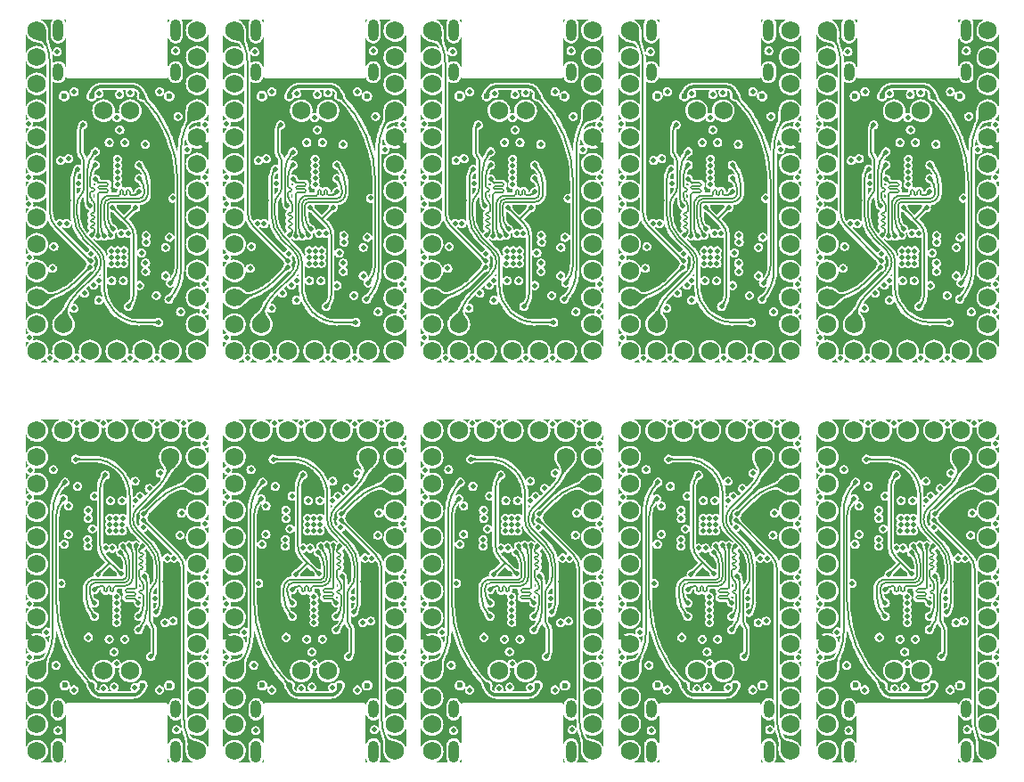
<source format=gbr>
%TF.GenerationSoftware,KiCad,Pcbnew,(6.0.7)*%
%TF.CreationDate,2022-09-17T18:54:00+02:00*%
%TF.ProjectId,panel,70616e65-6c2e-46b6-9963-61645f706362,rev1.0*%
%TF.SameCoordinates,Original*%
%TF.FileFunction,Copper,L3,Inr*%
%TF.FilePolarity,Positive*%
%FSLAX46Y46*%
G04 Gerber Fmt 4.6, Leading zero omitted, Abs format (unit mm)*
G04 Created by KiCad (PCBNEW (6.0.7)) date 2022-09-17 18:54:00*
%MOMM*%
%LPD*%
G01*
G04 APERTURE LIST*
%TA.AperFunction,ComponentPad*%
%ADD10C,1.752600*%
%TD*%
%TA.AperFunction,ComponentPad*%
%ADD11O,1.000000X1.700000*%
%TD*%
%TA.AperFunction,ComponentPad*%
%ADD12O,1.000000X2.100000*%
%TD*%
%TA.AperFunction,ViaPad*%
%ADD13C,0.460000*%
%TD*%
%TA.AperFunction,ViaPad*%
%ADD14C,0.600000*%
%TD*%
%TA.AperFunction,Conductor*%
%ADD15C,0.200000*%
%TD*%
%TA.AperFunction,Conductor*%
%ADD16C,0.300000*%
%TD*%
G04 APERTURE END LIST*
D10*
%TO.N,Board_6-/10*%
%TO.C,J2*%
X56290000Y-90770000D03*
%TO.N,Board_6-/0_TX0*%
X56290000Y-88230000D03*
%TO.N,Board_6-/1_RX0*%
X56290000Y-85690000D03*
%TO.N,Board_6-GND*%
X56290000Y-83150000D03*
X56290000Y-80610000D03*
%TO.N,Board_6-/2_SDA1*%
X56290000Y-78070000D03*
%TO.N,Board_6-/3_SCL1*%
X56290000Y-75530000D03*
%TO.N,Board_6-/4*%
X56290000Y-72990000D03*
%TO.N,Board_6-/5*%
X56290000Y-70450000D03*
%TO.N,Board_6-/6*%
X56290000Y-67910000D03*
%TO.N,Board_6-/7*%
X56290000Y-65370000D03*
%TO.N,Board_6-/8*%
X56290000Y-62830000D03*
%TO.N,Board_6-/9*%
X56290000Y-60290000D03*
%TO.N,Board_6-/12*%
X53750000Y-60290000D03*
%TO.N,Board_6-/13*%
X51210000Y-60290000D03*
%TO.N,Board_6-/14*%
X48670000Y-60290000D03*
%TO.N,Board_6-/15*%
X46130000Y-60290000D03*
%TO.N,Board_6-/16*%
X43590000Y-60290000D03*
%TO.N,Board_6-/21_CS*%
X41050000Y-60290000D03*
%TO.N,Board_6-/23_SDO*%
X41050000Y-62830000D03*
%TO.N,Board_6-/20_SDI*%
X41050000Y-65370000D03*
%TO.N,Board_6-/22_SCK*%
X41050000Y-67910000D03*
%TO.N,Board_6-/A0*%
X41050000Y-70450000D03*
%TO.N,Board_6-/A1*%
X41050000Y-72990000D03*
%TO.N,Board_6-/A2*%
X41050000Y-75530000D03*
%TO.N,Board_6-/A3*%
X41050000Y-78070000D03*
%TO.N,Board_6-+3V3*%
X41050000Y-80610000D03*
%TO.N,Board_6-/RESET*%
X41050000Y-83150000D03*
%TO.N,Board_6-GND*%
X41050000Y-85690000D03*
%TO.N,Board_6-+5V*%
X41050000Y-88230000D03*
%TO.N,Board_6-/11*%
X41050000Y-90770000D03*
%TO.N,Board_6-/RGB_5V*%
X53745000Y-62830000D03*
%TO.N,Board_6-/PORT-*%
X47400000Y-83150000D03*
%TO.N,Board_6-/PORT+*%
X49940000Y-83150000D03*
%TD*%
%TO.N,Board_8-/10*%
%TO.C,J2*%
X93850000Y-90770000D03*
%TO.N,Board_8-/0_TX0*%
X93850000Y-88230000D03*
%TO.N,Board_8-/1_RX0*%
X93850000Y-85690000D03*
%TO.N,Board_8-GND*%
X93850000Y-83150000D03*
X93850000Y-80610000D03*
%TO.N,Board_8-/2_SDA1*%
X93850000Y-78070000D03*
%TO.N,Board_8-/3_SCL1*%
X93850000Y-75530000D03*
%TO.N,Board_8-/4*%
X93850000Y-72990000D03*
%TO.N,Board_8-/5*%
X93850000Y-70450000D03*
%TO.N,Board_8-/6*%
X93850000Y-67910000D03*
%TO.N,Board_8-/7*%
X93850000Y-65370000D03*
%TO.N,Board_8-/8*%
X93850000Y-62830000D03*
%TO.N,Board_8-/9*%
X93850000Y-60290000D03*
%TO.N,Board_8-/12*%
X91310000Y-60290000D03*
%TO.N,Board_8-/13*%
X88770000Y-60290000D03*
%TO.N,Board_8-/14*%
X86230000Y-60290000D03*
%TO.N,Board_8-/15*%
X83690000Y-60290000D03*
%TO.N,Board_8-/16*%
X81150000Y-60290000D03*
%TO.N,Board_8-/21_CS*%
X78610000Y-60290000D03*
%TO.N,Board_8-/23_SDO*%
X78610000Y-62830000D03*
%TO.N,Board_8-/20_SDI*%
X78610000Y-65370000D03*
%TO.N,Board_8-/22_SCK*%
X78610000Y-67910000D03*
%TO.N,Board_8-/A0*%
X78610000Y-70450000D03*
%TO.N,Board_8-/A1*%
X78610000Y-72990000D03*
%TO.N,Board_8-/A2*%
X78610000Y-75530000D03*
%TO.N,Board_8-/A3*%
X78610000Y-78070000D03*
%TO.N,Board_8-+3V3*%
X78610000Y-80610000D03*
%TO.N,Board_8-/RESET*%
X78610000Y-83150000D03*
%TO.N,Board_8-GND*%
X78610000Y-85690000D03*
%TO.N,Board_8-+5V*%
X78610000Y-88230000D03*
%TO.N,Board_8-/11*%
X78610000Y-90770000D03*
%TO.N,Board_8-/RGB_5V*%
X91305000Y-62830000D03*
%TO.N,Board_8-/PORT-*%
X84960000Y-83150000D03*
%TO.N,Board_8-/PORT+*%
X87500000Y-83150000D03*
%TD*%
D11*
%TO.N,Board_2-Net-(FB1-Pad1)*%
%TO.C,J1*%
X73020000Y-26237500D03*
%TO.N,N/C*%
X61870000Y-26237500D03*
D12*
X61870000Y-22237500D03*
X73020000Y-22237500D03*
%TD*%
D11*
%TO.N,Board_9-Net-(FB1-Pad1)*%
%TO.C,J1*%
X99440000Y-86802500D03*
%TO.N,N/C*%
X110590000Y-86802500D03*
D12*
X110590000Y-90802500D03*
X99440000Y-90802500D03*
%TD*%
D10*
%TO.N,Board_9-/10*%
%TO.C,J2*%
X112630000Y-90770000D03*
%TO.N,Board_9-/0_TX0*%
X112630000Y-88230000D03*
%TO.N,Board_9-/1_RX0*%
X112630000Y-85690000D03*
%TO.N,Board_9-GND*%
X112630000Y-83150000D03*
X112630000Y-80610000D03*
%TO.N,Board_9-/2_SDA1*%
X112630000Y-78070000D03*
%TO.N,Board_9-/3_SCL1*%
X112630000Y-75530000D03*
%TO.N,Board_9-/4*%
X112630000Y-72990000D03*
%TO.N,Board_9-/5*%
X112630000Y-70450000D03*
%TO.N,Board_9-/6*%
X112630000Y-67910000D03*
%TO.N,Board_9-/7*%
X112630000Y-65370000D03*
%TO.N,Board_9-/8*%
X112630000Y-62830000D03*
%TO.N,Board_9-/9*%
X112630000Y-60290000D03*
%TO.N,Board_9-/12*%
X110090000Y-60290000D03*
%TO.N,Board_9-/13*%
X107550000Y-60290000D03*
%TO.N,Board_9-/14*%
X105010000Y-60290000D03*
%TO.N,Board_9-/15*%
X102470000Y-60290000D03*
%TO.N,Board_9-/16*%
X99930000Y-60290000D03*
%TO.N,Board_9-/21_CS*%
X97390000Y-60290000D03*
%TO.N,Board_9-/23_SDO*%
X97390000Y-62830000D03*
%TO.N,Board_9-/20_SDI*%
X97390000Y-65370000D03*
%TO.N,Board_9-/22_SCK*%
X97390000Y-67910000D03*
%TO.N,Board_9-/A0*%
X97390000Y-70450000D03*
%TO.N,Board_9-/A1*%
X97390000Y-72990000D03*
%TO.N,Board_9-/A2*%
X97390000Y-75530000D03*
%TO.N,Board_9-/A3*%
X97390000Y-78070000D03*
%TO.N,Board_9-+3V3*%
X97390000Y-80610000D03*
%TO.N,Board_9-/RESET*%
X97390000Y-83150000D03*
%TO.N,Board_9-GND*%
X97390000Y-85690000D03*
%TO.N,Board_9-+5V*%
X97390000Y-88230000D03*
%TO.N,Board_9-/11*%
X97390000Y-90770000D03*
%TO.N,Board_9-/RGB_5V*%
X110085000Y-62830000D03*
%TO.N,Board_9-/PORT-*%
X103740000Y-83150000D03*
%TO.N,Board_9-/PORT+*%
X106280000Y-83150000D03*
%TD*%
%TO.N,Board_3-/10*%
%TO.C,J2*%
X78610000Y-22270000D03*
%TO.N,Board_3-/0_TX0*%
X78610000Y-24810000D03*
%TO.N,Board_3-/1_RX0*%
X78610000Y-27350000D03*
%TO.N,Board_3-GND*%
X78610000Y-29890000D03*
X78610000Y-32430000D03*
%TO.N,Board_3-/2_SDA1*%
X78610000Y-34970000D03*
%TO.N,Board_3-/3_SCL1*%
X78610000Y-37510000D03*
%TO.N,Board_3-/4*%
X78610000Y-40050000D03*
%TO.N,Board_3-/5*%
X78610000Y-42590000D03*
%TO.N,Board_3-/6*%
X78610000Y-45130000D03*
%TO.N,Board_3-/7*%
X78610000Y-47670000D03*
%TO.N,Board_3-/8*%
X78610000Y-50210000D03*
%TO.N,Board_3-/9*%
X78610000Y-52750000D03*
%TO.N,Board_3-/12*%
X81150000Y-52750000D03*
%TO.N,Board_3-/13*%
X83690000Y-52750000D03*
%TO.N,Board_3-/14*%
X86230000Y-52750000D03*
%TO.N,Board_3-/15*%
X88770000Y-52750000D03*
%TO.N,Board_3-/16*%
X91310000Y-52750000D03*
%TO.N,Board_3-/21_CS*%
X93850000Y-52750000D03*
%TO.N,Board_3-/23_SDO*%
X93850000Y-50210000D03*
%TO.N,Board_3-/20_SDI*%
X93850000Y-47670000D03*
%TO.N,Board_3-/22_SCK*%
X93850000Y-45130000D03*
%TO.N,Board_3-/A0*%
X93850000Y-42590000D03*
%TO.N,Board_3-/A1*%
X93850000Y-40050000D03*
%TO.N,Board_3-/A2*%
X93850000Y-37510000D03*
%TO.N,Board_3-/A3*%
X93850000Y-34970000D03*
%TO.N,Board_3-+3V3*%
X93850000Y-32430000D03*
%TO.N,Board_3-/RESET*%
X93850000Y-29890000D03*
%TO.N,Board_3-GND*%
X93850000Y-27350000D03*
%TO.N,Board_3-+5V*%
X93850000Y-24810000D03*
%TO.N,Board_3-/11*%
X93850000Y-22270000D03*
%TO.N,Board_3-/RGB_5V*%
X81155000Y-50210000D03*
%TO.N,Board_3-/PORT-*%
X87500000Y-29890000D03*
%TO.N,Board_3-/PORT+*%
X84960000Y-29890000D03*
%TD*%
D11*
%TO.N,Board_4-Net-(FB1-Pad1)*%
%TO.C,J1*%
X110580000Y-26237500D03*
%TO.N,N/C*%
X99430000Y-26237500D03*
D12*
X99430000Y-22237500D03*
X110580000Y-22237500D03*
%TD*%
D11*
%TO.N,Board_7-Net-(FB1-Pad1)*%
%TO.C,J1*%
X61880000Y-86802500D03*
%TO.N,N/C*%
X73030000Y-86802500D03*
D12*
X73030000Y-90802500D03*
X61880000Y-90802500D03*
%TD*%
D10*
%TO.N,Board_2-/10*%
%TO.C,J2*%
X59830000Y-22270000D03*
%TO.N,Board_2-/0_TX0*%
X59830000Y-24810000D03*
%TO.N,Board_2-/1_RX0*%
X59830000Y-27350000D03*
%TO.N,Board_2-GND*%
X59830000Y-29890000D03*
X59830000Y-32430000D03*
%TO.N,Board_2-/2_SDA1*%
X59830000Y-34970000D03*
%TO.N,Board_2-/3_SCL1*%
X59830000Y-37510000D03*
%TO.N,Board_2-/4*%
X59830000Y-40050000D03*
%TO.N,Board_2-/5*%
X59830000Y-42590000D03*
%TO.N,Board_2-/6*%
X59830000Y-45130000D03*
%TO.N,Board_2-/7*%
X59830000Y-47670000D03*
%TO.N,Board_2-/8*%
X59830000Y-50210000D03*
%TO.N,Board_2-/9*%
X59830000Y-52750000D03*
%TO.N,Board_2-/12*%
X62370000Y-52750000D03*
%TO.N,Board_2-/13*%
X64910000Y-52750000D03*
%TO.N,Board_2-/14*%
X67450000Y-52750000D03*
%TO.N,Board_2-/15*%
X69990000Y-52750000D03*
%TO.N,Board_2-/16*%
X72530000Y-52750000D03*
%TO.N,Board_2-/21_CS*%
X75070000Y-52750000D03*
%TO.N,Board_2-/23_SDO*%
X75070000Y-50210000D03*
%TO.N,Board_2-/20_SDI*%
X75070000Y-47670000D03*
%TO.N,Board_2-/22_SCK*%
X75070000Y-45130000D03*
%TO.N,Board_2-/A0*%
X75070000Y-42590000D03*
%TO.N,Board_2-/A1*%
X75070000Y-40050000D03*
%TO.N,Board_2-/A2*%
X75070000Y-37510000D03*
%TO.N,Board_2-/A3*%
X75070000Y-34970000D03*
%TO.N,Board_2-+3V3*%
X75070000Y-32430000D03*
%TO.N,Board_2-/RESET*%
X75070000Y-29890000D03*
%TO.N,Board_2-GND*%
X75070000Y-27350000D03*
%TO.N,Board_2-+5V*%
X75070000Y-24810000D03*
%TO.N,Board_2-/11*%
X75070000Y-22270000D03*
%TO.N,Board_2-/RGB_5V*%
X62375000Y-50210000D03*
%TO.N,Board_2-/PORT-*%
X68720000Y-29890000D03*
%TO.N,Board_2-/PORT+*%
X66180000Y-29890000D03*
%TD*%
%TO.N,Board_0-/10*%
%TO.C,J2*%
X22270000Y-22270000D03*
%TO.N,Board_0-/0_TX0*%
X22270000Y-24810000D03*
%TO.N,Board_0-/1_RX0*%
X22270000Y-27350000D03*
%TO.N,Board_0-GND*%
X22270000Y-29890000D03*
X22270000Y-32430000D03*
%TO.N,Board_0-/2_SDA1*%
X22270000Y-34970000D03*
%TO.N,Board_0-/3_SCL1*%
X22270000Y-37510000D03*
%TO.N,Board_0-/4*%
X22270000Y-40050000D03*
%TO.N,Board_0-/5*%
X22270000Y-42590000D03*
%TO.N,Board_0-/6*%
X22270000Y-45130000D03*
%TO.N,Board_0-/7*%
X22270000Y-47670000D03*
%TO.N,Board_0-/8*%
X22270000Y-50210000D03*
%TO.N,Board_0-/9*%
X22270000Y-52750000D03*
%TO.N,Board_0-/12*%
X24810000Y-52750000D03*
%TO.N,Board_0-/13*%
X27350000Y-52750000D03*
%TO.N,Board_0-/14*%
X29890000Y-52750000D03*
%TO.N,Board_0-/15*%
X32430000Y-52750000D03*
%TO.N,Board_0-/16*%
X34970000Y-52750000D03*
%TO.N,Board_0-/21_CS*%
X37510000Y-52750000D03*
%TO.N,Board_0-/23_SDO*%
X37510000Y-50210000D03*
%TO.N,Board_0-/20_SDI*%
X37510000Y-47670000D03*
%TO.N,Board_0-/22_SCK*%
X37510000Y-45130000D03*
%TO.N,Board_0-/A0*%
X37510000Y-42590000D03*
%TO.N,Board_0-/A1*%
X37510000Y-40050000D03*
%TO.N,Board_0-/A2*%
X37510000Y-37510000D03*
%TO.N,Board_0-/A3*%
X37510000Y-34970000D03*
%TO.N,Board_0-+3V3*%
X37510000Y-32430000D03*
%TO.N,Board_0-/RESET*%
X37510000Y-29890000D03*
%TO.N,Board_0-GND*%
X37510000Y-27350000D03*
%TO.N,Board_0-+5V*%
X37510000Y-24810000D03*
%TO.N,Board_0-/11*%
X37510000Y-22270000D03*
%TO.N,Board_0-/RGB_5V*%
X24815000Y-50210000D03*
%TO.N,Board_0-/PORT-*%
X31160000Y-29890000D03*
%TO.N,Board_0-/PORT+*%
X28620000Y-29890000D03*
%TD*%
D11*
%TO.N,Board_0-Net-(FB1-Pad1)*%
%TO.C,J1*%
X35460000Y-26237500D03*
%TO.N,N/C*%
X24310000Y-26237500D03*
D12*
X24310000Y-22237500D03*
X35460000Y-22237500D03*
%TD*%
D11*
%TO.N,Board_8-Net-(FB1-Pad1)*%
%TO.C,J1*%
X80660000Y-86802500D03*
%TO.N,N/C*%
X91810000Y-86802500D03*
D12*
X91810000Y-90802500D03*
X80660000Y-90802500D03*
%TD*%
D11*
%TO.N,Board_6-Net-(FB1-Pad1)*%
%TO.C,J1*%
X43100000Y-86802500D03*
%TO.N,N/C*%
X54250000Y-86802500D03*
D12*
X54250000Y-90802500D03*
X43100000Y-90802500D03*
%TD*%
D11*
%TO.N,Board_3-Net-(FB1-Pad1)*%
%TO.C,J1*%
X91800000Y-26237500D03*
%TO.N,N/C*%
X80650000Y-26237500D03*
D12*
X80650000Y-22237500D03*
X91800000Y-22237500D03*
%TD*%
D10*
%TO.N,Board_5-/10*%
%TO.C,J2*%
X37510000Y-90770000D03*
%TO.N,Board_5-/0_TX0*%
X37510000Y-88230000D03*
%TO.N,Board_5-/1_RX0*%
X37510000Y-85690000D03*
%TO.N,Board_5-GND*%
X37510000Y-83150000D03*
X37510000Y-80610000D03*
%TO.N,Board_5-/2_SDA1*%
X37510000Y-78070000D03*
%TO.N,Board_5-/3_SCL1*%
X37510000Y-75530000D03*
%TO.N,Board_5-/4*%
X37510000Y-72990000D03*
%TO.N,Board_5-/5*%
X37510000Y-70450000D03*
%TO.N,Board_5-/6*%
X37510000Y-67910000D03*
%TO.N,Board_5-/7*%
X37510000Y-65370000D03*
%TO.N,Board_5-/8*%
X37510000Y-62830000D03*
%TO.N,Board_5-/9*%
X37510000Y-60290000D03*
%TO.N,Board_5-/12*%
X34970000Y-60290000D03*
%TO.N,Board_5-/13*%
X32430000Y-60290000D03*
%TO.N,Board_5-/14*%
X29890000Y-60290000D03*
%TO.N,Board_5-/15*%
X27350000Y-60290000D03*
%TO.N,Board_5-/16*%
X24810000Y-60290000D03*
%TO.N,Board_5-/21_CS*%
X22270000Y-60290000D03*
%TO.N,Board_5-/23_SDO*%
X22270000Y-62830000D03*
%TO.N,Board_5-/20_SDI*%
X22270000Y-65370000D03*
%TO.N,Board_5-/22_SCK*%
X22270000Y-67910000D03*
%TO.N,Board_5-/A0*%
X22270000Y-70450000D03*
%TO.N,Board_5-/A1*%
X22270000Y-72990000D03*
%TO.N,Board_5-/A2*%
X22270000Y-75530000D03*
%TO.N,Board_5-/A3*%
X22270000Y-78070000D03*
%TO.N,Board_5-+3V3*%
X22270000Y-80610000D03*
%TO.N,Board_5-/RESET*%
X22270000Y-83150000D03*
%TO.N,Board_5-GND*%
X22270000Y-85690000D03*
%TO.N,Board_5-+5V*%
X22270000Y-88230000D03*
%TO.N,Board_5-/11*%
X22270000Y-90770000D03*
%TO.N,Board_5-/RGB_5V*%
X34965000Y-62830000D03*
%TO.N,Board_5-/PORT-*%
X28620000Y-83150000D03*
%TO.N,Board_5-/PORT+*%
X31160000Y-83150000D03*
%TD*%
%TO.N,Board_4-/10*%
%TO.C,J2*%
X97390000Y-22270000D03*
%TO.N,Board_4-/0_TX0*%
X97390000Y-24810000D03*
%TO.N,Board_4-/1_RX0*%
X97390000Y-27350000D03*
%TO.N,Board_4-GND*%
X97390000Y-29890000D03*
X97390000Y-32430000D03*
%TO.N,Board_4-/2_SDA1*%
X97390000Y-34970000D03*
%TO.N,Board_4-/3_SCL1*%
X97390000Y-37510000D03*
%TO.N,Board_4-/4*%
X97390000Y-40050000D03*
%TO.N,Board_4-/5*%
X97390000Y-42590000D03*
%TO.N,Board_4-/6*%
X97390000Y-45130000D03*
%TO.N,Board_4-/7*%
X97390000Y-47670000D03*
%TO.N,Board_4-/8*%
X97390000Y-50210000D03*
%TO.N,Board_4-/9*%
X97390000Y-52750000D03*
%TO.N,Board_4-/12*%
X99930000Y-52750000D03*
%TO.N,Board_4-/13*%
X102470000Y-52750000D03*
%TO.N,Board_4-/14*%
X105010000Y-52750000D03*
%TO.N,Board_4-/15*%
X107550000Y-52750000D03*
%TO.N,Board_4-/16*%
X110090000Y-52750000D03*
%TO.N,Board_4-/21_CS*%
X112630000Y-52750000D03*
%TO.N,Board_4-/23_SDO*%
X112630000Y-50210000D03*
%TO.N,Board_4-/20_SDI*%
X112630000Y-47670000D03*
%TO.N,Board_4-/22_SCK*%
X112630000Y-45130000D03*
%TO.N,Board_4-/A0*%
X112630000Y-42590000D03*
%TO.N,Board_4-/A1*%
X112630000Y-40050000D03*
%TO.N,Board_4-/A2*%
X112630000Y-37510000D03*
%TO.N,Board_4-/A3*%
X112630000Y-34970000D03*
%TO.N,Board_4-+3V3*%
X112630000Y-32430000D03*
%TO.N,Board_4-/RESET*%
X112630000Y-29890000D03*
%TO.N,Board_4-GND*%
X112630000Y-27350000D03*
%TO.N,Board_4-+5V*%
X112630000Y-24810000D03*
%TO.N,Board_4-/11*%
X112630000Y-22270000D03*
%TO.N,Board_4-/RGB_5V*%
X99935000Y-50210000D03*
%TO.N,Board_4-/PORT-*%
X106280000Y-29890000D03*
%TO.N,Board_4-/PORT+*%
X103740000Y-29890000D03*
%TD*%
D11*
%TO.N,Board_1-Net-(FB1-Pad1)*%
%TO.C,J1*%
X54240000Y-26237500D03*
%TO.N,N/C*%
X43090000Y-26237500D03*
D12*
X43090000Y-22237500D03*
X54240000Y-22237500D03*
%TD*%
D11*
%TO.N,Board_5-Net-(FB1-Pad1)*%
%TO.C,J1*%
X24320000Y-86802500D03*
%TO.N,N/C*%
X35470000Y-86802500D03*
D12*
X35470000Y-90802500D03*
X24320000Y-90802500D03*
%TD*%
D10*
%TO.N,Board_1-/10*%
%TO.C,J2*%
X41050000Y-22270000D03*
%TO.N,Board_1-/0_TX0*%
X41050000Y-24810000D03*
%TO.N,Board_1-/1_RX0*%
X41050000Y-27350000D03*
%TO.N,Board_1-GND*%
X41050000Y-29890000D03*
X41050000Y-32430000D03*
%TO.N,Board_1-/2_SDA1*%
X41050000Y-34970000D03*
%TO.N,Board_1-/3_SCL1*%
X41050000Y-37510000D03*
%TO.N,Board_1-/4*%
X41050000Y-40050000D03*
%TO.N,Board_1-/5*%
X41050000Y-42590000D03*
%TO.N,Board_1-/6*%
X41050000Y-45130000D03*
%TO.N,Board_1-/7*%
X41050000Y-47670000D03*
%TO.N,Board_1-/8*%
X41050000Y-50210000D03*
%TO.N,Board_1-/9*%
X41050000Y-52750000D03*
%TO.N,Board_1-/12*%
X43590000Y-52750000D03*
%TO.N,Board_1-/13*%
X46130000Y-52750000D03*
%TO.N,Board_1-/14*%
X48670000Y-52750000D03*
%TO.N,Board_1-/15*%
X51210000Y-52750000D03*
%TO.N,Board_1-/16*%
X53750000Y-52750000D03*
%TO.N,Board_1-/21_CS*%
X56290000Y-52750000D03*
%TO.N,Board_1-/23_SDO*%
X56290000Y-50210000D03*
%TO.N,Board_1-/20_SDI*%
X56290000Y-47670000D03*
%TO.N,Board_1-/22_SCK*%
X56290000Y-45130000D03*
%TO.N,Board_1-/A0*%
X56290000Y-42590000D03*
%TO.N,Board_1-/A1*%
X56290000Y-40050000D03*
%TO.N,Board_1-/A2*%
X56290000Y-37510000D03*
%TO.N,Board_1-/A3*%
X56290000Y-34970000D03*
%TO.N,Board_1-+3V3*%
X56290000Y-32430000D03*
%TO.N,Board_1-/RESET*%
X56290000Y-29890000D03*
%TO.N,Board_1-GND*%
X56290000Y-27350000D03*
%TO.N,Board_1-+5V*%
X56290000Y-24810000D03*
%TO.N,Board_1-/11*%
X56290000Y-22270000D03*
%TO.N,Board_1-/RGB_5V*%
X43595000Y-50210000D03*
%TO.N,Board_1-/PORT-*%
X49940000Y-29890000D03*
%TO.N,Board_1-/PORT+*%
X47400000Y-29890000D03*
%TD*%
%TO.N,Board_7-/10*%
%TO.C,J2*%
X75070000Y-90770000D03*
%TO.N,Board_7-/0_TX0*%
X75070000Y-88230000D03*
%TO.N,Board_7-/1_RX0*%
X75070000Y-85690000D03*
%TO.N,Board_7-GND*%
X75070000Y-83150000D03*
X75070000Y-80610000D03*
%TO.N,Board_7-/2_SDA1*%
X75070000Y-78070000D03*
%TO.N,Board_7-/3_SCL1*%
X75070000Y-75530000D03*
%TO.N,Board_7-/4*%
X75070000Y-72990000D03*
%TO.N,Board_7-/5*%
X75070000Y-70450000D03*
%TO.N,Board_7-/6*%
X75070000Y-67910000D03*
%TO.N,Board_7-/7*%
X75070000Y-65370000D03*
%TO.N,Board_7-/8*%
X75070000Y-62830000D03*
%TO.N,Board_7-/9*%
X75070000Y-60290000D03*
%TO.N,Board_7-/12*%
X72530000Y-60290000D03*
%TO.N,Board_7-/13*%
X69990000Y-60290000D03*
%TO.N,Board_7-/14*%
X67450000Y-60290000D03*
%TO.N,Board_7-/15*%
X64910000Y-60290000D03*
%TO.N,Board_7-/16*%
X62370000Y-60290000D03*
%TO.N,Board_7-/21_CS*%
X59830000Y-60290000D03*
%TO.N,Board_7-/23_SDO*%
X59830000Y-62830000D03*
%TO.N,Board_7-/20_SDI*%
X59830000Y-65370000D03*
%TO.N,Board_7-/22_SCK*%
X59830000Y-67910000D03*
%TO.N,Board_7-/A0*%
X59830000Y-70450000D03*
%TO.N,Board_7-/A1*%
X59830000Y-72990000D03*
%TO.N,Board_7-/A2*%
X59830000Y-75530000D03*
%TO.N,Board_7-/A3*%
X59830000Y-78070000D03*
%TO.N,Board_7-+3V3*%
X59830000Y-80610000D03*
%TO.N,Board_7-/RESET*%
X59830000Y-83150000D03*
%TO.N,Board_7-GND*%
X59830000Y-85690000D03*
%TO.N,Board_7-+5V*%
X59830000Y-88230000D03*
%TO.N,Board_7-/11*%
X59830000Y-90770000D03*
%TO.N,Board_7-/RGB_5V*%
X72525000Y-62830000D03*
%TO.N,Board_7-/PORT-*%
X66180000Y-83150000D03*
%TO.N,Board_7-/PORT+*%
X68720000Y-83150000D03*
%TD*%
D13*
%TO.N,Board_0-+1V1*%
X31685000Y-39085000D03*
X30985000Y-48510000D03*
X29485000Y-39110000D03*
%TO.N,Board_0-+3V3*%
X33395000Y-33810000D03*
X24545000Y-32890000D03*
X32410000Y-51335000D03*
X27785000Y-32935000D03*
X25975000Y-34470000D03*
X33185000Y-39080000D03*
D14*
X32160000Y-30935000D03*
D13*
X26665000Y-39100000D03*
X30160000Y-39110000D03*
X25325000Y-38400000D03*
X25235000Y-44535000D03*
X34365000Y-40550000D03*
X34635000Y-44810000D03*
X32335000Y-39110000D03*
X30135000Y-48510000D03*
%TO.N,Board_0-+5V*%
X30160000Y-31710000D03*
X25310000Y-34460000D03*
X35685000Y-30430000D03*
%TO.N,Board_0-/0_TX0*%
X25105000Y-40620000D03*
%TO.N,Board_0-/10*%
X27385000Y-44180000D03*
%TO.N,Board_0-/11*%
X27405000Y-43540000D03*
%TO.N,Board_0-/12*%
X26810000Y-47235000D03*
%TO.N,Board_0-/13*%
X27685000Y-46470000D03*
%TO.N,Board_0-/14*%
X28165000Y-47920000D03*
%TO.N,Board_0-/15*%
X28165000Y-46050000D03*
%TO.N,Board_0-/16*%
X32035000Y-46510000D03*
%TO.N,Board_0-/1_RX0*%
X24465000Y-40620000D03*
%TO.N,Board_0-/20_SDI*%
X34505000Y-45580000D03*
%TO.N,Board_0-/21_CS*%
X32625000Y-45170000D03*
%TO.N,Board_0-/22_SCK*%
X32615000Y-44380000D03*
%TO.N,Board_0-/7*%
X27325000Y-44790000D03*
%TO.N,Board_0-/A0*%
X34510000Y-42885000D03*
%TO.N,Board_0-/A1*%
X32665000Y-42390000D03*
%TO.N,Board_0-/A2*%
X34885000Y-41930000D03*
%TO.N,Board_0-/A3*%
X32655000Y-41760000D03*
%TO.N,Board_0-/D+*%
X30310000Y-41560000D03*
X29155000Y-32910000D03*
%TO.N,Board_0-/D-*%
X30625000Y-32910000D03*
X30960000Y-41560000D03*
%TO.N,Board_0-/PORT+*%
X30145000Y-28350000D03*
%TO.N,Board_0-/QSPI_CLK*%
X32010000Y-36335000D03*
X29310000Y-41735000D03*
%TO.N,Board_0-/QSPI_CS*%
X27835000Y-33810000D03*
X27295000Y-38900000D03*
%TO.N,Board_0-/QSPI_SD0*%
X28710000Y-41835000D03*
X32010000Y-37610000D03*
%TO.N,Board_0-/QSPI_SD1*%
X27835000Y-35060000D03*
X27485000Y-41724691D03*
%TO.N,Board_0-/QSPI_SD2*%
X28085000Y-41810000D03*
X27835000Y-36360000D03*
%TO.N,Board_0-/QSPI_SD3*%
X32010000Y-35060000D03*
X29535000Y-41160000D03*
%TO.N,Board_0-/RESET*%
X34825000Y-47820000D03*
%TO.N,Board_0-/RGB_5V*%
X26185000Y-35460000D03*
%TO.N,Board_0-/RGB_DO*%
X26275000Y-36800000D03*
X32225000Y-43410000D03*
%TO.N,Board_0-/SWD_CLK*%
X29405000Y-46060000D03*
%TO.N,Board_0-/SWD_IO*%
X30505000Y-46070000D03*
%TO.N,Board_0-GND*%
X31165000Y-53410000D03*
X21485000Y-31140000D03*
X38195000Y-46390000D03*
X38145000Y-48970000D03*
X29355000Y-44410000D03*
X23765000Y-44890000D03*
X35475000Y-24210000D03*
X26085000Y-53380000D03*
X23535000Y-53440000D03*
X36575000Y-33590000D03*
X21525000Y-38780000D03*
X29935000Y-35110000D03*
X33635000Y-47450000D03*
X23895000Y-42800000D03*
X32585000Y-33085000D03*
X24215000Y-24290000D03*
X29935000Y-34510000D03*
X33685000Y-53420000D03*
X29935000Y-35710000D03*
X29905000Y-30560000D03*
X30565000Y-43210000D03*
X29935000Y-36910000D03*
X29935000Y-36310000D03*
X21545000Y-43860000D03*
X29960000Y-44410000D03*
X29365000Y-43210000D03*
D14*
X24895000Y-28510000D03*
D13*
X21525000Y-36230000D03*
X38235000Y-31210000D03*
X30560000Y-43810000D03*
X30555000Y-44410000D03*
X29960000Y-43810000D03*
X35935000Y-49020000D03*
X21535000Y-51490000D03*
X38245000Y-36260000D03*
X29360000Y-43810000D03*
X29960000Y-43210000D03*
X25785000Y-48680000D03*
D14*
X34855000Y-28520000D03*
D13*
%TO.N,Board_0-Net-(D1-Pad2)*%
X24545000Y-34630000D03*
X35195000Y-38210000D03*
%TO.N,Board_0-Net-(J1-PadA5)*%
X33955000Y-28090000D03*
X31135000Y-28180000D03*
%TO.N,Board_0-Net-(J1-PadB5)*%
X25835000Y-28090000D03*
X28174569Y-28287366D03*
%TO.N,Board_0-Net-(Q1-Pad5)*%
X33825000Y-50020000D03*
X26670000Y-31250000D03*
%TO.N,Board_0-VBUS*%
X34965000Y-46260000D03*
D14*
X32275000Y-28510000D03*
X27485000Y-28510000D03*
D13*
%TO.N,Board_1-+1V1*%
X50465000Y-39085000D03*
X49765000Y-48510000D03*
X48265000Y-39110000D03*
%TO.N,Board_1-+3V3*%
X52175000Y-33810000D03*
X43325000Y-32890000D03*
X51190000Y-51335000D03*
X46565000Y-32935000D03*
X44755000Y-34470000D03*
X51965000Y-39080000D03*
D14*
X50940000Y-30935000D03*
D13*
X45445000Y-39100000D03*
X48940000Y-39110000D03*
X44105000Y-38400000D03*
X44015000Y-44535000D03*
X53145000Y-40550000D03*
X53415000Y-44810000D03*
X51115000Y-39110000D03*
X48915000Y-48510000D03*
%TO.N,Board_1-+5V*%
X48940000Y-31710000D03*
X44090000Y-34460000D03*
X54465000Y-30430000D03*
%TO.N,Board_1-/0_TX0*%
X43885000Y-40620000D03*
%TO.N,Board_1-/10*%
X46165000Y-44180000D03*
%TO.N,Board_1-/11*%
X46185000Y-43540000D03*
%TO.N,Board_1-/12*%
X45590000Y-47235000D03*
%TO.N,Board_1-/13*%
X46465000Y-46470000D03*
%TO.N,Board_1-/14*%
X46945000Y-47920000D03*
%TO.N,Board_1-/15*%
X46945000Y-46050000D03*
%TO.N,Board_1-/16*%
X50815000Y-46510000D03*
%TO.N,Board_1-/1_RX0*%
X43245000Y-40620000D03*
%TO.N,Board_1-/20_SDI*%
X53285000Y-45580000D03*
%TO.N,Board_1-/21_CS*%
X51405000Y-45170000D03*
%TO.N,Board_1-/22_SCK*%
X51395000Y-44380000D03*
%TO.N,Board_1-/7*%
X46105000Y-44790000D03*
%TO.N,Board_1-/A0*%
X53290000Y-42885000D03*
%TO.N,Board_1-/A1*%
X51445000Y-42390000D03*
%TO.N,Board_1-/A2*%
X53665000Y-41930000D03*
%TO.N,Board_1-/A3*%
X51435000Y-41760000D03*
%TO.N,Board_1-/D+*%
X49090000Y-41560000D03*
X47935000Y-32910000D03*
%TO.N,Board_1-/D-*%
X49405000Y-32910000D03*
X49740000Y-41560000D03*
%TO.N,Board_1-/PORT+*%
X48925000Y-28350000D03*
%TO.N,Board_1-/QSPI_CLK*%
X50790000Y-36335000D03*
X48090000Y-41735000D03*
%TO.N,Board_1-/QSPI_CS*%
X46615000Y-33810000D03*
X46075000Y-38900000D03*
%TO.N,Board_1-/QSPI_SD0*%
X47490000Y-41835000D03*
X50790000Y-37610000D03*
%TO.N,Board_1-/QSPI_SD1*%
X46615000Y-35060000D03*
X46265000Y-41724691D03*
%TO.N,Board_1-/QSPI_SD2*%
X46865000Y-41810000D03*
X46615000Y-36360000D03*
%TO.N,Board_1-/QSPI_SD3*%
X50790000Y-35060000D03*
X48315000Y-41160000D03*
%TO.N,Board_1-/RESET*%
X53605000Y-47820000D03*
%TO.N,Board_1-/RGB_5V*%
X44965000Y-35460000D03*
%TO.N,Board_1-/RGB_DO*%
X45055000Y-36800000D03*
X51005000Y-43410000D03*
%TO.N,Board_1-/SWD_CLK*%
X48185000Y-46060000D03*
%TO.N,Board_1-/SWD_IO*%
X49285000Y-46070000D03*
%TO.N,Board_1-GND*%
X49945000Y-53410000D03*
X40265000Y-31140000D03*
X56975000Y-46390000D03*
X56925000Y-48970000D03*
X48135000Y-44410000D03*
X42545000Y-44890000D03*
X54255000Y-24210000D03*
X44865000Y-53380000D03*
X42315000Y-53440000D03*
X55355000Y-33590000D03*
X40305000Y-38780000D03*
X48715000Y-35110000D03*
X52415000Y-47450000D03*
X42675000Y-42800000D03*
X51365000Y-33085000D03*
X42995000Y-24290000D03*
X48715000Y-34510000D03*
X52465000Y-53420000D03*
X48715000Y-35710000D03*
X48685000Y-30560000D03*
X49345000Y-43210000D03*
X48715000Y-36910000D03*
X48715000Y-36310000D03*
X40325000Y-43860000D03*
X48740000Y-44410000D03*
X48145000Y-43210000D03*
D14*
X43675000Y-28510000D03*
D13*
X40305000Y-36230000D03*
X57015000Y-31210000D03*
X49340000Y-43810000D03*
X49335000Y-44410000D03*
X48740000Y-43810000D03*
X54715000Y-49020000D03*
X40315000Y-51490000D03*
X57025000Y-36260000D03*
X48140000Y-43810000D03*
X48740000Y-43210000D03*
X44565000Y-48680000D03*
D14*
X53635000Y-28520000D03*
D13*
%TO.N,Board_1-Net-(D1-Pad2)*%
X43325000Y-34630000D03*
X53975000Y-38210000D03*
%TO.N,Board_1-Net-(J1-PadA5)*%
X52735000Y-28090000D03*
X49915000Y-28180000D03*
%TO.N,Board_1-Net-(J1-PadB5)*%
X44615000Y-28090000D03*
X46954569Y-28287366D03*
%TO.N,Board_1-Net-(Q1-Pad5)*%
X52605000Y-50020000D03*
X45450000Y-31250000D03*
%TO.N,Board_1-VBUS*%
X53745000Y-46260000D03*
D14*
X51055000Y-28510000D03*
X46265000Y-28510000D03*
D13*
%TO.N,Board_2-+1V1*%
X69245000Y-39085000D03*
X68545000Y-48510000D03*
X67045000Y-39110000D03*
%TO.N,Board_2-+3V3*%
X70955000Y-33810000D03*
X62105000Y-32890000D03*
X69970000Y-51335000D03*
X65345000Y-32935000D03*
X63535000Y-34470000D03*
X70745000Y-39080000D03*
D14*
X69720000Y-30935000D03*
D13*
X64225000Y-39100000D03*
X67720000Y-39110000D03*
X62885000Y-38400000D03*
X62795000Y-44535000D03*
X71925000Y-40550000D03*
X72195000Y-44810000D03*
X69895000Y-39110000D03*
X67695000Y-48510000D03*
%TO.N,Board_2-+5V*%
X67720000Y-31710000D03*
X62870000Y-34460000D03*
X73245000Y-30430000D03*
%TO.N,Board_2-/0_TX0*%
X62665000Y-40620000D03*
%TO.N,Board_2-/10*%
X64945000Y-44180000D03*
%TO.N,Board_2-/11*%
X64965000Y-43540000D03*
%TO.N,Board_2-/12*%
X64370000Y-47235000D03*
%TO.N,Board_2-/13*%
X65245000Y-46470000D03*
%TO.N,Board_2-/14*%
X65725000Y-47920000D03*
%TO.N,Board_2-/15*%
X65725000Y-46050000D03*
%TO.N,Board_2-/16*%
X69595000Y-46510000D03*
%TO.N,Board_2-/1_RX0*%
X62025000Y-40620000D03*
%TO.N,Board_2-/20_SDI*%
X72065000Y-45580000D03*
%TO.N,Board_2-/21_CS*%
X70185000Y-45170000D03*
%TO.N,Board_2-/22_SCK*%
X70175000Y-44380000D03*
%TO.N,Board_2-/7*%
X64885000Y-44790000D03*
%TO.N,Board_2-/A0*%
X72070000Y-42885000D03*
%TO.N,Board_2-/A1*%
X70225000Y-42390000D03*
%TO.N,Board_2-/A2*%
X72445000Y-41930000D03*
%TO.N,Board_2-/A3*%
X70215000Y-41760000D03*
%TO.N,Board_2-/D+*%
X67870000Y-41560000D03*
X66715000Y-32910000D03*
%TO.N,Board_2-/D-*%
X68185000Y-32910000D03*
X68520000Y-41560000D03*
%TO.N,Board_2-/PORT+*%
X67705000Y-28350000D03*
%TO.N,Board_2-/QSPI_CLK*%
X69570000Y-36335000D03*
X66870000Y-41735000D03*
%TO.N,Board_2-/QSPI_CS*%
X65395000Y-33810000D03*
X64855000Y-38900000D03*
%TO.N,Board_2-/QSPI_SD0*%
X66270000Y-41835000D03*
X69570000Y-37610000D03*
%TO.N,Board_2-/QSPI_SD1*%
X65395000Y-35060000D03*
X65045000Y-41724691D03*
%TO.N,Board_2-/QSPI_SD2*%
X65645000Y-41810000D03*
X65395000Y-36360000D03*
%TO.N,Board_2-/QSPI_SD3*%
X69570000Y-35060000D03*
X67095000Y-41160000D03*
%TO.N,Board_2-/RESET*%
X72385000Y-47820000D03*
%TO.N,Board_2-/RGB_5V*%
X63745000Y-35460000D03*
%TO.N,Board_2-/RGB_DO*%
X63835000Y-36800000D03*
X69785000Y-43410000D03*
%TO.N,Board_2-/SWD_CLK*%
X66965000Y-46060000D03*
%TO.N,Board_2-/SWD_IO*%
X68065000Y-46070000D03*
%TO.N,Board_2-GND*%
X68725000Y-53410000D03*
X59045000Y-31140000D03*
X75755000Y-46390000D03*
X75705000Y-48970000D03*
X66915000Y-44410000D03*
X61325000Y-44890000D03*
X73035000Y-24210000D03*
X63645000Y-53380000D03*
X61095000Y-53440000D03*
X74135000Y-33590000D03*
X59085000Y-38780000D03*
X67495000Y-35110000D03*
X71195000Y-47450000D03*
X61455000Y-42800000D03*
X70145000Y-33085000D03*
X61775000Y-24290000D03*
X67495000Y-34510000D03*
X71245000Y-53420000D03*
X67495000Y-35710000D03*
X67465000Y-30560000D03*
X68125000Y-43210000D03*
X67495000Y-36910000D03*
X67495000Y-36310000D03*
X59105000Y-43860000D03*
X67520000Y-44410000D03*
X66925000Y-43210000D03*
D14*
X62455000Y-28510000D03*
D13*
X59085000Y-36230000D03*
X75795000Y-31210000D03*
X68120000Y-43810000D03*
X68115000Y-44410000D03*
X67520000Y-43810000D03*
X73495000Y-49020000D03*
X59095000Y-51490000D03*
X75805000Y-36260000D03*
X66920000Y-43810000D03*
X67520000Y-43210000D03*
X63345000Y-48680000D03*
D14*
X72415000Y-28520000D03*
D13*
%TO.N,Board_2-Net-(D1-Pad2)*%
X62105000Y-34630000D03*
X72755000Y-38210000D03*
%TO.N,Board_2-Net-(J1-PadA5)*%
X71515000Y-28090000D03*
X68695000Y-28180000D03*
%TO.N,Board_2-Net-(J1-PadB5)*%
X63395000Y-28090000D03*
X65734569Y-28287366D03*
%TO.N,Board_2-Net-(Q1-Pad5)*%
X71385000Y-50020000D03*
X64230000Y-31250000D03*
%TO.N,Board_2-VBUS*%
X72525000Y-46260000D03*
D14*
X69835000Y-28510000D03*
X65045000Y-28510000D03*
D13*
%TO.N,Board_3-+1V1*%
X88025000Y-39085000D03*
X87325000Y-48510000D03*
X85825000Y-39110000D03*
%TO.N,Board_3-+3V3*%
X89735000Y-33810000D03*
X80885000Y-32890000D03*
X88750000Y-51335000D03*
X84125000Y-32935000D03*
X82315000Y-34470000D03*
X89525000Y-39080000D03*
D14*
X88500000Y-30935000D03*
D13*
X83005000Y-39100000D03*
X86500000Y-39110000D03*
X81665000Y-38400000D03*
X81575000Y-44535000D03*
X90705000Y-40550000D03*
X90975000Y-44810000D03*
X88675000Y-39110000D03*
X86475000Y-48510000D03*
%TO.N,Board_3-+5V*%
X86500000Y-31710000D03*
X81650000Y-34460000D03*
X92025000Y-30430000D03*
%TO.N,Board_3-/0_TX0*%
X81445000Y-40620000D03*
%TO.N,Board_3-/10*%
X83725000Y-44180000D03*
%TO.N,Board_3-/11*%
X83745000Y-43540000D03*
%TO.N,Board_3-/12*%
X83150000Y-47235000D03*
%TO.N,Board_3-/13*%
X84025000Y-46470000D03*
%TO.N,Board_3-/14*%
X84505000Y-47920000D03*
%TO.N,Board_3-/15*%
X84505000Y-46050000D03*
%TO.N,Board_3-/16*%
X88375000Y-46510000D03*
%TO.N,Board_3-/1_RX0*%
X80805000Y-40620000D03*
%TO.N,Board_3-/20_SDI*%
X90845000Y-45580000D03*
%TO.N,Board_3-/21_CS*%
X88965000Y-45170000D03*
%TO.N,Board_3-/22_SCK*%
X88955000Y-44380000D03*
%TO.N,Board_3-/7*%
X83665000Y-44790000D03*
%TO.N,Board_3-/A0*%
X90850000Y-42885000D03*
%TO.N,Board_3-/A1*%
X89005000Y-42390000D03*
%TO.N,Board_3-/A2*%
X91225000Y-41930000D03*
%TO.N,Board_3-/A3*%
X88995000Y-41760000D03*
%TO.N,Board_3-/D+*%
X86650000Y-41560000D03*
X85495000Y-32910000D03*
%TO.N,Board_3-/D-*%
X86965000Y-32910000D03*
X87300000Y-41560000D03*
%TO.N,Board_3-/PORT+*%
X86485000Y-28350000D03*
%TO.N,Board_3-/QSPI_CLK*%
X88350000Y-36335000D03*
X85650000Y-41735000D03*
%TO.N,Board_3-/QSPI_CS*%
X84175000Y-33810000D03*
X83635000Y-38900000D03*
%TO.N,Board_3-/QSPI_SD0*%
X85050000Y-41835000D03*
X88350000Y-37610000D03*
%TO.N,Board_3-/QSPI_SD1*%
X84175000Y-35060000D03*
X83825000Y-41724691D03*
%TO.N,Board_3-/QSPI_SD2*%
X84425000Y-41810000D03*
X84175000Y-36360000D03*
%TO.N,Board_3-/QSPI_SD3*%
X88350000Y-35060000D03*
X85875000Y-41160000D03*
%TO.N,Board_3-/RESET*%
X91165000Y-47820000D03*
%TO.N,Board_3-/RGB_5V*%
X82525000Y-35460000D03*
%TO.N,Board_3-/RGB_DO*%
X82615000Y-36800000D03*
X88565000Y-43410000D03*
%TO.N,Board_3-/SWD_CLK*%
X85745000Y-46060000D03*
%TO.N,Board_3-/SWD_IO*%
X86845000Y-46070000D03*
%TO.N,Board_3-GND*%
X87505000Y-53410000D03*
X77825000Y-31140000D03*
X94535000Y-46390000D03*
X94485000Y-48970000D03*
X85695000Y-44410000D03*
X80105000Y-44890000D03*
X91815000Y-24210000D03*
X82425000Y-53380000D03*
X79875000Y-53440000D03*
X92915000Y-33590000D03*
X77865000Y-38780000D03*
X86275000Y-35110000D03*
X89975000Y-47450000D03*
X80235000Y-42800000D03*
X88925000Y-33085000D03*
X80555000Y-24290000D03*
X86275000Y-34510000D03*
X90025000Y-53420000D03*
X86275000Y-35710000D03*
X86245000Y-30560000D03*
X86905000Y-43210000D03*
X86275000Y-36910000D03*
X86275000Y-36310000D03*
X77885000Y-43860000D03*
X86300000Y-44410000D03*
X85705000Y-43210000D03*
D14*
X81235000Y-28510000D03*
D13*
X77865000Y-36230000D03*
X94575000Y-31210000D03*
X86900000Y-43810000D03*
X86895000Y-44410000D03*
X86300000Y-43810000D03*
X92275000Y-49020000D03*
X77875000Y-51490000D03*
X94585000Y-36260000D03*
X85700000Y-43810000D03*
X86300000Y-43210000D03*
X82125000Y-48680000D03*
D14*
X91195000Y-28520000D03*
D13*
%TO.N,Board_3-Net-(D1-Pad2)*%
X80885000Y-34630000D03*
X91535000Y-38210000D03*
%TO.N,Board_3-Net-(J1-PadA5)*%
X90295000Y-28090000D03*
X87475000Y-28180000D03*
%TO.N,Board_3-Net-(J1-PadB5)*%
X82175000Y-28090000D03*
X84514569Y-28287366D03*
%TO.N,Board_3-Net-(Q1-Pad5)*%
X90165000Y-50020000D03*
X83010000Y-31250000D03*
%TO.N,Board_3-VBUS*%
X91305000Y-46260000D03*
D14*
X88615000Y-28510000D03*
X83825000Y-28510000D03*
D13*
%TO.N,Board_4-+1V1*%
X106805000Y-39085000D03*
X106105000Y-48510000D03*
X104605000Y-39110000D03*
%TO.N,Board_4-+3V3*%
X108515000Y-33810000D03*
X99665000Y-32890000D03*
X107530000Y-51335000D03*
X102905000Y-32935000D03*
X101095000Y-34470000D03*
X108305000Y-39080000D03*
D14*
X107280000Y-30935000D03*
D13*
X101785000Y-39100000D03*
X105280000Y-39110000D03*
X100445000Y-38400000D03*
X100355000Y-44535000D03*
X109485000Y-40550000D03*
X109755000Y-44810000D03*
X107455000Y-39110000D03*
X105255000Y-48510000D03*
%TO.N,Board_4-+5V*%
X105280000Y-31710000D03*
X100430000Y-34460000D03*
X110805000Y-30430000D03*
%TO.N,Board_4-/0_TX0*%
X100225000Y-40620000D03*
%TO.N,Board_4-/10*%
X102505000Y-44180000D03*
%TO.N,Board_4-/11*%
X102525000Y-43540000D03*
%TO.N,Board_4-/12*%
X101930000Y-47235000D03*
%TO.N,Board_4-/13*%
X102805000Y-46470000D03*
%TO.N,Board_4-/14*%
X103285000Y-47920000D03*
%TO.N,Board_4-/15*%
X103285000Y-46050000D03*
%TO.N,Board_4-/16*%
X107155000Y-46510000D03*
%TO.N,Board_4-/1_RX0*%
X99585000Y-40620000D03*
%TO.N,Board_4-/20_SDI*%
X109625000Y-45580000D03*
%TO.N,Board_4-/21_CS*%
X107745000Y-45170000D03*
%TO.N,Board_4-/22_SCK*%
X107735000Y-44380000D03*
%TO.N,Board_4-/7*%
X102445000Y-44790000D03*
%TO.N,Board_4-/A0*%
X109630000Y-42885000D03*
%TO.N,Board_4-/A1*%
X107785000Y-42390000D03*
%TO.N,Board_4-/A2*%
X110005000Y-41930000D03*
%TO.N,Board_4-/A3*%
X107775000Y-41760000D03*
%TO.N,Board_4-/D+*%
X105430000Y-41560000D03*
X104275000Y-32910000D03*
%TO.N,Board_4-/D-*%
X105745000Y-32910000D03*
X106080000Y-41560000D03*
%TO.N,Board_4-/PORT+*%
X105265000Y-28350000D03*
%TO.N,Board_4-/QSPI_CLK*%
X107130000Y-36335000D03*
X104430000Y-41735000D03*
%TO.N,Board_4-/QSPI_CS*%
X102955000Y-33810000D03*
X102415000Y-38900000D03*
%TO.N,Board_4-/QSPI_SD0*%
X103830000Y-41835000D03*
X107130000Y-37610000D03*
%TO.N,Board_4-/QSPI_SD1*%
X102955000Y-35060000D03*
X102605000Y-41724691D03*
%TO.N,Board_4-/QSPI_SD2*%
X103205000Y-41810000D03*
X102955000Y-36360000D03*
%TO.N,Board_4-/QSPI_SD3*%
X107130000Y-35060000D03*
X104655000Y-41160000D03*
%TO.N,Board_4-/RESET*%
X109945000Y-47820000D03*
%TO.N,Board_4-/RGB_5V*%
X101305000Y-35460000D03*
%TO.N,Board_4-/RGB_DO*%
X101395000Y-36800000D03*
X107345000Y-43410000D03*
%TO.N,Board_4-/SWD_CLK*%
X104525000Y-46060000D03*
%TO.N,Board_4-/SWD_IO*%
X105625000Y-46070000D03*
%TO.N,Board_4-GND*%
X106285000Y-53410000D03*
X96605000Y-31140000D03*
X113315000Y-46390000D03*
X113265000Y-48970000D03*
X104475000Y-44410000D03*
X98885000Y-44890000D03*
X110595000Y-24210000D03*
X101205000Y-53380000D03*
X98655000Y-53440000D03*
X111695000Y-33590000D03*
X96645000Y-38780000D03*
X105055000Y-35110000D03*
X108755000Y-47450000D03*
X99015000Y-42800000D03*
X107705000Y-33085000D03*
X99335000Y-24290000D03*
X105055000Y-34510000D03*
X108805000Y-53420000D03*
X105055000Y-35710000D03*
X105025000Y-30560000D03*
X105685000Y-43210000D03*
X105055000Y-36910000D03*
X105055000Y-36310000D03*
X96665000Y-43860000D03*
X105080000Y-44410000D03*
X104485000Y-43210000D03*
D14*
X100015000Y-28510000D03*
D13*
X96645000Y-36230000D03*
X113355000Y-31210000D03*
X105680000Y-43810000D03*
X105675000Y-44410000D03*
X105080000Y-43810000D03*
X111055000Y-49020000D03*
X96655000Y-51490000D03*
X113365000Y-36260000D03*
X104480000Y-43810000D03*
X105080000Y-43210000D03*
X100905000Y-48680000D03*
D14*
X109975000Y-28520000D03*
D13*
%TO.N,Board_4-Net-(D1-Pad2)*%
X99665000Y-34630000D03*
X110315000Y-38210000D03*
%TO.N,Board_4-Net-(J1-PadA5)*%
X109075000Y-28090000D03*
X106255000Y-28180000D03*
%TO.N,Board_4-Net-(J1-PadB5)*%
X100955000Y-28090000D03*
X103294569Y-28287366D03*
%TO.N,Board_4-Net-(Q1-Pad5)*%
X108945000Y-50020000D03*
X101790000Y-31250000D03*
%TO.N,Board_4-VBUS*%
X110085000Y-46260000D03*
D14*
X107395000Y-28510000D03*
X102605000Y-28510000D03*
D13*
%TO.N,Board_5-+1V1*%
X28095000Y-73955000D03*
X28795000Y-64530000D03*
X30295000Y-73930000D03*
%TO.N,Board_5-+3V3*%
X26385000Y-79230000D03*
X35235000Y-80150000D03*
X27370000Y-61705000D03*
X31995000Y-80105000D03*
X33805000Y-78570000D03*
X26595000Y-73960000D03*
D14*
X27620000Y-82105000D03*
D13*
X33115000Y-73940000D03*
X29620000Y-73930000D03*
X34455000Y-74640000D03*
X34545000Y-68505000D03*
X25415000Y-72490000D03*
X25145000Y-68230000D03*
X27445000Y-73930000D03*
X29645000Y-64530000D03*
%TO.N,Board_5-+5V*%
X29620000Y-81330000D03*
X34470000Y-78580000D03*
X24095000Y-82610000D03*
%TO.N,Board_5-/0_TX0*%
X34675000Y-72420000D03*
%TO.N,Board_5-/10*%
X32395000Y-68860000D03*
%TO.N,Board_5-/11*%
X32375000Y-69500000D03*
%TO.N,Board_5-/12*%
X32970000Y-65805000D03*
%TO.N,Board_5-/13*%
X32095000Y-66570000D03*
%TO.N,Board_5-/14*%
X31615000Y-65120000D03*
%TO.N,Board_5-/15*%
X31615000Y-66990000D03*
%TO.N,Board_5-/16*%
X27745000Y-66530000D03*
%TO.N,Board_5-/1_RX0*%
X35315000Y-72420000D03*
%TO.N,Board_5-/20_SDI*%
X25275000Y-67460000D03*
%TO.N,Board_5-/21_CS*%
X27155000Y-67870000D03*
%TO.N,Board_5-/22_SCK*%
X27165000Y-68660000D03*
%TO.N,Board_5-/7*%
X32455000Y-68250000D03*
%TO.N,Board_5-/A0*%
X25270000Y-70155000D03*
%TO.N,Board_5-/A1*%
X27115000Y-70650000D03*
%TO.N,Board_5-/A2*%
X24895000Y-71110000D03*
%TO.N,Board_5-/A3*%
X27125000Y-71280000D03*
%TO.N,Board_5-/D+*%
X29470000Y-71480000D03*
X30625000Y-80130000D03*
%TO.N,Board_5-/D-*%
X29155000Y-80130000D03*
X28820000Y-71480000D03*
%TO.N,Board_5-/PORT+*%
X29635000Y-84690000D03*
%TO.N,Board_5-/QSPI_CLK*%
X27770000Y-76705000D03*
X30470000Y-71305000D03*
%TO.N,Board_5-/QSPI_CS*%
X31945000Y-79230000D03*
X32485000Y-74140000D03*
%TO.N,Board_5-/QSPI_SD0*%
X31070000Y-71205000D03*
X27770000Y-75430000D03*
%TO.N,Board_5-/QSPI_SD1*%
X31945000Y-77980000D03*
X32295000Y-71315309D03*
%TO.N,Board_5-/QSPI_SD2*%
X31695000Y-71230000D03*
X31945000Y-76680000D03*
%TO.N,Board_5-/QSPI_SD3*%
X27770000Y-77980000D03*
X30245000Y-71880000D03*
%TO.N,Board_5-/RESET*%
X24955000Y-65220000D03*
%TO.N,Board_5-/RGB_5V*%
X33595000Y-77580000D03*
%TO.N,Board_5-/RGB_DO*%
X33505000Y-76240000D03*
X27555000Y-69630000D03*
%TO.N,Board_5-/SWD_CLK*%
X30375000Y-66980000D03*
%TO.N,Board_5-/SWD_IO*%
X29275000Y-66970000D03*
%TO.N,Board_5-GND*%
X28615000Y-59630000D03*
X38295000Y-81900000D03*
X21585000Y-66650000D03*
X21635000Y-64070000D03*
X30425000Y-68630000D03*
X36015000Y-68150000D03*
X24305000Y-88830000D03*
X33695000Y-59660000D03*
X36245000Y-59600000D03*
X23205000Y-79450000D03*
X38255000Y-74260000D03*
X29845000Y-77930000D03*
X26145000Y-65590000D03*
X35885000Y-70240000D03*
X27195000Y-79955000D03*
X35565000Y-88750000D03*
X29845000Y-78530000D03*
X26095000Y-59620000D03*
X29845000Y-77330000D03*
X29875000Y-82480000D03*
X29215000Y-69830000D03*
X29845000Y-76130000D03*
X29845000Y-76730000D03*
X38235000Y-69180000D03*
X29820000Y-68630000D03*
X30415000Y-69830000D03*
D14*
X34885000Y-84530000D03*
D13*
X38255000Y-76810000D03*
X21545000Y-81830000D03*
X29220000Y-69230000D03*
X29225000Y-68630000D03*
X29820000Y-69230000D03*
X23845000Y-64020000D03*
X38245000Y-61550000D03*
X21535000Y-76780000D03*
X30420000Y-69230000D03*
X29820000Y-69830000D03*
X33995000Y-64360000D03*
D14*
X24925000Y-84520000D03*
D13*
%TO.N,Board_5-Net-(D1-Pad2)*%
X35235000Y-78410000D03*
X24585000Y-74830000D03*
%TO.N,Board_5-Net-(J1-PadA5)*%
X25825000Y-84950000D03*
X28645000Y-84860000D03*
%TO.N,Board_5-Net-(J1-PadB5)*%
X33945000Y-84950000D03*
X31605431Y-84752634D03*
%TO.N,Board_5-Net-(Q1-Pad5)*%
X25955000Y-63020000D03*
X33110000Y-81790000D03*
%TO.N,Board_5-VBUS*%
X24815000Y-66780000D03*
D14*
X27505000Y-84530000D03*
X32295000Y-84530000D03*
D13*
%TO.N,Board_6-+1V1*%
X46875000Y-73955000D03*
X47575000Y-64530000D03*
X49075000Y-73930000D03*
%TO.N,Board_6-+3V3*%
X45165000Y-79230000D03*
X54015000Y-80150000D03*
X46150000Y-61705000D03*
X50775000Y-80105000D03*
X52585000Y-78570000D03*
X45375000Y-73960000D03*
D14*
X46400000Y-82105000D03*
D13*
X51895000Y-73940000D03*
X48400000Y-73930000D03*
X53235000Y-74640000D03*
X53325000Y-68505000D03*
X44195000Y-72490000D03*
X43925000Y-68230000D03*
X46225000Y-73930000D03*
X48425000Y-64530000D03*
%TO.N,Board_6-+5V*%
X48400000Y-81330000D03*
X53250000Y-78580000D03*
X42875000Y-82610000D03*
%TO.N,Board_6-/0_TX0*%
X53455000Y-72420000D03*
%TO.N,Board_6-/10*%
X51175000Y-68860000D03*
%TO.N,Board_6-/11*%
X51155000Y-69500000D03*
%TO.N,Board_6-/12*%
X51750000Y-65805000D03*
%TO.N,Board_6-/13*%
X50875000Y-66570000D03*
%TO.N,Board_6-/14*%
X50395000Y-65120000D03*
%TO.N,Board_6-/15*%
X50395000Y-66990000D03*
%TO.N,Board_6-/16*%
X46525000Y-66530000D03*
%TO.N,Board_6-/1_RX0*%
X54095000Y-72420000D03*
%TO.N,Board_6-/20_SDI*%
X44055000Y-67460000D03*
%TO.N,Board_6-/21_CS*%
X45935000Y-67870000D03*
%TO.N,Board_6-/22_SCK*%
X45945000Y-68660000D03*
%TO.N,Board_6-/7*%
X51235000Y-68250000D03*
%TO.N,Board_6-/A0*%
X44050000Y-70155000D03*
%TO.N,Board_6-/A1*%
X45895000Y-70650000D03*
%TO.N,Board_6-/A2*%
X43675000Y-71110000D03*
%TO.N,Board_6-/A3*%
X45905000Y-71280000D03*
%TO.N,Board_6-/D+*%
X48250000Y-71480000D03*
X49405000Y-80130000D03*
%TO.N,Board_6-/D-*%
X47935000Y-80130000D03*
X47600000Y-71480000D03*
%TO.N,Board_6-/PORT+*%
X48415000Y-84690000D03*
%TO.N,Board_6-/QSPI_CLK*%
X46550000Y-76705000D03*
X49250000Y-71305000D03*
%TO.N,Board_6-/QSPI_CS*%
X50725000Y-79230000D03*
X51265000Y-74140000D03*
%TO.N,Board_6-/QSPI_SD0*%
X49850000Y-71205000D03*
X46550000Y-75430000D03*
%TO.N,Board_6-/QSPI_SD1*%
X50725000Y-77980000D03*
X51075000Y-71315309D03*
%TO.N,Board_6-/QSPI_SD2*%
X50475000Y-71230000D03*
X50725000Y-76680000D03*
%TO.N,Board_6-/QSPI_SD3*%
X46550000Y-77980000D03*
X49025000Y-71880000D03*
%TO.N,Board_6-/RESET*%
X43735000Y-65220000D03*
%TO.N,Board_6-/RGB_5V*%
X52375000Y-77580000D03*
%TO.N,Board_6-/RGB_DO*%
X52285000Y-76240000D03*
X46335000Y-69630000D03*
%TO.N,Board_6-/SWD_CLK*%
X49155000Y-66980000D03*
%TO.N,Board_6-/SWD_IO*%
X48055000Y-66970000D03*
%TO.N,Board_6-GND*%
X47395000Y-59630000D03*
X57075000Y-81900000D03*
X40365000Y-66650000D03*
X40415000Y-64070000D03*
X49205000Y-68630000D03*
X54795000Y-68150000D03*
X43085000Y-88830000D03*
X52475000Y-59660000D03*
X55025000Y-59600000D03*
X41985000Y-79450000D03*
X57035000Y-74260000D03*
X48625000Y-77930000D03*
X44925000Y-65590000D03*
X54665000Y-70240000D03*
X45975000Y-79955000D03*
X54345000Y-88750000D03*
X48625000Y-78530000D03*
X44875000Y-59620000D03*
X48625000Y-77330000D03*
X48655000Y-82480000D03*
X47995000Y-69830000D03*
X48625000Y-76130000D03*
X48625000Y-76730000D03*
X57015000Y-69180000D03*
X48600000Y-68630000D03*
X49195000Y-69830000D03*
D14*
X53665000Y-84530000D03*
D13*
X57035000Y-76810000D03*
X40325000Y-81830000D03*
X48000000Y-69230000D03*
X48005000Y-68630000D03*
X48600000Y-69230000D03*
X42625000Y-64020000D03*
X57025000Y-61550000D03*
X40315000Y-76780000D03*
X49200000Y-69230000D03*
X48600000Y-69830000D03*
X52775000Y-64360000D03*
D14*
X43705000Y-84520000D03*
D13*
%TO.N,Board_6-Net-(D1-Pad2)*%
X54015000Y-78410000D03*
X43365000Y-74830000D03*
%TO.N,Board_6-Net-(J1-PadA5)*%
X44605000Y-84950000D03*
X47425000Y-84860000D03*
%TO.N,Board_6-Net-(J1-PadB5)*%
X52725000Y-84950000D03*
X50385431Y-84752634D03*
%TO.N,Board_6-Net-(Q1-Pad5)*%
X44735000Y-63020000D03*
X51890000Y-81790000D03*
%TO.N,Board_6-VBUS*%
X43595000Y-66780000D03*
D14*
X46285000Y-84530000D03*
X51075000Y-84530000D03*
D13*
%TO.N,Board_7-+1V1*%
X65655000Y-73955000D03*
X66355000Y-64530000D03*
X67855000Y-73930000D03*
%TO.N,Board_7-+3V3*%
X63945000Y-79230000D03*
X72795000Y-80150000D03*
X64930000Y-61705000D03*
X69555000Y-80105000D03*
X71365000Y-78570000D03*
X64155000Y-73960000D03*
D14*
X65180000Y-82105000D03*
D13*
X70675000Y-73940000D03*
X67180000Y-73930000D03*
X72015000Y-74640000D03*
X72105000Y-68505000D03*
X62975000Y-72490000D03*
X62705000Y-68230000D03*
X65005000Y-73930000D03*
X67205000Y-64530000D03*
%TO.N,Board_7-+5V*%
X67180000Y-81330000D03*
X72030000Y-78580000D03*
X61655000Y-82610000D03*
%TO.N,Board_7-/0_TX0*%
X72235000Y-72420000D03*
%TO.N,Board_7-/10*%
X69955000Y-68860000D03*
%TO.N,Board_7-/11*%
X69935000Y-69500000D03*
%TO.N,Board_7-/12*%
X70530000Y-65805000D03*
%TO.N,Board_7-/13*%
X69655000Y-66570000D03*
%TO.N,Board_7-/14*%
X69175000Y-65120000D03*
%TO.N,Board_7-/15*%
X69175000Y-66990000D03*
%TO.N,Board_7-/16*%
X65305000Y-66530000D03*
%TO.N,Board_7-/1_RX0*%
X72875000Y-72420000D03*
%TO.N,Board_7-/20_SDI*%
X62835000Y-67460000D03*
%TO.N,Board_7-/21_CS*%
X64715000Y-67870000D03*
%TO.N,Board_7-/22_SCK*%
X64725000Y-68660000D03*
%TO.N,Board_7-/7*%
X70015000Y-68250000D03*
%TO.N,Board_7-/A0*%
X62830000Y-70155000D03*
%TO.N,Board_7-/A1*%
X64675000Y-70650000D03*
%TO.N,Board_7-/A2*%
X62455000Y-71110000D03*
%TO.N,Board_7-/A3*%
X64685000Y-71280000D03*
%TO.N,Board_7-/D+*%
X67030000Y-71480000D03*
X68185000Y-80130000D03*
%TO.N,Board_7-/D-*%
X66715000Y-80130000D03*
X66380000Y-71480000D03*
%TO.N,Board_7-/PORT+*%
X67195000Y-84690000D03*
%TO.N,Board_7-/QSPI_CLK*%
X65330000Y-76705000D03*
X68030000Y-71305000D03*
%TO.N,Board_7-/QSPI_CS*%
X69505000Y-79230000D03*
X70045000Y-74140000D03*
%TO.N,Board_7-/QSPI_SD0*%
X68630000Y-71205000D03*
X65330000Y-75430000D03*
%TO.N,Board_7-/QSPI_SD1*%
X69505000Y-77980000D03*
X69855000Y-71315309D03*
%TO.N,Board_7-/QSPI_SD2*%
X69255000Y-71230000D03*
X69505000Y-76680000D03*
%TO.N,Board_7-/QSPI_SD3*%
X65330000Y-77980000D03*
X67805000Y-71880000D03*
%TO.N,Board_7-/RESET*%
X62515000Y-65220000D03*
%TO.N,Board_7-/RGB_5V*%
X71155000Y-77580000D03*
%TO.N,Board_7-/RGB_DO*%
X71065000Y-76240000D03*
X65115000Y-69630000D03*
%TO.N,Board_7-/SWD_CLK*%
X67935000Y-66980000D03*
%TO.N,Board_7-/SWD_IO*%
X66835000Y-66970000D03*
%TO.N,Board_7-GND*%
X66175000Y-59630000D03*
X75855000Y-81900000D03*
X59145000Y-66650000D03*
X59195000Y-64070000D03*
X67985000Y-68630000D03*
X73575000Y-68150000D03*
X61865000Y-88830000D03*
X71255000Y-59660000D03*
X73805000Y-59600000D03*
X60765000Y-79450000D03*
X75815000Y-74260000D03*
X67405000Y-77930000D03*
X63705000Y-65590000D03*
X73445000Y-70240000D03*
X64755000Y-79955000D03*
X73125000Y-88750000D03*
X67405000Y-78530000D03*
X63655000Y-59620000D03*
X67405000Y-77330000D03*
X67435000Y-82480000D03*
X66775000Y-69830000D03*
X67405000Y-76130000D03*
X67405000Y-76730000D03*
X75795000Y-69180000D03*
X67380000Y-68630000D03*
X67975000Y-69830000D03*
D14*
X72445000Y-84530000D03*
D13*
X75815000Y-76810000D03*
X59105000Y-81830000D03*
X66780000Y-69230000D03*
X66785000Y-68630000D03*
X67380000Y-69230000D03*
X61405000Y-64020000D03*
X75805000Y-61550000D03*
X59095000Y-76780000D03*
X67980000Y-69230000D03*
X67380000Y-69830000D03*
X71555000Y-64360000D03*
D14*
X62485000Y-84520000D03*
D13*
%TO.N,Board_7-Net-(D1-Pad2)*%
X72795000Y-78410000D03*
X62145000Y-74830000D03*
%TO.N,Board_7-Net-(J1-PadA5)*%
X63385000Y-84950000D03*
X66205000Y-84860000D03*
%TO.N,Board_7-Net-(J1-PadB5)*%
X71505000Y-84950000D03*
X69165431Y-84752634D03*
%TO.N,Board_7-Net-(Q1-Pad5)*%
X63515000Y-63020000D03*
X70670000Y-81790000D03*
%TO.N,Board_7-VBUS*%
X62375000Y-66780000D03*
D14*
X65065000Y-84530000D03*
X69855000Y-84530000D03*
D13*
%TO.N,Board_8-+1V1*%
X84435000Y-73955000D03*
X85135000Y-64530000D03*
X86635000Y-73930000D03*
%TO.N,Board_8-+3V3*%
X82725000Y-79230000D03*
X91575000Y-80150000D03*
X83710000Y-61705000D03*
X88335000Y-80105000D03*
X90145000Y-78570000D03*
X82935000Y-73960000D03*
D14*
X83960000Y-82105000D03*
D13*
X89455000Y-73940000D03*
X85960000Y-73930000D03*
X90795000Y-74640000D03*
X90885000Y-68505000D03*
X81755000Y-72490000D03*
X81485000Y-68230000D03*
X83785000Y-73930000D03*
X85985000Y-64530000D03*
%TO.N,Board_8-+5V*%
X85960000Y-81330000D03*
X90810000Y-78580000D03*
X80435000Y-82610000D03*
%TO.N,Board_8-/0_TX0*%
X91015000Y-72420000D03*
%TO.N,Board_8-/10*%
X88735000Y-68860000D03*
%TO.N,Board_8-/11*%
X88715000Y-69500000D03*
%TO.N,Board_8-/12*%
X89310000Y-65805000D03*
%TO.N,Board_8-/13*%
X88435000Y-66570000D03*
%TO.N,Board_8-/14*%
X87955000Y-65120000D03*
%TO.N,Board_8-/15*%
X87955000Y-66990000D03*
%TO.N,Board_8-/16*%
X84085000Y-66530000D03*
%TO.N,Board_8-/1_RX0*%
X91655000Y-72420000D03*
%TO.N,Board_8-/20_SDI*%
X81615000Y-67460000D03*
%TO.N,Board_8-/21_CS*%
X83495000Y-67870000D03*
%TO.N,Board_8-/22_SCK*%
X83505000Y-68660000D03*
%TO.N,Board_8-/7*%
X88795000Y-68250000D03*
%TO.N,Board_8-/A0*%
X81610000Y-70155000D03*
%TO.N,Board_8-/A1*%
X83455000Y-70650000D03*
%TO.N,Board_8-/A2*%
X81235000Y-71110000D03*
%TO.N,Board_8-/A3*%
X83465000Y-71280000D03*
%TO.N,Board_8-/D+*%
X85810000Y-71480000D03*
X86965000Y-80130000D03*
%TO.N,Board_8-/D-*%
X85495000Y-80130000D03*
X85160000Y-71480000D03*
%TO.N,Board_8-/PORT+*%
X85975000Y-84690000D03*
%TO.N,Board_8-/QSPI_CLK*%
X84110000Y-76705000D03*
X86810000Y-71305000D03*
%TO.N,Board_8-/QSPI_CS*%
X88285000Y-79230000D03*
X88825000Y-74140000D03*
%TO.N,Board_8-/QSPI_SD0*%
X87410000Y-71205000D03*
X84110000Y-75430000D03*
%TO.N,Board_8-/QSPI_SD1*%
X88285000Y-77980000D03*
X88635000Y-71315309D03*
%TO.N,Board_8-/QSPI_SD2*%
X88035000Y-71230000D03*
X88285000Y-76680000D03*
%TO.N,Board_8-/QSPI_SD3*%
X84110000Y-77980000D03*
X86585000Y-71880000D03*
%TO.N,Board_8-/RESET*%
X81295000Y-65220000D03*
%TO.N,Board_8-/RGB_5V*%
X89935000Y-77580000D03*
%TO.N,Board_8-/RGB_DO*%
X89845000Y-76240000D03*
X83895000Y-69630000D03*
%TO.N,Board_8-/SWD_CLK*%
X86715000Y-66980000D03*
%TO.N,Board_8-/SWD_IO*%
X85615000Y-66970000D03*
%TO.N,Board_8-GND*%
X84955000Y-59630000D03*
X94635000Y-81900000D03*
X77925000Y-66650000D03*
X77975000Y-64070000D03*
X86765000Y-68630000D03*
X92355000Y-68150000D03*
X80645000Y-88830000D03*
X90035000Y-59660000D03*
X92585000Y-59600000D03*
X79545000Y-79450000D03*
X94595000Y-74260000D03*
X86185000Y-77930000D03*
X82485000Y-65590000D03*
X92225000Y-70240000D03*
X83535000Y-79955000D03*
X91905000Y-88750000D03*
X86185000Y-78530000D03*
X82435000Y-59620000D03*
X86185000Y-77330000D03*
X86215000Y-82480000D03*
X85555000Y-69830000D03*
X86185000Y-76130000D03*
X86185000Y-76730000D03*
X94575000Y-69180000D03*
X86160000Y-68630000D03*
X86755000Y-69830000D03*
D14*
X91225000Y-84530000D03*
D13*
X94595000Y-76810000D03*
X77885000Y-81830000D03*
X85560000Y-69230000D03*
X85565000Y-68630000D03*
X86160000Y-69230000D03*
X80185000Y-64020000D03*
X94585000Y-61550000D03*
X77875000Y-76780000D03*
X86760000Y-69230000D03*
X86160000Y-69830000D03*
X90335000Y-64360000D03*
D14*
X81265000Y-84520000D03*
D13*
%TO.N,Board_8-Net-(D1-Pad2)*%
X91575000Y-78410000D03*
X80925000Y-74830000D03*
%TO.N,Board_8-Net-(J1-PadA5)*%
X82165000Y-84950000D03*
X84985000Y-84860000D03*
%TO.N,Board_8-Net-(J1-PadB5)*%
X90285000Y-84950000D03*
X87945431Y-84752634D03*
%TO.N,Board_8-Net-(Q1-Pad5)*%
X82295000Y-63020000D03*
X89450000Y-81790000D03*
%TO.N,Board_8-VBUS*%
X81155000Y-66780000D03*
D14*
X83845000Y-84530000D03*
X88635000Y-84530000D03*
D13*
%TO.N,Board_9-+1V1*%
X103215000Y-73955000D03*
X103915000Y-64530000D03*
X105415000Y-73930000D03*
%TO.N,Board_9-+3V3*%
X101505000Y-79230000D03*
X110355000Y-80150000D03*
X102490000Y-61705000D03*
X107115000Y-80105000D03*
X108925000Y-78570000D03*
X101715000Y-73960000D03*
D14*
X102740000Y-82105000D03*
D13*
X108235000Y-73940000D03*
X104740000Y-73930000D03*
X109575000Y-74640000D03*
X109665000Y-68505000D03*
X100535000Y-72490000D03*
X100265000Y-68230000D03*
X102565000Y-73930000D03*
X104765000Y-64530000D03*
%TO.N,Board_9-+5V*%
X104740000Y-81330000D03*
X109590000Y-78580000D03*
X99215000Y-82610000D03*
%TO.N,Board_9-/0_TX0*%
X109795000Y-72420000D03*
%TO.N,Board_9-/10*%
X107515000Y-68860000D03*
%TO.N,Board_9-/11*%
X107495000Y-69500000D03*
%TO.N,Board_9-/12*%
X108090000Y-65805000D03*
%TO.N,Board_9-/13*%
X107215000Y-66570000D03*
%TO.N,Board_9-/14*%
X106735000Y-65120000D03*
%TO.N,Board_9-/15*%
X106735000Y-66990000D03*
%TO.N,Board_9-/16*%
X102865000Y-66530000D03*
%TO.N,Board_9-/1_RX0*%
X110435000Y-72420000D03*
%TO.N,Board_9-/20_SDI*%
X100395000Y-67460000D03*
%TO.N,Board_9-/21_CS*%
X102275000Y-67870000D03*
%TO.N,Board_9-/22_SCK*%
X102285000Y-68660000D03*
%TO.N,Board_9-/7*%
X107575000Y-68250000D03*
%TO.N,Board_9-/A0*%
X100390000Y-70155000D03*
%TO.N,Board_9-/A1*%
X102235000Y-70650000D03*
%TO.N,Board_9-/A2*%
X100015000Y-71110000D03*
%TO.N,Board_9-/A3*%
X102245000Y-71280000D03*
%TO.N,Board_9-/D+*%
X104590000Y-71480000D03*
X105745000Y-80130000D03*
%TO.N,Board_9-/D-*%
X104275000Y-80130000D03*
X103940000Y-71480000D03*
%TO.N,Board_9-/PORT+*%
X104755000Y-84690000D03*
%TO.N,Board_9-/QSPI_CLK*%
X102890000Y-76705000D03*
X105590000Y-71305000D03*
%TO.N,Board_9-/QSPI_CS*%
X107065000Y-79230000D03*
X107605000Y-74140000D03*
%TO.N,Board_9-/QSPI_SD0*%
X106190000Y-71205000D03*
X102890000Y-75430000D03*
%TO.N,Board_9-/QSPI_SD1*%
X107065000Y-77980000D03*
X107415000Y-71315309D03*
%TO.N,Board_9-/QSPI_SD2*%
X106815000Y-71230000D03*
X107065000Y-76680000D03*
%TO.N,Board_9-/QSPI_SD3*%
X102890000Y-77980000D03*
X105365000Y-71880000D03*
%TO.N,Board_9-/RESET*%
X100075000Y-65220000D03*
%TO.N,Board_9-/RGB_5V*%
X108715000Y-77580000D03*
%TO.N,Board_9-/RGB_DO*%
X108625000Y-76240000D03*
X102675000Y-69630000D03*
%TO.N,Board_9-/SWD_CLK*%
X105495000Y-66980000D03*
%TO.N,Board_9-/SWD_IO*%
X104395000Y-66970000D03*
%TO.N,Board_9-GND*%
X103735000Y-59630000D03*
X113415000Y-81900000D03*
X96705000Y-66650000D03*
X96755000Y-64070000D03*
X105545000Y-68630000D03*
X111135000Y-68150000D03*
X99425000Y-88830000D03*
X108815000Y-59660000D03*
X111365000Y-59600000D03*
X98325000Y-79450000D03*
X113375000Y-74260000D03*
X104965000Y-77930000D03*
X101265000Y-65590000D03*
X111005000Y-70240000D03*
X102315000Y-79955000D03*
X110685000Y-88750000D03*
X104965000Y-78530000D03*
X101215000Y-59620000D03*
X104965000Y-77330000D03*
X104995000Y-82480000D03*
X104335000Y-69830000D03*
X104965000Y-76130000D03*
X104965000Y-76730000D03*
X113355000Y-69180000D03*
X104940000Y-68630000D03*
X105535000Y-69830000D03*
D14*
X110005000Y-84530000D03*
D13*
X113375000Y-76810000D03*
X96665000Y-81830000D03*
X104340000Y-69230000D03*
X104345000Y-68630000D03*
X104940000Y-69230000D03*
X98965000Y-64020000D03*
X113365000Y-61550000D03*
X96655000Y-76780000D03*
X105540000Y-69230000D03*
X104940000Y-69830000D03*
X109115000Y-64360000D03*
D14*
X100045000Y-84520000D03*
D13*
%TO.N,Board_9-Net-(D1-Pad2)*%
X110355000Y-78410000D03*
X99705000Y-74830000D03*
%TO.N,Board_9-Net-(J1-PadA5)*%
X100945000Y-84950000D03*
X103765000Y-84860000D03*
%TO.N,Board_9-Net-(J1-PadB5)*%
X109065000Y-84950000D03*
X106725431Y-84752634D03*
%TO.N,Board_9-Net-(Q1-Pad5)*%
X101075000Y-63020000D03*
X108230000Y-81790000D03*
%TO.N,Board_9-VBUS*%
X99935000Y-66780000D03*
D14*
X102625000Y-84530000D03*
X107415000Y-84530000D03*
%TD*%
D15*
%TO.N,Board_0-+1V1*%
X30585000Y-40185000D02*
X31685000Y-39085000D01*
X31485000Y-47302929D02*
X31485000Y-41821713D01*
X29485000Y-39110000D02*
X30155000Y-39780000D01*
X30560000Y-40185000D02*
X30155000Y-39780000D01*
X30560000Y-40185000D02*
X30585000Y-40185000D01*
X30981743Y-40606743D02*
X30560000Y-40185000D01*
X31484998Y-41821713D02*
G75*
G03*
X30981742Y-40606744I-1718198J13D01*
G01*
X31485026Y-47302929D02*
G75*
G02*
X30985000Y-48510000I-1707026J29D01*
G01*
%TO.N,Board_0-/10*%
X27354662Y-44180000D02*
X24069808Y-40895146D01*
X23515000Y-39555720D02*
X23515000Y-25275652D01*
X27385000Y-44180000D02*
X27354662Y-44180000D01*
X24069825Y-40895129D02*
G75*
G02*
X23515000Y-39555720I1339375J1339429D01*
G01*
X23515030Y-25275652D02*
G75*
G03*
X22269999Y-22270001I-4250630J-48D01*
G01*
%TO.N,Board_0-/7*%
X27325000Y-44790000D02*
X25982926Y-46132074D01*
X25982926Y-46132074D02*
G75*
G02*
X22270000Y-47670000I-3712886J3712894D01*
G01*
%TO.N,Board_0-/QSPI_CLK*%
X28685000Y-40126120D02*
X28685000Y-38853734D01*
X29278734Y-38260000D02*
X31984000Y-38260000D01*
X29310000Y-41735000D02*
X29310000Y-41635000D01*
X32484000Y-37760000D02*
X32484000Y-37479378D01*
X32009982Y-36335018D02*
G75*
G02*
X32484000Y-37479378I-1144382J-1144382D01*
G01*
X28685000Y-38853734D02*
G75*
G02*
X29278734Y-38260000I593700J34D01*
G01*
X31984000Y-38260000D02*
G75*
G03*
X32484000Y-37760000I0J500000D01*
G01*
X28684994Y-40126120D02*
G75*
G03*
X29310001Y-41634999I2133906J20D01*
G01*
%TO.N,Board_0-/QSPI_CS*%
X27061000Y-38335089D02*
X27061000Y-35678578D01*
X27294992Y-38900008D02*
G75*
G02*
X27061000Y-38335089I564908J564908D01*
G01*
X27835000Y-33810000D02*
G75*
G03*
X27061000Y-35678578I1868600J-1868600D01*
G01*
%TO.N,Board_0-/QSPI_SD0*%
X28710000Y-41764662D02*
X28710000Y-41835000D01*
X30805000Y-37556690D02*
X30805000Y-37810000D01*
X31105000Y-37810000D02*
X31105000Y-37556690D01*
X30205000Y-37556690D02*
X30205000Y-37810000D01*
X30505000Y-37810000D02*
X30505000Y-37556690D01*
X32010000Y-37610000D02*
X31946354Y-37673646D01*
X30055000Y-37960000D02*
X29223755Y-37960000D01*
X28385000Y-38798755D02*
X28385000Y-40980073D01*
X30055000Y-37960000D02*
G75*
G03*
X30205000Y-37810000I0J150000D01*
G01*
X30204990Y-37556690D02*
G75*
G02*
X30355000Y-37406690I150010J-10D01*
G01*
X31105000Y-37810000D02*
G75*
G03*
X31255000Y-37960000I150000J0D01*
G01*
X30955000Y-37406700D02*
G75*
G02*
X31105000Y-37556690I0J-150000D01*
G01*
X28385006Y-40980073D02*
G75*
G03*
X28710000Y-41764662I1109494J-27D01*
G01*
X30505000Y-37810000D02*
G75*
G03*
X30655000Y-37960000I150000J0D01*
G01*
X30804990Y-37556690D02*
G75*
G02*
X30955000Y-37406690I150010J-10D01*
G01*
X31255000Y-37960016D02*
G75*
G03*
X31946354Y-37673646I0J977716D01*
G01*
X30355000Y-37406700D02*
G75*
G02*
X30505000Y-37556690I0J-150000D01*
G01*
X30655000Y-37960000D02*
G75*
G03*
X30805000Y-37810000I0J150000D01*
G01*
X28385000Y-38798755D02*
G75*
G02*
X29223755Y-37960000I838800J-45D01*
G01*
%TO.N,Board_0-/QSPI_SD1*%
X27511000Y-37554000D02*
X27611000Y-37554000D01*
X27635000Y-41090000D02*
X27535000Y-41090000D01*
X27638553Y-38527553D02*
X27507446Y-38396446D01*
X27361000Y-37054000D02*
X27361000Y-36204289D01*
X27785000Y-39390000D02*
X27785000Y-38881107D01*
X27361000Y-38042893D02*
X27361000Y-37704000D01*
X27361000Y-37104000D02*
X27361000Y-37054000D01*
X27611000Y-37254000D02*
X27511000Y-37254000D01*
X27485000Y-41724691D02*
X27654407Y-41555284D01*
X27635000Y-39890000D02*
X27535000Y-39890000D01*
X27785000Y-39440000D02*
X27785000Y-39390000D01*
X27535000Y-39590000D02*
X27635000Y-39590000D01*
X27535000Y-40190000D02*
X27635000Y-40190000D01*
X27535000Y-40790000D02*
X27635000Y-40790000D01*
X27635000Y-40490000D02*
X27535000Y-40490000D01*
X27785000Y-40640000D02*
G75*
G02*
X27635000Y-40790000I-150000J0D01*
G01*
X27785000Y-39440000D02*
G75*
G02*
X27635000Y-39590000I-150000J0D01*
G01*
X27761000Y-37404000D02*
G75*
G02*
X27611000Y-37554000I-150000J0D01*
G01*
X27784995Y-41240000D02*
G75*
G02*
X27654407Y-41555284I-445895J0D01*
G01*
X27785000Y-40040000D02*
G75*
G02*
X27635000Y-40190000I-150000J0D01*
G01*
X27635000Y-40490000D02*
G75*
G02*
X27785000Y-40640000I0J-150000D01*
G01*
X27385000Y-39740000D02*
G75*
G03*
X27535000Y-39890000I150000J0D01*
G01*
X27638556Y-38527550D02*
G75*
G02*
X27785000Y-38881107I-353556J-353550D01*
G01*
X27361005Y-38042893D02*
G75*
G03*
X27507446Y-38396446I499995J-7D01*
G01*
X27360987Y-36204289D02*
G75*
G02*
X27835001Y-35060001I1618213J-11D01*
G01*
X27635000Y-41090000D02*
G75*
G02*
X27785000Y-41240000I0J-150000D01*
G01*
X27635000Y-39890000D02*
G75*
G02*
X27785000Y-40040000I0J-150000D01*
G01*
X27385000Y-40940000D02*
G75*
G03*
X27535000Y-41090000I150000J0D01*
G01*
X27535000Y-40790000D02*
G75*
G03*
X27385000Y-40940000I0J-150000D01*
G01*
X27511000Y-37554000D02*
G75*
G03*
X27361000Y-37704000I0J-150000D01*
G01*
X27535000Y-40190000D02*
G75*
G03*
X27385000Y-40340000I0J-150000D01*
G01*
X27611000Y-37254000D02*
G75*
G02*
X27761000Y-37404000I0J-150000D01*
G01*
X27535000Y-39590000D02*
G75*
G03*
X27385000Y-39740000I0J-150000D01*
G01*
X27385000Y-40340000D02*
G75*
G03*
X27535000Y-40490000I150000J0D01*
G01*
X27361000Y-37104000D02*
G75*
G03*
X27511000Y-37254000I150000J0D01*
G01*
%TO.N,Board_0-/QSPI_SD2*%
X28235000Y-37360000D02*
X28935000Y-37360000D01*
X28085000Y-37860000D02*
X28085000Y-41810000D01*
X27835000Y-36360000D02*
X28085000Y-36610000D01*
X28935000Y-37660000D02*
X28235000Y-37660000D01*
X28235000Y-36760000D02*
X28935000Y-36760000D01*
X28085000Y-37810000D02*
X28085000Y-37860000D01*
X28935000Y-37060000D02*
X28235000Y-37060000D01*
X28235000Y-36760000D02*
G75*
G02*
X28085000Y-36610000I0J150000D01*
G01*
X28085000Y-37210000D02*
G75*
G02*
X28235000Y-37060000I150000J0D01*
G01*
X28235000Y-37360000D02*
G75*
G02*
X28085000Y-37210000I0J150000D01*
G01*
X28085000Y-37810000D02*
G75*
G02*
X28235000Y-37660000I150000J0D01*
G01*
X29085000Y-36910000D02*
G75*
G03*
X28935000Y-36760000I-150000J0D01*
G01*
X29085000Y-37510000D02*
G75*
G03*
X28935000Y-37360000I-150000J0D01*
G01*
X28935000Y-37660000D02*
G75*
G03*
X29085000Y-37510000I0J150000D01*
G01*
X28935000Y-37060000D02*
G75*
G03*
X29085000Y-36910000I0J150000D01*
G01*
%TO.N,Board_0-/QSPI_SD3*%
X28986951Y-38909125D02*
X28986951Y-39836885D01*
X32825000Y-37027501D02*
X32825000Y-37755187D01*
X32000187Y-38580000D02*
X29316076Y-38580000D01*
X28987000Y-38909125D02*
G75*
G02*
X29316076Y-38580000I329100J25D01*
G01*
X28986955Y-39836885D02*
G75*
G03*
X29535001Y-41159999I1871145J-15D01*
G01*
X32824994Y-37027501D02*
G75*
G03*
X32010000Y-35060000I-2782394J1D01*
G01*
X32000187Y-38580000D02*
G75*
G03*
X32825000Y-37755187I13J824800D01*
G01*
%TO.N,Board_0-/RESET*%
X35969000Y-45058163D02*
X35969000Y-33610288D01*
X34824998Y-47819998D02*
G75*
G03*
X35969000Y-45058163I-2761798J2761838D01*
G01*
X35969002Y-33610288D02*
G75*
G02*
X37510001Y-29890001I5261298J-12D01*
G01*
%TO.N,Board_0-/RGB_5V*%
X27908180Y-45437408D02*
X26002534Y-47343054D01*
X26689862Y-42024155D02*
X27957615Y-43291908D01*
X25801000Y-36387078D02*
X25801000Y-39878253D01*
X26185012Y-35460012D02*
G75*
G03*
X25801000Y-36387078I927088J-927088D01*
G01*
X27908180Y-45437408D02*
G75*
G03*
X28377247Y-44305027I-1132380J1132408D01*
G01*
X26002526Y-47343046D02*
G75*
G03*
X24815000Y-50210000I2866974J-2866954D01*
G01*
X28377244Y-44305027D02*
G75*
G03*
X27957614Y-43291909I-1432744J27D01*
G01*
X25801045Y-39878253D02*
G75*
G03*
X26689863Y-42024154I3034755J-47D01*
G01*
%TO.N,Board_0-Net-(Q1-Pad5)*%
X26400452Y-31726655D02*
X26400452Y-33811238D01*
X26101000Y-38791059D02*
X26101000Y-39774029D01*
X26759054Y-34631960D02*
X26759054Y-37202477D01*
X32075209Y-50017748D02*
X33822748Y-50017748D01*
X26976095Y-41886695D02*
X28233115Y-43143715D01*
X26670000Y-31250000D02*
X26546898Y-31373102D01*
X33822748Y-50017748D02*
X33825000Y-50020000D01*
X26546899Y-34164792D02*
X26578732Y-34196625D01*
X28677243Y-44215935D02*
X28677243Y-46619782D01*
X26759082Y-34631960D02*
G75*
G03*
X26578731Y-34196626I-615682J-40D01*
G01*
X26100962Y-38791059D02*
G75*
G02*
X26461661Y-37920446I1231138J-41D01*
G01*
X28677252Y-46619782D02*
G75*
G03*
X32075209Y-50017748I3397948J-18D01*
G01*
X28677219Y-44215935D02*
G75*
G03*
X28233114Y-43143716I-1516319J35D01*
G01*
X26759039Y-37202477D02*
G75*
G02*
X26461661Y-37920446I-1015339J-23D01*
G01*
X26100992Y-39774029D02*
G75*
G03*
X26976096Y-41886694I2987808J29D01*
G01*
X26546911Y-31373115D02*
G75*
G03*
X26400452Y-31726655I353589J-353585D01*
G01*
X26546929Y-34164762D02*
G75*
G02*
X26400452Y-33811238I353471J353562D01*
G01*
%TO.N,Board_0-VBUS*%
X35669000Y-44560379D02*
X35669000Y-36703824D01*
D16*
X31355010Y-27590000D02*
X28404988Y-27590000D01*
X27485000Y-28510000D02*
G75*
G02*
X28404988Y-27590000I920000J0D01*
G01*
D15*
X35668997Y-44560379D02*
G75*
G02*
X34965000Y-46260000I-2403597J-21D01*
G01*
D16*
X32275000Y-28510000D02*
G75*
G03*
X31355010Y-27590000I-920000J0D01*
G01*
D15*
X35668997Y-36703824D02*
G75*
G03*
X32275000Y-28510000I-11587797J4D01*
G01*
%TO.N,Board_1-+1V1*%
X49365000Y-40185000D02*
X50465000Y-39085000D01*
X50265000Y-47302929D02*
X50265000Y-41821713D01*
X48265000Y-39110000D02*
X48935000Y-39780000D01*
X49340000Y-40185000D02*
X48935000Y-39780000D01*
X49340000Y-40185000D02*
X49365000Y-40185000D01*
X49761743Y-40606743D02*
X49340000Y-40185000D01*
X50264998Y-41821713D02*
G75*
G03*
X49761742Y-40606744I-1718198J13D01*
G01*
X50265026Y-47302929D02*
G75*
G02*
X49765000Y-48510000I-1707026J29D01*
G01*
%TO.N,Board_1-/10*%
X46134662Y-44180000D02*
X42849808Y-40895146D01*
X42295000Y-39555720D02*
X42295000Y-25275652D01*
X46165000Y-44180000D02*
X46134662Y-44180000D01*
X42849825Y-40895129D02*
G75*
G02*
X42295000Y-39555720I1339375J1339429D01*
G01*
X42295030Y-25275652D02*
G75*
G03*
X41049999Y-22270001I-4250630J-48D01*
G01*
%TO.N,Board_1-/7*%
X46105000Y-44790000D02*
X44762926Y-46132074D01*
X44762902Y-46132050D02*
G75*
G02*
X41050000Y-47670000I-3712902J3712850D01*
G01*
%TO.N,Board_1-/QSPI_CLK*%
X47465000Y-40126120D02*
X47465000Y-38853734D01*
X48058734Y-38260000D02*
X50764000Y-38260000D01*
X48090000Y-41735000D02*
X48090000Y-41635000D01*
X51264000Y-37760000D02*
X51264000Y-37479378D01*
X50789982Y-36335018D02*
G75*
G02*
X51264000Y-37479378I-1144382J-1144382D01*
G01*
X47465000Y-38853734D02*
G75*
G02*
X48058734Y-38260000I593700J34D01*
G01*
X50764000Y-38260000D02*
G75*
G03*
X51264000Y-37760000I0J500000D01*
G01*
X47464994Y-40126120D02*
G75*
G03*
X48090001Y-41634999I2133906J20D01*
G01*
%TO.N,Board_1-/QSPI_CS*%
X45841000Y-38335089D02*
X45841000Y-35678578D01*
X46074992Y-38900008D02*
G75*
G02*
X45841000Y-38335089I564908J564908D01*
G01*
X46615000Y-33810000D02*
G75*
G03*
X45841000Y-35678578I1868600J-1868600D01*
G01*
%TO.N,Board_1-/QSPI_SD0*%
X47490000Y-41764662D02*
X47490000Y-41835000D01*
X49585000Y-37556690D02*
X49585000Y-37810000D01*
X49885000Y-37810000D02*
X49885000Y-37556690D01*
X48985000Y-37556690D02*
X48985000Y-37810000D01*
X49285000Y-37810000D02*
X49285000Y-37556690D01*
X50790000Y-37610000D02*
X50726354Y-37673646D01*
X48835000Y-37960000D02*
X48003755Y-37960000D01*
X47165000Y-38798755D02*
X47165000Y-40980073D01*
X48835000Y-37960000D02*
G75*
G03*
X48985000Y-37810000I0J150000D01*
G01*
X48984990Y-37556690D02*
G75*
G02*
X49135000Y-37406690I150010J-10D01*
G01*
X49885000Y-37810000D02*
G75*
G03*
X50035000Y-37960000I150000J0D01*
G01*
X49735000Y-37406700D02*
G75*
G02*
X49885000Y-37556690I0J-150000D01*
G01*
X47165006Y-40980073D02*
G75*
G03*
X47490000Y-41764662I1109494J-27D01*
G01*
X49285000Y-37810000D02*
G75*
G03*
X49435000Y-37960000I150000J0D01*
G01*
X49584990Y-37556690D02*
G75*
G02*
X49735000Y-37406690I150010J-10D01*
G01*
X50035000Y-37960016D02*
G75*
G03*
X50726354Y-37673646I0J977716D01*
G01*
X49135000Y-37406700D02*
G75*
G02*
X49285000Y-37556690I0J-150000D01*
G01*
X49435000Y-37960000D02*
G75*
G03*
X49585000Y-37810000I0J150000D01*
G01*
X47165000Y-38798755D02*
G75*
G02*
X48003755Y-37960000I838800J-45D01*
G01*
%TO.N,Board_1-/QSPI_SD1*%
X46291000Y-37554000D02*
X46391000Y-37554000D01*
X46415000Y-41090000D02*
X46315000Y-41090000D01*
X46418553Y-38527553D02*
X46287446Y-38396446D01*
X46141000Y-37054000D02*
X46141000Y-36204289D01*
X46565000Y-39390000D02*
X46565000Y-38881107D01*
X46141000Y-38042893D02*
X46141000Y-37704000D01*
X46141000Y-37104000D02*
X46141000Y-37054000D01*
X46391000Y-37254000D02*
X46291000Y-37254000D01*
X46265000Y-41724691D02*
X46434407Y-41555284D01*
X46415000Y-39890000D02*
X46315000Y-39890000D01*
X46565000Y-39440000D02*
X46565000Y-39390000D01*
X46315000Y-39590000D02*
X46415000Y-39590000D01*
X46315000Y-40190000D02*
X46415000Y-40190000D01*
X46315000Y-40790000D02*
X46415000Y-40790000D01*
X46415000Y-40490000D02*
X46315000Y-40490000D01*
X46565000Y-40640000D02*
G75*
G02*
X46415000Y-40790000I-150000J0D01*
G01*
X46565000Y-39440000D02*
G75*
G02*
X46415000Y-39590000I-150000J0D01*
G01*
X46541000Y-37404000D02*
G75*
G02*
X46391000Y-37554000I-150000J0D01*
G01*
X46564995Y-41240000D02*
G75*
G02*
X46434407Y-41555284I-445895J0D01*
G01*
X46565000Y-40040000D02*
G75*
G02*
X46415000Y-40190000I-150000J0D01*
G01*
X46415000Y-40490000D02*
G75*
G02*
X46565000Y-40640000I0J-150000D01*
G01*
X46165000Y-39740000D02*
G75*
G03*
X46315000Y-39890000I150000J0D01*
G01*
X46418556Y-38527550D02*
G75*
G02*
X46565000Y-38881107I-353556J-353550D01*
G01*
X46141005Y-38042893D02*
G75*
G03*
X46287446Y-38396446I499995J-7D01*
G01*
X46140987Y-36204289D02*
G75*
G02*
X46615001Y-35060001I1618213J-11D01*
G01*
X46415000Y-41090000D02*
G75*
G02*
X46565000Y-41240000I0J-150000D01*
G01*
X46415000Y-39890000D02*
G75*
G02*
X46565000Y-40040000I0J-150000D01*
G01*
X46165000Y-40940000D02*
G75*
G03*
X46315000Y-41090000I150000J0D01*
G01*
X46315000Y-40790000D02*
G75*
G03*
X46165000Y-40940000I0J-150000D01*
G01*
X46291000Y-37554000D02*
G75*
G03*
X46141000Y-37704000I0J-150000D01*
G01*
X46315000Y-40190000D02*
G75*
G03*
X46165000Y-40340000I0J-150000D01*
G01*
X46391000Y-37254000D02*
G75*
G02*
X46541000Y-37404000I0J-150000D01*
G01*
X46315000Y-39590000D02*
G75*
G03*
X46165000Y-39740000I0J-150000D01*
G01*
X46165000Y-40340000D02*
G75*
G03*
X46315000Y-40490000I150000J0D01*
G01*
X46141000Y-37104000D02*
G75*
G03*
X46291000Y-37254000I150000J0D01*
G01*
%TO.N,Board_1-/QSPI_SD2*%
X47015000Y-37360000D02*
X47715000Y-37360000D01*
X46865000Y-37860000D02*
X46865000Y-41810000D01*
X46615000Y-36360000D02*
X46865000Y-36610000D01*
X47715000Y-37660000D02*
X47015000Y-37660000D01*
X47015000Y-36760000D02*
X47715000Y-36760000D01*
X46865000Y-37810000D02*
X46865000Y-37860000D01*
X47715000Y-37060000D02*
X47015000Y-37060000D01*
X47015000Y-36760000D02*
G75*
G02*
X46865000Y-36610000I0J150000D01*
G01*
X46865000Y-37210000D02*
G75*
G02*
X47015000Y-37060000I150000J0D01*
G01*
X47015000Y-37360000D02*
G75*
G02*
X46865000Y-37210000I0J150000D01*
G01*
X46865000Y-37810000D02*
G75*
G02*
X47015000Y-37660000I150000J0D01*
G01*
X47865000Y-36910000D02*
G75*
G03*
X47715000Y-36760000I-150000J0D01*
G01*
X47865000Y-37510000D02*
G75*
G03*
X47715000Y-37360000I-150000J0D01*
G01*
X47715000Y-37660000D02*
G75*
G03*
X47865000Y-37510000I0J150000D01*
G01*
X47715000Y-37060000D02*
G75*
G03*
X47865000Y-36910000I0J150000D01*
G01*
%TO.N,Board_1-/QSPI_SD3*%
X47766951Y-38909125D02*
X47766951Y-39836885D01*
X51605000Y-37027501D02*
X51605000Y-37755187D01*
X50780187Y-38580000D02*
X48096076Y-38580000D01*
X47767000Y-38909125D02*
G75*
G02*
X48096076Y-38580000I329100J25D01*
G01*
X47766955Y-39836885D02*
G75*
G03*
X48315001Y-41159999I1871145J-15D01*
G01*
X51604994Y-37027501D02*
G75*
G03*
X50790000Y-35060000I-2782394J1D01*
G01*
X50780187Y-38580000D02*
G75*
G03*
X51605000Y-37755187I13J824800D01*
G01*
%TO.N,Board_1-/RESET*%
X54749000Y-45058163D02*
X54749000Y-33610288D01*
X53605018Y-47820018D02*
G75*
G03*
X54749000Y-45058163I-2761818J2761818D01*
G01*
X54749002Y-33610288D02*
G75*
G02*
X56290001Y-29890001I5261298J-12D01*
G01*
%TO.N,Board_1-/RGB_5V*%
X46688180Y-45437408D02*
X44782534Y-47343054D01*
X45469862Y-42024155D02*
X46737615Y-43291908D01*
X44581000Y-36387078D02*
X44581000Y-39878253D01*
X44965012Y-35460012D02*
G75*
G03*
X44581000Y-36387078I927088J-927088D01*
G01*
X46688180Y-45437408D02*
G75*
G03*
X47157247Y-44305027I-1132380J1132408D01*
G01*
X44782526Y-47343046D02*
G75*
G03*
X43595000Y-50210000I2866974J-2866954D01*
G01*
X47157244Y-44305027D02*
G75*
G03*
X46737614Y-43291909I-1432744J27D01*
G01*
X44581045Y-39878253D02*
G75*
G03*
X45469863Y-42024154I3034755J-47D01*
G01*
%TO.N,Board_1-Net-(Q1-Pad5)*%
X45180452Y-31726655D02*
X45180452Y-33811238D01*
X44881000Y-38791059D02*
X44881000Y-39774029D01*
X45539054Y-34631960D02*
X45539054Y-37202477D01*
X50855209Y-50017748D02*
X52602748Y-50017748D01*
X45756095Y-41886695D02*
X47013115Y-43143715D01*
X45450000Y-31250000D02*
X45326898Y-31373102D01*
X52602748Y-50017748D02*
X52605000Y-50020000D01*
X45326899Y-34164792D02*
X45358732Y-34196625D01*
X47457243Y-44215935D02*
X47457243Y-46619782D01*
X45539082Y-34631960D02*
G75*
G03*
X45358731Y-34196626I-615682J-40D01*
G01*
X44880962Y-38791059D02*
G75*
G02*
X45241661Y-37920446I1231138J-41D01*
G01*
X47457252Y-46619782D02*
G75*
G03*
X50855209Y-50017748I3397948J-18D01*
G01*
X47457219Y-44215935D02*
G75*
G03*
X47013114Y-43143716I-1516319J35D01*
G01*
X45539039Y-37202477D02*
G75*
G02*
X45241661Y-37920446I-1015339J-23D01*
G01*
X44880992Y-39774029D02*
G75*
G03*
X45756096Y-41886694I2987808J29D01*
G01*
X45326911Y-31373115D02*
G75*
G03*
X45180452Y-31726655I353589J-353585D01*
G01*
X45326929Y-34164762D02*
G75*
G02*
X45180452Y-33811238I353471J353562D01*
G01*
%TO.N,Board_1-VBUS*%
X54449000Y-44560379D02*
X54449000Y-36703824D01*
D16*
X50135010Y-27590000D02*
X47184988Y-27590000D01*
X46265000Y-28510000D02*
G75*
G02*
X47184988Y-27590000I920000J0D01*
G01*
D15*
X54448997Y-44560379D02*
G75*
G02*
X53745000Y-46260000I-2403597J-21D01*
G01*
D16*
X51055000Y-28510000D02*
G75*
G03*
X50135010Y-27590000I-920000J0D01*
G01*
D15*
X54448983Y-36703824D02*
G75*
G03*
X51055000Y-28510000I-11587783J24D01*
G01*
%TO.N,Board_2-+1V1*%
X68145000Y-40185000D02*
X69245000Y-39085000D01*
X69045000Y-47302929D02*
X69045000Y-41821713D01*
X67045000Y-39110000D02*
X67715000Y-39780000D01*
X68120000Y-40185000D02*
X67715000Y-39780000D01*
X68120000Y-40185000D02*
X68145000Y-40185000D01*
X68541743Y-40606743D02*
X68120000Y-40185000D01*
X69044998Y-41821713D02*
G75*
G03*
X68541742Y-40606744I-1718198J13D01*
G01*
X69045026Y-47302929D02*
G75*
G02*
X68545000Y-48510000I-1707026J29D01*
G01*
%TO.N,Board_2-/10*%
X64914662Y-44180000D02*
X61629808Y-40895146D01*
X61075000Y-39555720D02*
X61075000Y-25275652D01*
X64945000Y-44180000D02*
X64914662Y-44180000D01*
X61629825Y-40895129D02*
G75*
G02*
X61075000Y-39555720I1339375J1339429D01*
G01*
X61075030Y-25275652D02*
G75*
G03*
X59829999Y-22270001I-4250630J-48D01*
G01*
%TO.N,Board_2-/7*%
X64885000Y-44790000D02*
X63542926Y-46132074D01*
X63542902Y-46132050D02*
G75*
G02*
X59830000Y-47670000I-3712902J3712850D01*
G01*
%TO.N,Board_2-/QSPI_CLK*%
X66245000Y-40126120D02*
X66245000Y-38853734D01*
X66838734Y-38260000D02*
X69544000Y-38260000D01*
X66870000Y-41735000D02*
X66870000Y-41635000D01*
X70044000Y-37760000D02*
X70044000Y-37479378D01*
X69569982Y-36335018D02*
G75*
G02*
X70044000Y-37479378I-1144382J-1144382D01*
G01*
X66245000Y-38853734D02*
G75*
G02*
X66838734Y-38260000I593700J34D01*
G01*
X69544000Y-38260000D02*
G75*
G03*
X70044000Y-37760000I0J500000D01*
G01*
X66244994Y-40126120D02*
G75*
G03*
X66870001Y-41634999I2133906J20D01*
G01*
%TO.N,Board_2-/QSPI_CS*%
X64621000Y-38335089D02*
X64621000Y-35678578D01*
X64854992Y-38900008D02*
G75*
G02*
X64621000Y-38335089I564908J564908D01*
G01*
X65395000Y-33810000D02*
G75*
G03*
X64621000Y-35678578I1868600J-1868600D01*
G01*
%TO.N,Board_2-/QSPI_SD0*%
X66270000Y-41764662D02*
X66270000Y-41835000D01*
X68365000Y-37556690D02*
X68365000Y-37810000D01*
X68665000Y-37810000D02*
X68665000Y-37556690D01*
X67765000Y-37556690D02*
X67765000Y-37810000D01*
X68065000Y-37810000D02*
X68065000Y-37556690D01*
X69570000Y-37610000D02*
X69506354Y-37673646D01*
X67615000Y-37960000D02*
X66783755Y-37960000D01*
X65945000Y-38798755D02*
X65945000Y-40980073D01*
X67615000Y-37960000D02*
G75*
G03*
X67765000Y-37810000I0J150000D01*
G01*
X67764990Y-37556690D02*
G75*
G02*
X67915000Y-37406690I150010J-10D01*
G01*
X68665000Y-37810000D02*
G75*
G03*
X68815000Y-37960000I150000J0D01*
G01*
X68515000Y-37406700D02*
G75*
G02*
X68665000Y-37556690I0J-150000D01*
G01*
X65945006Y-40980073D02*
G75*
G03*
X66270000Y-41764662I1109494J-27D01*
G01*
X68065000Y-37810000D02*
G75*
G03*
X68215000Y-37960000I150000J0D01*
G01*
X68364990Y-37556690D02*
G75*
G02*
X68515000Y-37406690I150010J-10D01*
G01*
X68815000Y-37960016D02*
G75*
G03*
X69506354Y-37673646I0J977716D01*
G01*
X67915000Y-37406700D02*
G75*
G02*
X68065000Y-37556690I0J-150000D01*
G01*
X68215000Y-37960000D02*
G75*
G03*
X68365000Y-37810000I0J150000D01*
G01*
X65945000Y-38798755D02*
G75*
G02*
X66783755Y-37960000I838800J-45D01*
G01*
%TO.N,Board_2-/QSPI_SD1*%
X65071000Y-37554000D02*
X65171000Y-37554000D01*
X65195000Y-41090000D02*
X65095000Y-41090000D01*
X65198553Y-38527553D02*
X65067446Y-38396446D01*
X64921000Y-37054000D02*
X64921000Y-36204289D01*
X65345000Y-39390000D02*
X65345000Y-38881107D01*
X64921000Y-38042893D02*
X64921000Y-37704000D01*
X64921000Y-37104000D02*
X64921000Y-37054000D01*
X65171000Y-37254000D02*
X65071000Y-37254000D01*
X65045000Y-41724691D02*
X65214407Y-41555284D01*
X65195000Y-39890000D02*
X65095000Y-39890000D01*
X65345000Y-39440000D02*
X65345000Y-39390000D01*
X65095000Y-39590000D02*
X65195000Y-39590000D01*
X65095000Y-40190000D02*
X65195000Y-40190000D01*
X65095000Y-40790000D02*
X65195000Y-40790000D01*
X65195000Y-40490000D02*
X65095000Y-40490000D01*
X65345000Y-40640000D02*
G75*
G02*
X65195000Y-40790000I-150000J0D01*
G01*
X65345000Y-39440000D02*
G75*
G02*
X65195000Y-39590000I-150000J0D01*
G01*
X65321000Y-37404000D02*
G75*
G02*
X65171000Y-37554000I-150000J0D01*
G01*
X65344995Y-41240000D02*
G75*
G02*
X65214407Y-41555284I-445895J0D01*
G01*
X65345000Y-40040000D02*
G75*
G02*
X65195000Y-40190000I-150000J0D01*
G01*
X65195000Y-40490000D02*
G75*
G02*
X65345000Y-40640000I0J-150000D01*
G01*
X64945000Y-39740000D02*
G75*
G03*
X65095000Y-39890000I150000J0D01*
G01*
X65198556Y-38527550D02*
G75*
G02*
X65345000Y-38881107I-353556J-353550D01*
G01*
X64921005Y-38042893D02*
G75*
G03*
X65067446Y-38396446I499995J-7D01*
G01*
X64920987Y-36204289D02*
G75*
G02*
X65395001Y-35060001I1618213J-11D01*
G01*
X65195000Y-41090000D02*
G75*
G02*
X65345000Y-41240000I0J-150000D01*
G01*
X65195000Y-39890000D02*
G75*
G02*
X65345000Y-40040000I0J-150000D01*
G01*
X64945000Y-40940000D02*
G75*
G03*
X65095000Y-41090000I150000J0D01*
G01*
X65095000Y-40790000D02*
G75*
G03*
X64945000Y-40940000I0J-150000D01*
G01*
X65071000Y-37554000D02*
G75*
G03*
X64921000Y-37704000I0J-150000D01*
G01*
X65095000Y-40190000D02*
G75*
G03*
X64945000Y-40340000I0J-150000D01*
G01*
X65171000Y-37254000D02*
G75*
G02*
X65321000Y-37404000I0J-150000D01*
G01*
X65095000Y-39590000D02*
G75*
G03*
X64945000Y-39740000I0J-150000D01*
G01*
X64945000Y-40340000D02*
G75*
G03*
X65095000Y-40490000I150000J0D01*
G01*
X64921000Y-37104000D02*
G75*
G03*
X65071000Y-37254000I150000J0D01*
G01*
%TO.N,Board_2-/QSPI_SD2*%
X65795000Y-37360000D02*
X66495000Y-37360000D01*
X65645000Y-37860000D02*
X65645000Y-41810000D01*
X65395000Y-36360000D02*
X65645000Y-36610000D01*
X66495000Y-37660000D02*
X65795000Y-37660000D01*
X65795000Y-36760000D02*
X66495000Y-36760000D01*
X65645000Y-37810000D02*
X65645000Y-37860000D01*
X66495000Y-37060000D02*
X65795000Y-37060000D01*
X65795000Y-36760000D02*
G75*
G02*
X65645000Y-36610000I0J150000D01*
G01*
X65645000Y-37210000D02*
G75*
G02*
X65795000Y-37060000I150000J0D01*
G01*
X65795000Y-37360000D02*
G75*
G02*
X65645000Y-37210000I0J150000D01*
G01*
X65645000Y-37810000D02*
G75*
G02*
X65795000Y-37660000I150000J0D01*
G01*
X66645000Y-36910000D02*
G75*
G03*
X66495000Y-36760000I-150000J0D01*
G01*
X66645000Y-37510000D02*
G75*
G03*
X66495000Y-37360000I-150000J0D01*
G01*
X66495000Y-37660000D02*
G75*
G03*
X66645000Y-37510000I0J150000D01*
G01*
X66495000Y-37060000D02*
G75*
G03*
X66645000Y-36910000I0J150000D01*
G01*
%TO.N,Board_2-/QSPI_SD3*%
X66546951Y-38909125D02*
X66546951Y-39836885D01*
X70385000Y-37027501D02*
X70385000Y-37755187D01*
X69560187Y-38580000D02*
X66876076Y-38580000D01*
X66547000Y-38909125D02*
G75*
G02*
X66876076Y-38580000I329100J25D01*
G01*
X66546955Y-39836885D02*
G75*
G03*
X67095001Y-41159999I1871145J-15D01*
G01*
X70384994Y-37027501D02*
G75*
G03*
X69570000Y-35060000I-2782394J1D01*
G01*
X69560187Y-38580000D02*
G75*
G03*
X70385000Y-37755187I13J824800D01*
G01*
%TO.N,Board_2-/RESET*%
X73529000Y-45058163D02*
X73529000Y-33610288D01*
X72385018Y-47820018D02*
G75*
G03*
X73529000Y-45058163I-2761818J2761818D01*
G01*
X73529002Y-33610288D02*
G75*
G02*
X75070001Y-29890001I5261298J-12D01*
G01*
%TO.N,Board_2-/RGB_5V*%
X65468180Y-45437408D02*
X63562534Y-47343054D01*
X64249862Y-42024155D02*
X65517615Y-43291908D01*
X63361000Y-36387078D02*
X63361000Y-39878253D01*
X63745012Y-35460012D02*
G75*
G03*
X63361000Y-36387078I927088J-927088D01*
G01*
X65468180Y-45437408D02*
G75*
G03*
X65937247Y-44305027I-1132380J1132408D01*
G01*
X63562526Y-47343046D02*
G75*
G03*
X62375000Y-50210000I2866974J-2866954D01*
G01*
X65937244Y-44305027D02*
G75*
G03*
X65517614Y-43291909I-1432744J27D01*
G01*
X63361045Y-39878253D02*
G75*
G03*
X64249863Y-42024154I3034755J-47D01*
G01*
%TO.N,Board_2-Net-(Q1-Pad5)*%
X63960452Y-31726655D02*
X63960452Y-33811238D01*
X63661000Y-38791059D02*
X63661000Y-39774029D01*
X64319054Y-34631960D02*
X64319054Y-37202477D01*
X69635209Y-50017748D02*
X71382748Y-50017748D01*
X64536095Y-41886695D02*
X65793115Y-43143715D01*
X64230000Y-31250000D02*
X64106898Y-31373102D01*
X71382748Y-50017748D02*
X71385000Y-50020000D01*
X64106899Y-34164792D02*
X64138732Y-34196625D01*
X66237243Y-44215935D02*
X66237243Y-46619782D01*
X64319082Y-34631960D02*
G75*
G03*
X64138731Y-34196626I-615682J-40D01*
G01*
X63660962Y-38791059D02*
G75*
G02*
X64021661Y-37920446I1231138J-41D01*
G01*
X66237252Y-46619782D02*
G75*
G03*
X69635209Y-50017748I3397948J-18D01*
G01*
X66237219Y-44215935D02*
G75*
G03*
X65793114Y-43143716I-1516319J35D01*
G01*
X64319039Y-37202477D02*
G75*
G02*
X64021661Y-37920446I-1015339J-23D01*
G01*
X63660992Y-39774029D02*
G75*
G03*
X64536096Y-41886694I2987808J29D01*
G01*
X64106911Y-31373115D02*
G75*
G03*
X63960452Y-31726655I353589J-353585D01*
G01*
X64106929Y-34164762D02*
G75*
G02*
X63960452Y-33811238I353471J353562D01*
G01*
%TO.N,Board_2-VBUS*%
X73229000Y-44560379D02*
X73229000Y-36703824D01*
D16*
X68915010Y-27590000D02*
X65964988Y-27590000D01*
X65045000Y-28510000D02*
G75*
G02*
X65964988Y-27590000I920000J0D01*
G01*
D15*
X73228997Y-44560379D02*
G75*
G02*
X72525000Y-46260000I-2403597J-21D01*
G01*
D16*
X69835000Y-28510000D02*
G75*
G03*
X68915010Y-27590000I-920000J0D01*
G01*
D15*
X73228983Y-36703824D02*
G75*
G03*
X69835000Y-28510000I-11587783J24D01*
G01*
%TO.N,Board_3-+1V1*%
X86925000Y-40185000D02*
X88025000Y-39085000D01*
X87825000Y-47302929D02*
X87825000Y-41821713D01*
X85825000Y-39110000D02*
X86495000Y-39780000D01*
X86900000Y-40185000D02*
X86495000Y-39780000D01*
X86900000Y-40185000D02*
X86925000Y-40185000D01*
X87321743Y-40606743D02*
X86900000Y-40185000D01*
X87824998Y-41821713D02*
G75*
G03*
X87321742Y-40606744I-1718198J13D01*
G01*
X87825026Y-47302929D02*
G75*
G02*
X87325000Y-48510000I-1707026J29D01*
G01*
%TO.N,Board_3-/10*%
X83694662Y-44180000D02*
X80409808Y-40895146D01*
X79855000Y-39555720D02*
X79855000Y-25275652D01*
X83725000Y-44180000D02*
X83694662Y-44180000D01*
X80409825Y-40895129D02*
G75*
G02*
X79855000Y-39555720I1339375J1339429D01*
G01*
X79855030Y-25275652D02*
G75*
G03*
X78609999Y-22270001I-4250630J-48D01*
G01*
%TO.N,Board_3-/7*%
X83665000Y-44790000D02*
X82322926Y-46132074D01*
X82322902Y-46132050D02*
G75*
G02*
X78610000Y-47670000I-3712902J3712850D01*
G01*
%TO.N,Board_3-/QSPI_CLK*%
X85025000Y-40126120D02*
X85025000Y-38853734D01*
X85618734Y-38260000D02*
X88324000Y-38260000D01*
X85650000Y-41735000D02*
X85650000Y-41635000D01*
X88824000Y-37760000D02*
X88824000Y-37479378D01*
X88349982Y-36335018D02*
G75*
G02*
X88824000Y-37479378I-1144382J-1144382D01*
G01*
X85025000Y-38853734D02*
G75*
G02*
X85618734Y-38260000I593700J34D01*
G01*
X88324000Y-38260000D02*
G75*
G03*
X88824000Y-37760000I0J500000D01*
G01*
X85024994Y-40126120D02*
G75*
G03*
X85650001Y-41634999I2133906J20D01*
G01*
%TO.N,Board_3-/QSPI_CS*%
X83401000Y-38335089D02*
X83401000Y-35678578D01*
X83634992Y-38900008D02*
G75*
G02*
X83401000Y-38335089I564908J564908D01*
G01*
X84175000Y-33810000D02*
G75*
G03*
X83401000Y-35678578I1868600J-1868600D01*
G01*
%TO.N,Board_3-/QSPI_SD0*%
X85050000Y-41764662D02*
X85050000Y-41835000D01*
X87145000Y-37556690D02*
X87145000Y-37810000D01*
X87445000Y-37810000D02*
X87445000Y-37556690D01*
X86545000Y-37556690D02*
X86545000Y-37810000D01*
X86845000Y-37810000D02*
X86845000Y-37556690D01*
X88350000Y-37610000D02*
X88286354Y-37673646D01*
X86395000Y-37960000D02*
X85563755Y-37960000D01*
X84725000Y-38798755D02*
X84725000Y-40980073D01*
X86395000Y-37960000D02*
G75*
G03*
X86545000Y-37810000I0J150000D01*
G01*
X86544990Y-37556690D02*
G75*
G02*
X86695000Y-37406690I150010J-10D01*
G01*
X87445000Y-37810000D02*
G75*
G03*
X87595000Y-37960000I150000J0D01*
G01*
X87295000Y-37406700D02*
G75*
G02*
X87445000Y-37556690I0J-150000D01*
G01*
X84725006Y-40980073D02*
G75*
G03*
X85050000Y-41764662I1109494J-27D01*
G01*
X86845000Y-37810000D02*
G75*
G03*
X86995000Y-37960000I150000J0D01*
G01*
X87144990Y-37556690D02*
G75*
G02*
X87295000Y-37406690I150010J-10D01*
G01*
X87595000Y-37960016D02*
G75*
G03*
X88286354Y-37673646I0J977716D01*
G01*
X86695000Y-37406700D02*
G75*
G02*
X86845000Y-37556690I0J-150000D01*
G01*
X86995000Y-37960000D02*
G75*
G03*
X87145000Y-37810000I0J150000D01*
G01*
X84725000Y-38798755D02*
G75*
G02*
X85563755Y-37960000I838800J-45D01*
G01*
%TO.N,Board_3-/QSPI_SD1*%
X83851000Y-37554000D02*
X83951000Y-37554000D01*
X83975000Y-41090000D02*
X83875000Y-41090000D01*
X83978553Y-38527553D02*
X83847446Y-38396446D01*
X83701000Y-37054000D02*
X83701000Y-36204289D01*
X84125000Y-39390000D02*
X84125000Y-38881107D01*
X83701000Y-38042893D02*
X83701000Y-37704000D01*
X83701000Y-37104000D02*
X83701000Y-37054000D01*
X83951000Y-37254000D02*
X83851000Y-37254000D01*
X83825000Y-41724691D02*
X83994407Y-41555284D01*
X83975000Y-39890000D02*
X83875000Y-39890000D01*
X84125000Y-39440000D02*
X84125000Y-39390000D01*
X83875000Y-39590000D02*
X83975000Y-39590000D01*
X83875000Y-40190000D02*
X83975000Y-40190000D01*
X83875000Y-40790000D02*
X83975000Y-40790000D01*
X83975000Y-40490000D02*
X83875000Y-40490000D01*
X84125000Y-40640000D02*
G75*
G02*
X83975000Y-40790000I-150000J0D01*
G01*
X84125000Y-39440000D02*
G75*
G02*
X83975000Y-39590000I-150000J0D01*
G01*
X84101000Y-37404000D02*
G75*
G02*
X83951000Y-37554000I-150000J0D01*
G01*
X84124995Y-41240000D02*
G75*
G02*
X83994407Y-41555284I-445895J0D01*
G01*
X84125000Y-40040000D02*
G75*
G02*
X83975000Y-40190000I-150000J0D01*
G01*
X83975000Y-40490000D02*
G75*
G02*
X84125000Y-40640000I0J-150000D01*
G01*
X83725000Y-39740000D02*
G75*
G03*
X83875000Y-39890000I150000J0D01*
G01*
X83978556Y-38527550D02*
G75*
G02*
X84125000Y-38881107I-353556J-353550D01*
G01*
X83701005Y-38042893D02*
G75*
G03*
X83847446Y-38396446I499995J-7D01*
G01*
X83700987Y-36204289D02*
G75*
G02*
X84175001Y-35060001I1618213J-11D01*
G01*
X83975000Y-41090000D02*
G75*
G02*
X84125000Y-41240000I0J-150000D01*
G01*
X83975000Y-39890000D02*
G75*
G02*
X84125000Y-40040000I0J-150000D01*
G01*
X83725000Y-40940000D02*
G75*
G03*
X83875000Y-41090000I150000J0D01*
G01*
X83875000Y-40790000D02*
G75*
G03*
X83725000Y-40940000I0J-150000D01*
G01*
X83851000Y-37554000D02*
G75*
G03*
X83701000Y-37704000I0J-150000D01*
G01*
X83875000Y-40190000D02*
G75*
G03*
X83725000Y-40340000I0J-150000D01*
G01*
X83951000Y-37254000D02*
G75*
G02*
X84101000Y-37404000I0J-150000D01*
G01*
X83875000Y-39590000D02*
G75*
G03*
X83725000Y-39740000I0J-150000D01*
G01*
X83725000Y-40340000D02*
G75*
G03*
X83875000Y-40490000I150000J0D01*
G01*
X83701000Y-37104000D02*
G75*
G03*
X83851000Y-37254000I150000J0D01*
G01*
%TO.N,Board_3-/QSPI_SD2*%
X84575000Y-37360000D02*
X85275000Y-37360000D01*
X84425000Y-37860000D02*
X84425000Y-41810000D01*
X84175000Y-36360000D02*
X84425000Y-36610000D01*
X85275000Y-37660000D02*
X84575000Y-37660000D01*
X84575000Y-36760000D02*
X85275000Y-36760000D01*
X84425000Y-37810000D02*
X84425000Y-37860000D01*
X85275000Y-37060000D02*
X84575000Y-37060000D01*
X84575000Y-36760000D02*
G75*
G02*
X84425000Y-36610000I0J150000D01*
G01*
X84425000Y-37210000D02*
G75*
G02*
X84575000Y-37060000I150000J0D01*
G01*
X84575000Y-37360000D02*
G75*
G02*
X84425000Y-37210000I0J150000D01*
G01*
X84425000Y-37810000D02*
G75*
G02*
X84575000Y-37660000I150000J0D01*
G01*
X85425000Y-36910000D02*
G75*
G03*
X85275000Y-36760000I-150000J0D01*
G01*
X85425000Y-37510000D02*
G75*
G03*
X85275000Y-37360000I-150000J0D01*
G01*
X85275000Y-37660000D02*
G75*
G03*
X85425000Y-37510000I0J150000D01*
G01*
X85275000Y-37060000D02*
G75*
G03*
X85425000Y-36910000I0J150000D01*
G01*
%TO.N,Board_3-/QSPI_SD3*%
X85326951Y-38909125D02*
X85326951Y-39836885D01*
X89165000Y-37027501D02*
X89165000Y-37755187D01*
X88340187Y-38580000D02*
X85656076Y-38580000D01*
X85327000Y-38909125D02*
G75*
G02*
X85656076Y-38580000I329100J25D01*
G01*
X85326955Y-39836885D02*
G75*
G03*
X85875001Y-41159999I1871145J-15D01*
G01*
X89164994Y-37027501D02*
G75*
G03*
X88350000Y-35060000I-2782394J1D01*
G01*
X88340187Y-38580000D02*
G75*
G03*
X89165000Y-37755187I13J824800D01*
G01*
%TO.N,Board_3-/RESET*%
X92309000Y-45058163D02*
X92309000Y-33610288D01*
X91165018Y-47820018D02*
G75*
G03*
X92309000Y-45058163I-2761818J2761818D01*
G01*
X92309002Y-33610288D02*
G75*
G02*
X93850001Y-29890001I5261298J-12D01*
G01*
%TO.N,Board_3-/RGB_5V*%
X84248180Y-45437408D02*
X82342534Y-47343054D01*
X83029862Y-42024155D02*
X84297615Y-43291908D01*
X82141000Y-36387078D02*
X82141000Y-39878253D01*
X82525012Y-35460012D02*
G75*
G03*
X82141000Y-36387078I927088J-927088D01*
G01*
X84248180Y-45437408D02*
G75*
G03*
X84717247Y-44305027I-1132380J1132408D01*
G01*
X82342526Y-47343046D02*
G75*
G03*
X81155000Y-50210000I2866974J-2866954D01*
G01*
X84717244Y-44305027D02*
G75*
G03*
X84297614Y-43291909I-1432744J27D01*
G01*
X82141045Y-39878253D02*
G75*
G03*
X83029863Y-42024154I3034755J-47D01*
G01*
%TO.N,Board_3-Net-(Q1-Pad5)*%
X82740452Y-31726655D02*
X82740452Y-33811238D01*
X82441000Y-38791059D02*
X82441000Y-39774029D01*
X83099054Y-34631960D02*
X83099054Y-37202477D01*
X88415209Y-50017748D02*
X90162748Y-50017748D01*
X83316095Y-41886695D02*
X84573115Y-43143715D01*
X83010000Y-31250000D02*
X82886898Y-31373102D01*
X90162748Y-50017748D02*
X90165000Y-50020000D01*
X82886899Y-34164792D02*
X82918732Y-34196625D01*
X85017243Y-44215935D02*
X85017243Y-46619782D01*
X83099082Y-34631960D02*
G75*
G03*
X82918731Y-34196626I-615682J-40D01*
G01*
X82440962Y-38791059D02*
G75*
G02*
X82801661Y-37920446I1231138J-41D01*
G01*
X85017252Y-46619782D02*
G75*
G03*
X88415209Y-50017748I3397948J-18D01*
G01*
X85017219Y-44215935D02*
G75*
G03*
X84573114Y-43143716I-1516319J35D01*
G01*
X83099039Y-37202477D02*
G75*
G02*
X82801661Y-37920446I-1015339J-23D01*
G01*
X82440992Y-39774029D02*
G75*
G03*
X83316096Y-41886694I2987808J29D01*
G01*
X82886911Y-31373115D02*
G75*
G03*
X82740452Y-31726655I353589J-353585D01*
G01*
X82886929Y-34164762D02*
G75*
G02*
X82740452Y-33811238I353471J353562D01*
G01*
%TO.N,Board_3-VBUS*%
X92009000Y-44560379D02*
X92009000Y-36703824D01*
D16*
X87695010Y-27590000D02*
X84744988Y-27590000D01*
X83825000Y-28510000D02*
G75*
G02*
X84744988Y-27590000I920000J0D01*
G01*
D15*
X92008997Y-44560379D02*
G75*
G02*
X91305000Y-46260000I-2403597J-21D01*
G01*
D16*
X88615000Y-28510000D02*
G75*
G03*
X87695010Y-27590000I-920000J0D01*
G01*
D15*
X92008983Y-36703824D02*
G75*
G03*
X88615000Y-28510000I-11587783J24D01*
G01*
%TO.N,Board_4-+1V1*%
X105705000Y-40185000D02*
X106805000Y-39085000D01*
X106605000Y-47302929D02*
X106605000Y-41821713D01*
X104605000Y-39110000D02*
X105275000Y-39780000D01*
X105680000Y-40185000D02*
X105275000Y-39780000D01*
X105680000Y-40185000D02*
X105705000Y-40185000D01*
X106101743Y-40606743D02*
X105680000Y-40185000D01*
X106604998Y-41821713D02*
G75*
G03*
X106101742Y-40606744I-1718198J13D01*
G01*
X106605026Y-47302929D02*
G75*
G02*
X106105000Y-48510000I-1707026J29D01*
G01*
%TO.N,Board_4-/10*%
X102474662Y-44180000D02*
X99189808Y-40895146D01*
X98635000Y-39555720D02*
X98635000Y-25275652D01*
X102505000Y-44180000D02*
X102474662Y-44180000D01*
X99189825Y-40895129D02*
G75*
G02*
X98635000Y-39555720I1339375J1339429D01*
G01*
X98635030Y-25275652D02*
G75*
G03*
X97389999Y-22270001I-4250630J-48D01*
G01*
%TO.N,Board_4-/7*%
X102445000Y-44790000D02*
X101102926Y-46132074D01*
X101102902Y-46132050D02*
G75*
G02*
X97390000Y-47670000I-3712902J3712850D01*
G01*
%TO.N,Board_4-/QSPI_CLK*%
X103805000Y-40126120D02*
X103805000Y-38853734D01*
X104398734Y-38260000D02*
X107104000Y-38260000D01*
X104430000Y-41735000D02*
X104430000Y-41635000D01*
X107604000Y-37760000D02*
X107604000Y-37479378D01*
X107129982Y-36335018D02*
G75*
G02*
X107604000Y-37479378I-1144382J-1144382D01*
G01*
X103805000Y-38853734D02*
G75*
G02*
X104398734Y-38260000I593700J34D01*
G01*
X107104000Y-38260000D02*
G75*
G03*
X107604000Y-37760000I0J500000D01*
G01*
X103804994Y-40126120D02*
G75*
G03*
X104430001Y-41634999I2133906J20D01*
G01*
%TO.N,Board_4-/QSPI_CS*%
X102181000Y-38335089D02*
X102181000Y-35678578D01*
X102414992Y-38900008D02*
G75*
G02*
X102181000Y-38335089I564908J564908D01*
G01*
X102955000Y-33810000D02*
G75*
G03*
X102181000Y-35678578I1868600J-1868600D01*
G01*
%TO.N,Board_4-/QSPI_SD0*%
X103830000Y-41764662D02*
X103830000Y-41835000D01*
X105925000Y-37556690D02*
X105925000Y-37810000D01*
X106225000Y-37810000D02*
X106225000Y-37556690D01*
X105325000Y-37556690D02*
X105325000Y-37810000D01*
X105625000Y-37810000D02*
X105625000Y-37556690D01*
X107130000Y-37610000D02*
X107066354Y-37673646D01*
X105175000Y-37960000D02*
X104343755Y-37960000D01*
X103505000Y-38798755D02*
X103505000Y-40980073D01*
X105175000Y-37960000D02*
G75*
G03*
X105325000Y-37810000I0J150000D01*
G01*
X105324990Y-37556690D02*
G75*
G02*
X105475000Y-37406690I150010J-10D01*
G01*
X106225000Y-37810000D02*
G75*
G03*
X106375000Y-37960000I150000J0D01*
G01*
X106075000Y-37406700D02*
G75*
G02*
X106225000Y-37556690I0J-150000D01*
G01*
X103505006Y-40980073D02*
G75*
G03*
X103830000Y-41764662I1109494J-27D01*
G01*
X105625000Y-37810000D02*
G75*
G03*
X105775000Y-37960000I150000J0D01*
G01*
X105924990Y-37556690D02*
G75*
G02*
X106075000Y-37406690I150010J-10D01*
G01*
X106375000Y-37960016D02*
G75*
G03*
X107066354Y-37673646I0J977716D01*
G01*
X105475000Y-37406700D02*
G75*
G02*
X105625000Y-37556690I0J-150000D01*
G01*
X105775000Y-37960000D02*
G75*
G03*
X105925000Y-37810000I0J150000D01*
G01*
X103505000Y-38798755D02*
G75*
G02*
X104343755Y-37960000I838800J-45D01*
G01*
%TO.N,Board_4-/QSPI_SD1*%
X102631000Y-37554000D02*
X102731000Y-37554000D01*
X102755000Y-41090000D02*
X102655000Y-41090000D01*
X102758553Y-38527553D02*
X102627446Y-38396446D01*
X102481000Y-37054000D02*
X102481000Y-36204289D01*
X102905000Y-39390000D02*
X102905000Y-38881107D01*
X102481000Y-38042893D02*
X102481000Y-37704000D01*
X102481000Y-37104000D02*
X102481000Y-37054000D01*
X102731000Y-37254000D02*
X102631000Y-37254000D01*
X102605000Y-41724691D02*
X102774407Y-41555284D01*
X102755000Y-39890000D02*
X102655000Y-39890000D01*
X102905000Y-39440000D02*
X102905000Y-39390000D01*
X102655000Y-39590000D02*
X102755000Y-39590000D01*
X102655000Y-40190000D02*
X102755000Y-40190000D01*
X102655000Y-40790000D02*
X102755000Y-40790000D01*
X102755000Y-40490000D02*
X102655000Y-40490000D01*
X102905000Y-40640000D02*
G75*
G02*
X102755000Y-40790000I-150000J0D01*
G01*
X102905000Y-39440000D02*
G75*
G02*
X102755000Y-39590000I-150000J0D01*
G01*
X102881000Y-37404000D02*
G75*
G02*
X102731000Y-37554000I-150000J0D01*
G01*
X102904995Y-41240000D02*
G75*
G02*
X102774407Y-41555284I-445895J0D01*
G01*
X102905000Y-40040000D02*
G75*
G02*
X102755000Y-40190000I-150000J0D01*
G01*
X102755000Y-40490000D02*
G75*
G02*
X102905000Y-40640000I0J-150000D01*
G01*
X102505000Y-39740000D02*
G75*
G03*
X102655000Y-39890000I150000J0D01*
G01*
X102758556Y-38527550D02*
G75*
G02*
X102905000Y-38881107I-353556J-353550D01*
G01*
X102481005Y-38042893D02*
G75*
G03*
X102627446Y-38396446I499995J-7D01*
G01*
X102480987Y-36204289D02*
G75*
G02*
X102955001Y-35060001I1618213J-11D01*
G01*
X102755000Y-41090000D02*
G75*
G02*
X102905000Y-41240000I0J-150000D01*
G01*
X102755000Y-39890000D02*
G75*
G02*
X102905000Y-40040000I0J-150000D01*
G01*
X102505000Y-40940000D02*
G75*
G03*
X102655000Y-41090000I150000J0D01*
G01*
X102655000Y-40790000D02*
G75*
G03*
X102505000Y-40940000I0J-150000D01*
G01*
X102631000Y-37554000D02*
G75*
G03*
X102481000Y-37704000I0J-150000D01*
G01*
X102655000Y-40190000D02*
G75*
G03*
X102505000Y-40340000I0J-150000D01*
G01*
X102731000Y-37254000D02*
G75*
G02*
X102881000Y-37404000I0J-150000D01*
G01*
X102655000Y-39590000D02*
G75*
G03*
X102505000Y-39740000I0J-150000D01*
G01*
X102505000Y-40340000D02*
G75*
G03*
X102655000Y-40490000I150000J0D01*
G01*
X102481000Y-37104000D02*
G75*
G03*
X102631000Y-37254000I150000J0D01*
G01*
%TO.N,Board_4-/QSPI_SD2*%
X103355000Y-37360000D02*
X104055000Y-37360000D01*
X103205000Y-37860000D02*
X103205000Y-41810000D01*
X102955000Y-36360000D02*
X103205000Y-36610000D01*
X104055000Y-37660000D02*
X103355000Y-37660000D01*
X103355000Y-36760000D02*
X104055000Y-36760000D01*
X103205000Y-37810000D02*
X103205000Y-37860000D01*
X104055000Y-37060000D02*
X103355000Y-37060000D01*
X103355000Y-36760000D02*
G75*
G02*
X103205000Y-36610000I0J150000D01*
G01*
X103205000Y-37210000D02*
G75*
G02*
X103355000Y-37060000I150000J0D01*
G01*
X103355000Y-37360000D02*
G75*
G02*
X103205000Y-37210000I0J150000D01*
G01*
X103205000Y-37810000D02*
G75*
G02*
X103355000Y-37660000I150000J0D01*
G01*
X104205000Y-36910000D02*
G75*
G03*
X104055000Y-36760000I-150000J0D01*
G01*
X104205000Y-37510000D02*
G75*
G03*
X104055000Y-37360000I-150000J0D01*
G01*
X104055000Y-37660000D02*
G75*
G03*
X104205000Y-37510000I0J150000D01*
G01*
X104055000Y-37060000D02*
G75*
G03*
X104205000Y-36910000I0J150000D01*
G01*
%TO.N,Board_4-/QSPI_SD3*%
X104106951Y-38909125D02*
X104106951Y-39836885D01*
X107945000Y-37027501D02*
X107945000Y-37755187D01*
X107120187Y-38580000D02*
X104436076Y-38580000D01*
X104107000Y-38909125D02*
G75*
G02*
X104436076Y-38580000I329100J25D01*
G01*
X104106955Y-39836885D02*
G75*
G03*
X104655001Y-41159999I1871145J-15D01*
G01*
X107944994Y-37027501D02*
G75*
G03*
X107130000Y-35060000I-2782394J1D01*
G01*
X107120187Y-38580000D02*
G75*
G03*
X107945000Y-37755187I13J824800D01*
G01*
%TO.N,Board_4-/RESET*%
X111089000Y-45058163D02*
X111089000Y-33610288D01*
X109945018Y-47820018D02*
G75*
G03*
X111089000Y-45058163I-2761818J2761818D01*
G01*
X111089002Y-33610288D02*
G75*
G02*
X112630001Y-29890001I5261298J-12D01*
G01*
%TO.N,Board_4-/RGB_5V*%
X103028180Y-45437408D02*
X101122534Y-47343054D01*
X101809862Y-42024155D02*
X103077615Y-43291908D01*
X100921000Y-36387078D02*
X100921000Y-39878253D01*
X101305012Y-35460012D02*
G75*
G03*
X100921000Y-36387078I927088J-927088D01*
G01*
X103028180Y-45437408D02*
G75*
G03*
X103497247Y-44305027I-1132380J1132408D01*
G01*
X101122526Y-47343046D02*
G75*
G03*
X99935000Y-50210000I2866974J-2866954D01*
G01*
X103497244Y-44305027D02*
G75*
G03*
X103077614Y-43291909I-1432744J27D01*
G01*
X100921045Y-39878253D02*
G75*
G03*
X101809863Y-42024154I3034755J-47D01*
G01*
%TO.N,Board_4-Net-(Q1-Pad5)*%
X101520452Y-31726655D02*
X101520452Y-33811238D01*
X101221000Y-38791059D02*
X101221000Y-39774029D01*
X101879054Y-34631960D02*
X101879054Y-37202477D01*
X107195209Y-50017748D02*
X108942748Y-50017748D01*
X102096095Y-41886695D02*
X103353115Y-43143715D01*
X101790000Y-31250000D02*
X101666898Y-31373102D01*
X108942748Y-50017748D02*
X108945000Y-50020000D01*
X101666899Y-34164792D02*
X101698732Y-34196625D01*
X103797243Y-44215935D02*
X103797243Y-46619782D01*
X101879082Y-34631960D02*
G75*
G03*
X101698731Y-34196626I-615682J-40D01*
G01*
X101220962Y-38791059D02*
G75*
G02*
X101581661Y-37920446I1231138J-41D01*
G01*
X103797252Y-46619782D02*
G75*
G03*
X107195209Y-50017748I3397948J-18D01*
G01*
X103797219Y-44215935D02*
G75*
G03*
X103353114Y-43143716I-1516319J35D01*
G01*
X101879039Y-37202477D02*
G75*
G02*
X101581661Y-37920446I-1015339J-23D01*
G01*
X101220992Y-39774029D02*
G75*
G03*
X102096096Y-41886694I2987808J29D01*
G01*
X101666911Y-31373115D02*
G75*
G03*
X101520452Y-31726655I353589J-353585D01*
G01*
X101666929Y-34164762D02*
G75*
G02*
X101520452Y-33811238I353471J353562D01*
G01*
%TO.N,Board_4-VBUS*%
X110789000Y-44560379D02*
X110789000Y-36703824D01*
D16*
X106475010Y-27590000D02*
X103524988Y-27590000D01*
X102605000Y-28510000D02*
G75*
G02*
X103524988Y-27590000I920000J0D01*
G01*
D15*
X110788997Y-44560379D02*
G75*
G02*
X110085000Y-46260000I-2403597J-21D01*
G01*
D16*
X107395000Y-28510000D02*
G75*
G03*
X106475010Y-27590000I-920000J0D01*
G01*
D15*
X110788983Y-36703824D02*
G75*
G03*
X107395000Y-28510000I-11587783J24D01*
G01*
%TO.N,Board_5-+1V1*%
X29195000Y-72855000D02*
X28095000Y-73955000D01*
X28295000Y-65737071D02*
X28295000Y-71218287D01*
X30295000Y-73930000D02*
X29625000Y-73260000D01*
X29220000Y-72855000D02*
X29625000Y-73260000D01*
X29220000Y-72855000D02*
X29195000Y-72855000D01*
X28798257Y-72433257D02*
X29220000Y-72855000D01*
X28295002Y-71218287D02*
G75*
G03*
X28798258Y-72433256I1718198J-13D01*
G01*
X28294974Y-65737071D02*
G75*
G02*
X28795000Y-64530000I1707026J-29D01*
G01*
%TO.N,Board_5-/10*%
X32425338Y-68860000D02*
X35710192Y-72144854D01*
X36265000Y-73484280D02*
X36265000Y-87764348D01*
X32395000Y-68860000D02*
X32425338Y-68860000D01*
X35710175Y-72144871D02*
G75*
G02*
X36265000Y-73484280I-1339375J-1339429D01*
G01*
X36264970Y-87764348D02*
G75*
G03*
X37510001Y-90769999I4250630J48D01*
G01*
%TO.N,Board_5-/7*%
X32455000Y-68250000D02*
X33797074Y-66907926D01*
X33797098Y-66907950D02*
G75*
G02*
X37510000Y-65370000I3712902J-3712850D01*
G01*
%TO.N,Board_5-/QSPI_CLK*%
X31095000Y-72913880D02*
X31095000Y-74186266D01*
X30501266Y-74780000D02*
X27796000Y-74780000D01*
X30470000Y-71305000D02*
X30470000Y-71405000D01*
X27296000Y-75280000D02*
X27296000Y-75560622D01*
X27770018Y-76704982D02*
G75*
G02*
X27296000Y-75560622I1144382J1144382D01*
G01*
X31095000Y-74186266D02*
G75*
G02*
X30501266Y-74780000I-593700J-34D01*
G01*
X27796000Y-74780000D02*
G75*
G03*
X27296000Y-75280000I0J-500000D01*
G01*
X31095006Y-72913880D02*
G75*
G03*
X30469999Y-71405001I-2133906J-20D01*
G01*
%TO.N,Board_5-/QSPI_CS*%
X32719000Y-74704911D02*
X32719000Y-77361422D01*
X32485008Y-74139992D02*
G75*
G02*
X32719000Y-74704911I-564908J-564908D01*
G01*
X31945000Y-79230000D02*
G75*
G03*
X32719000Y-77361422I-1868600J1868600D01*
G01*
%TO.N,Board_5-/QSPI_SD0*%
X31070000Y-71275338D02*
X31070000Y-71205000D01*
X28975000Y-75483310D02*
X28975000Y-75230000D01*
X28675000Y-75230000D02*
X28675000Y-75483310D01*
X29575000Y-75483310D02*
X29575000Y-75230000D01*
X29275000Y-75230000D02*
X29275000Y-75483310D01*
X27770000Y-75430000D02*
X27833646Y-75366354D01*
X29725000Y-75080000D02*
X30556245Y-75080000D01*
X31395000Y-74241245D02*
X31395000Y-72059927D01*
X29725000Y-75080000D02*
G75*
G03*
X29575000Y-75230000I0J-150000D01*
G01*
X29575010Y-75483310D02*
G75*
G02*
X29425000Y-75633310I-150010J10D01*
G01*
X28675000Y-75230000D02*
G75*
G03*
X28525000Y-75080000I-150000J0D01*
G01*
X28825000Y-75633300D02*
G75*
G02*
X28675000Y-75483310I0J150000D01*
G01*
X31394994Y-72059927D02*
G75*
G03*
X31070000Y-71275338I-1109494J27D01*
G01*
X29275000Y-75230000D02*
G75*
G03*
X29125000Y-75080000I-150000J0D01*
G01*
X28975010Y-75483310D02*
G75*
G02*
X28825000Y-75633310I-150010J10D01*
G01*
X28525000Y-75079984D02*
G75*
G03*
X27833646Y-75366354I0J-977716D01*
G01*
X29425000Y-75633300D02*
G75*
G02*
X29275000Y-75483310I0J150000D01*
G01*
X29125000Y-75080000D02*
G75*
G03*
X28975000Y-75230000I0J-150000D01*
G01*
X31395000Y-74241245D02*
G75*
G02*
X30556245Y-75080000I-838800J45D01*
G01*
%TO.N,Board_5-/QSPI_SD1*%
X32269000Y-75486000D02*
X32169000Y-75486000D01*
X32145000Y-71950000D02*
X32245000Y-71950000D01*
X32141447Y-74512447D02*
X32272554Y-74643554D01*
X32419000Y-75986000D02*
X32419000Y-76835711D01*
X31995000Y-73650000D02*
X31995000Y-74158893D01*
X32419000Y-74997107D02*
X32419000Y-75336000D01*
X32419000Y-75936000D02*
X32419000Y-75986000D01*
X32169000Y-75786000D02*
X32269000Y-75786000D01*
X32295000Y-71315309D02*
X32125593Y-71484716D01*
X32145000Y-73150000D02*
X32245000Y-73150000D01*
X31995000Y-73600000D02*
X31995000Y-73650000D01*
X32245000Y-73450000D02*
X32145000Y-73450000D01*
X32245000Y-72850000D02*
X32145000Y-72850000D01*
X32245000Y-72250000D02*
X32145000Y-72250000D01*
X32145000Y-72550000D02*
X32245000Y-72550000D01*
X31995000Y-72400000D02*
G75*
G02*
X32145000Y-72250000I150000J0D01*
G01*
X31995000Y-73600000D02*
G75*
G02*
X32145000Y-73450000I150000J0D01*
G01*
X32019000Y-75636000D02*
G75*
G02*
X32169000Y-75486000I150000J0D01*
G01*
X31995005Y-71800000D02*
G75*
G02*
X32125593Y-71484716I445895J0D01*
G01*
X31995000Y-73000000D02*
G75*
G02*
X32145000Y-72850000I150000J0D01*
G01*
X32145000Y-72550000D02*
G75*
G02*
X31995000Y-72400000I0J150000D01*
G01*
X32395000Y-73300000D02*
G75*
G03*
X32245000Y-73150000I-150000J0D01*
G01*
X32141444Y-74512450D02*
G75*
G02*
X31995000Y-74158893I353556J353550D01*
G01*
X32418995Y-74997107D02*
G75*
G03*
X32272554Y-74643554I-499995J7D01*
G01*
X32419013Y-76835711D02*
G75*
G02*
X31944999Y-77979999I-1618213J11D01*
G01*
X32145000Y-71950000D02*
G75*
G02*
X31995000Y-71800000I0J150000D01*
G01*
X32145000Y-73150000D02*
G75*
G02*
X31995000Y-73000000I0J150000D01*
G01*
X32395000Y-72100000D02*
G75*
G03*
X32245000Y-71950000I-150000J0D01*
G01*
X32245000Y-72250000D02*
G75*
G03*
X32395000Y-72100000I0J150000D01*
G01*
X32269000Y-75486000D02*
G75*
G03*
X32419000Y-75336000I0J150000D01*
G01*
X32245000Y-72850000D02*
G75*
G03*
X32395000Y-72700000I0J150000D01*
G01*
X32169000Y-75786000D02*
G75*
G02*
X32019000Y-75636000I0J150000D01*
G01*
X32245000Y-73450000D02*
G75*
G03*
X32395000Y-73300000I0J150000D01*
G01*
X32395000Y-72700000D02*
G75*
G03*
X32245000Y-72550000I-150000J0D01*
G01*
X32419000Y-75936000D02*
G75*
G03*
X32269000Y-75786000I-150000J0D01*
G01*
%TO.N,Board_5-/QSPI_SD2*%
X31545000Y-75680000D02*
X30845000Y-75680000D01*
X31695000Y-75180000D02*
X31695000Y-71230000D01*
X31945000Y-76680000D02*
X31695000Y-76430000D01*
X30845000Y-75380000D02*
X31545000Y-75380000D01*
X31545000Y-76280000D02*
X30845000Y-76280000D01*
X31695000Y-75230000D02*
X31695000Y-75180000D01*
X30845000Y-75980000D02*
X31545000Y-75980000D01*
X31545000Y-76280000D02*
G75*
G02*
X31695000Y-76430000I0J-150000D01*
G01*
X31695000Y-75830000D02*
G75*
G02*
X31545000Y-75980000I-150000J0D01*
G01*
X31545000Y-75680000D02*
G75*
G02*
X31695000Y-75830000I0J-150000D01*
G01*
X31695000Y-75230000D02*
G75*
G02*
X31545000Y-75380000I-150000J0D01*
G01*
X30695000Y-76130000D02*
G75*
G03*
X30845000Y-76280000I150000J0D01*
G01*
X30695000Y-75530000D02*
G75*
G03*
X30845000Y-75680000I150000J0D01*
G01*
X30845000Y-75380000D02*
G75*
G03*
X30695000Y-75530000I0J-150000D01*
G01*
X30845000Y-75980000D02*
G75*
G03*
X30695000Y-76130000I0J-150000D01*
G01*
%TO.N,Board_5-/QSPI_SD3*%
X30793049Y-74130875D02*
X30793049Y-73203115D01*
X26955000Y-76012499D02*
X26955000Y-75284813D01*
X27779813Y-74460000D02*
X30463924Y-74460000D01*
X30793000Y-74130875D02*
G75*
G02*
X30463924Y-74460000I-329100J-25D01*
G01*
X30793045Y-73203115D02*
G75*
G03*
X30244999Y-71880001I-1871145J15D01*
G01*
X26955006Y-76012499D02*
G75*
G03*
X27770000Y-77980000I2782394J-1D01*
G01*
X27779813Y-74460000D02*
G75*
G03*
X26955000Y-75284813I-13J-824800D01*
G01*
%TO.N,Board_5-/RESET*%
X23811000Y-67981837D02*
X23811000Y-79429712D01*
X24955002Y-65220002D02*
G75*
G03*
X23811000Y-67981837I2761798J-2761838D01*
G01*
X23810998Y-79429712D02*
G75*
G02*
X22269999Y-83149999I-5261298J12D01*
G01*
%TO.N,Board_5-/RGB_5V*%
X31871820Y-67602592D02*
X33777466Y-65696946D01*
X33090138Y-71015845D02*
X31822385Y-69748092D01*
X33979000Y-76652922D02*
X33979000Y-73161747D01*
X33594988Y-77579988D02*
G75*
G03*
X33979000Y-76652922I-927088J927088D01*
G01*
X31871820Y-67602592D02*
G75*
G03*
X31402753Y-68734973I1132380J-1132408D01*
G01*
X33777474Y-65696954D02*
G75*
G03*
X34965000Y-62830000I-2866974J2866954D01*
G01*
X31402756Y-68734973D02*
G75*
G03*
X31822386Y-69748091I1432744J-27D01*
G01*
X33978955Y-73161747D02*
G75*
G03*
X33090137Y-71015846I-3034755J47D01*
G01*
%TO.N,Board_5-Net-(Q1-Pad5)*%
X33379548Y-81313345D02*
X33379548Y-79228762D01*
X33679000Y-74248941D02*
X33679000Y-73265971D01*
X33020946Y-78408040D02*
X33020946Y-75837523D01*
X27704791Y-63022252D02*
X25957252Y-63022252D01*
X32803905Y-71153305D02*
X31546885Y-69896285D01*
X33110000Y-81790000D02*
X33233102Y-81666898D01*
X25957252Y-63022252D02*
X25955000Y-63020000D01*
X33233101Y-78875208D02*
X33201268Y-78843375D01*
X31102757Y-68824065D02*
X31102757Y-66420218D01*
X33020918Y-78408040D02*
G75*
G03*
X33201269Y-78843374I615682J40D01*
G01*
X33679038Y-74248941D02*
G75*
G02*
X33318339Y-75119554I-1231138J41D01*
G01*
X31102748Y-66420218D02*
G75*
G03*
X27704791Y-63022252I-3397948J18D01*
G01*
X31102781Y-68824065D02*
G75*
G03*
X31546886Y-69896284I1516319J-35D01*
G01*
X33020961Y-75837523D02*
G75*
G02*
X33318339Y-75119554I1015339J23D01*
G01*
X33679008Y-73265971D02*
G75*
G03*
X32803904Y-71153306I-2987808J-29D01*
G01*
X33233089Y-81666885D02*
G75*
G03*
X33379548Y-81313345I-353589J353585D01*
G01*
X33233071Y-78875238D02*
G75*
G02*
X33379548Y-79228762I-353471J-353562D01*
G01*
%TO.N,Board_5-VBUS*%
X24111000Y-68479621D02*
X24111000Y-76336176D01*
D16*
X28424990Y-85450000D02*
X31375012Y-85450000D01*
X32295000Y-84530000D02*
G75*
G02*
X31375012Y-85450000I-920000J0D01*
G01*
D15*
X24111003Y-68479621D02*
G75*
G02*
X24815000Y-66780000I2403597J21D01*
G01*
D16*
X27505000Y-84530000D02*
G75*
G03*
X28424990Y-85450000I920000J0D01*
G01*
D15*
X24111017Y-76336176D02*
G75*
G03*
X27505000Y-84530000I11587783J-24D01*
G01*
%TO.N,Board_6-+1V1*%
X47975000Y-72855000D02*
X46875000Y-73955000D01*
X47075000Y-65737071D02*
X47075000Y-71218287D01*
X49075000Y-73930000D02*
X48405000Y-73260000D01*
X48000000Y-72855000D02*
X48405000Y-73260000D01*
X48000000Y-72855000D02*
X47975000Y-72855000D01*
X47578257Y-72433257D02*
X48000000Y-72855000D01*
X47075002Y-71218287D02*
G75*
G03*
X47578258Y-72433256I1718198J-13D01*
G01*
X47074974Y-65737071D02*
G75*
G02*
X47575000Y-64530000I1707026J-29D01*
G01*
%TO.N,Board_6-/10*%
X51205338Y-68860000D02*
X54490192Y-72144854D01*
X55045000Y-73484280D02*
X55045000Y-87764348D01*
X51175000Y-68860000D02*
X51205338Y-68860000D01*
X54490175Y-72144871D02*
G75*
G02*
X55045000Y-73484280I-1339375J-1339429D01*
G01*
X55044970Y-87764348D02*
G75*
G03*
X56290001Y-90769999I4250630J48D01*
G01*
%TO.N,Board_6-/7*%
X51235000Y-68250000D02*
X52577074Y-66907926D01*
X52577098Y-66907950D02*
G75*
G02*
X56290000Y-65370000I3712902J-3712850D01*
G01*
%TO.N,Board_6-/QSPI_CLK*%
X49875000Y-72913880D02*
X49875000Y-74186266D01*
X49281266Y-74780000D02*
X46576000Y-74780000D01*
X49250000Y-71305000D02*
X49250000Y-71405000D01*
X46076000Y-75280000D02*
X46076000Y-75560622D01*
X46550018Y-76704982D02*
G75*
G02*
X46076000Y-75560622I1144382J1144382D01*
G01*
X49875000Y-74186266D02*
G75*
G02*
X49281266Y-74780000I-593700J-34D01*
G01*
X46576000Y-74780000D02*
G75*
G03*
X46076000Y-75280000I0J-500000D01*
G01*
X49875006Y-72913880D02*
G75*
G03*
X49249999Y-71405001I-2133906J-20D01*
G01*
%TO.N,Board_6-/QSPI_CS*%
X51499000Y-74704911D02*
X51499000Y-77361422D01*
X51265008Y-74139992D02*
G75*
G02*
X51499000Y-74704911I-564908J-564908D01*
G01*
X50725000Y-79230000D02*
G75*
G03*
X51499000Y-77361422I-1868600J1868600D01*
G01*
%TO.N,Board_6-/QSPI_SD0*%
X49850000Y-71275338D02*
X49850000Y-71205000D01*
X47755000Y-75483310D02*
X47755000Y-75230000D01*
X47455000Y-75230000D02*
X47455000Y-75483310D01*
X48355000Y-75483310D02*
X48355000Y-75230000D01*
X48055000Y-75230000D02*
X48055000Y-75483310D01*
X46550000Y-75430000D02*
X46613646Y-75366354D01*
X48505000Y-75080000D02*
X49336245Y-75080000D01*
X50175000Y-74241245D02*
X50175000Y-72059927D01*
X48505000Y-75080000D02*
G75*
G03*
X48355000Y-75230000I0J-150000D01*
G01*
X48355010Y-75483310D02*
G75*
G02*
X48205000Y-75633310I-150010J10D01*
G01*
X47455000Y-75230000D02*
G75*
G03*
X47305000Y-75080000I-150000J0D01*
G01*
X47605000Y-75633300D02*
G75*
G02*
X47455000Y-75483310I0J150000D01*
G01*
X50174994Y-72059927D02*
G75*
G03*
X49850000Y-71275338I-1109494J27D01*
G01*
X48055000Y-75230000D02*
G75*
G03*
X47905000Y-75080000I-150000J0D01*
G01*
X47755010Y-75483310D02*
G75*
G02*
X47605000Y-75633310I-150010J10D01*
G01*
X47305000Y-75079984D02*
G75*
G03*
X46613646Y-75366354I0J-977716D01*
G01*
X48205000Y-75633300D02*
G75*
G02*
X48055000Y-75483310I0J150000D01*
G01*
X47905000Y-75080000D02*
G75*
G03*
X47755000Y-75230000I0J-150000D01*
G01*
X50175000Y-74241245D02*
G75*
G02*
X49336245Y-75080000I-838800J45D01*
G01*
%TO.N,Board_6-/QSPI_SD1*%
X51049000Y-75486000D02*
X50949000Y-75486000D01*
X50925000Y-71950000D02*
X51025000Y-71950000D01*
X50921447Y-74512447D02*
X51052554Y-74643554D01*
X51199000Y-75986000D02*
X51199000Y-76835711D01*
X50775000Y-73650000D02*
X50775000Y-74158893D01*
X51199000Y-74997107D02*
X51199000Y-75336000D01*
X51199000Y-75936000D02*
X51199000Y-75986000D01*
X50949000Y-75786000D02*
X51049000Y-75786000D01*
X51075000Y-71315309D02*
X50905593Y-71484716D01*
X50925000Y-73150000D02*
X51025000Y-73150000D01*
X50775000Y-73600000D02*
X50775000Y-73650000D01*
X51025000Y-73450000D02*
X50925000Y-73450000D01*
X51025000Y-72850000D02*
X50925000Y-72850000D01*
X51025000Y-72250000D02*
X50925000Y-72250000D01*
X50925000Y-72550000D02*
X51025000Y-72550000D01*
X50775000Y-72400000D02*
G75*
G02*
X50925000Y-72250000I150000J0D01*
G01*
X50775000Y-73600000D02*
G75*
G02*
X50925000Y-73450000I150000J0D01*
G01*
X50799000Y-75636000D02*
G75*
G02*
X50949000Y-75486000I150000J0D01*
G01*
X50775005Y-71800000D02*
G75*
G02*
X50905593Y-71484716I445895J0D01*
G01*
X50775000Y-73000000D02*
G75*
G02*
X50925000Y-72850000I150000J0D01*
G01*
X50925000Y-72550000D02*
G75*
G02*
X50775000Y-72400000I0J150000D01*
G01*
X51175000Y-73300000D02*
G75*
G03*
X51025000Y-73150000I-150000J0D01*
G01*
X50921444Y-74512450D02*
G75*
G02*
X50775000Y-74158893I353556J353550D01*
G01*
X51198995Y-74997107D02*
G75*
G03*
X51052554Y-74643554I-499995J7D01*
G01*
X51199013Y-76835711D02*
G75*
G02*
X50724999Y-77979999I-1618213J11D01*
G01*
X50925000Y-71950000D02*
G75*
G02*
X50775000Y-71800000I0J150000D01*
G01*
X50925000Y-73150000D02*
G75*
G02*
X50775000Y-73000000I0J150000D01*
G01*
X51175000Y-72100000D02*
G75*
G03*
X51025000Y-71950000I-150000J0D01*
G01*
X51025000Y-72250000D02*
G75*
G03*
X51175000Y-72100000I0J150000D01*
G01*
X51049000Y-75486000D02*
G75*
G03*
X51199000Y-75336000I0J150000D01*
G01*
X51025000Y-72850000D02*
G75*
G03*
X51175000Y-72700000I0J150000D01*
G01*
X50949000Y-75786000D02*
G75*
G02*
X50799000Y-75636000I0J150000D01*
G01*
X51025000Y-73450000D02*
G75*
G03*
X51175000Y-73300000I0J150000D01*
G01*
X51175000Y-72700000D02*
G75*
G03*
X51025000Y-72550000I-150000J0D01*
G01*
X51199000Y-75936000D02*
G75*
G03*
X51049000Y-75786000I-150000J0D01*
G01*
%TO.N,Board_6-/QSPI_SD2*%
X50325000Y-75680000D02*
X49625000Y-75680000D01*
X50475000Y-75180000D02*
X50475000Y-71230000D01*
X50725000Y-76680000D02*
X50475000Y-76430000D01*
X49625000Y-75380000D02*
X50325000Y-75380000D01*
X50325000Y-76280000D02*
X49625000Y-76280000D01*
X50475000Y-75230000D02*
X50475000Y-75180000D01*
X49625000Y-75980000D02*
X50325000Y-75980000D01*
X50325000Y-76280000D02*
G75*
G02*
X50475000Y-76430000I0J-150000D01*
G01*
X50475000Y-75830000D02*
G75*
G02*
X50325000Y-75980000I-150000J0D01*
G01*
X50325000Y-75680000D02*
G75*
G02*
X50475000Y-75830000I0J-150000D01*
G01*
X50475000Y-75230000D02*
G75*
G02*
X50325000Y-75380000I-150000J0D01*
G01*
X49475000Y-76130000D02*
G75*
G03*
X49625000Y-76280000I150000J0D01*
G01*
X49475000Y-75530000D02*
G75*
G03*
X49625000Y-75680000I150000J0D01*
G01*
X49625000Y-75380000D02*
G75*
G03*
X49475000Y-75530000I0J-150000D01*
G01*
X49625000Y-75980000D02*
G75*
G03*
X49475000Y-76130000I0J-150000D01*
G01*
%TO.N,Board_6-/QSPI_SD3*%
X49573049Y-74130875D02*
X49573049Y-73203115D01*
X45735000Y-76012499D02*
X45735000Y-75284813D01*
X46559813Y-74460000D02*
X49243924Y-74460000D01*
X49573000Y-74130875D02*
G75*
G02*
X49243924Y-74460000I-329100J-25D01*
G01*
X49573045Y-73203115D02*
G75*
G03*
X49024999Y-71880001I-1871145J15D01*
G01*
X45735006Y-76012499D02*
G75*
G03*
X46550000Y-77980000I2782394J-1D01*
G01*
X46559813Y-74460000D02*
G75*
G03*
X45735000Y-75284813I-13J-824800D01*
G01*
%TO.N,Board_6-/RESET*%
X42591000Y-67981837D02*
X42591000Y-79429712D01*
X43735002Y-65220002D02*
G75*
G03*
X42591000Y-67981837I2761798J-2761838D01*
G01*
X42590998Y-79429712D02*
G75*
G02*
X41049999Y-83149999I-5261298J12D01*
G01*
%TO.N,Board_6-/RGB_5V*%
X50651820Y-67602592D02*
X52557466Y-65696946D01*
X51870138Y-71015845D02*
X50602385Y-69748092D01*
X52759000Y-76652922D02*
X52759000Y-73161747D01*
X52374988Y-77579988D02*
G75*
G03*
X52759000Y-76652922I-927088J927088D01*
G01*
X50651820Y-67602592D02*
G75*
G03*
X50182753Y-68734973I1132380J-1132408D01*
G01*
X52557474Y-65696954D02*
G75*
G03*
X53745000Y-62830000I-2866974J2866954D01*
G01*
X50182756Y-68734973D02*
G75*
G03*
X50602386Y-69748091I1432744J-27D01*
G01*
X52758955Y-73161747D02*
G75*
G03*
X51870137Y-71015846I-3034755J47D01*
G01*
%TO.N,Board_6-Net-(Q1-Pad5)*%
X52159548Y-81313345D02*
X52159548Y-79228762D01*
X52459000Y-74248941D02*
X52459000Y-73265971D01*
X51800946Y-78408040D02*
X51800946Y-75837523D01*
X46484791Y-63022252D02*
X44737252Y-63022252D01*
X51583905Y-71153305D02*
X50326885Y-69896285D01*
X51890000Y-81790000D02*
X52013102Y-81666898D01*
X44737252Y-63022252D02*
X44735000Y-63020000D01*
X52013101Y-78875208D02*
X51981268Y-78843375D01*
X49882757Y-68824065D02*
X49882757Y-66420218D01*
X51800918Y-78408040D02*
G75*
G03*
X51981269Y-78843374I615682J40D01*
G01*
X52459038Y-74248941D02*
G75*
G02*
X52098339Y-75119554I-1231138J41D01*
G01*
X49882748Y-66420218D02*
G75*
G03*
X46484791Y-63022252I-3397948J18D01*
G01*
X49882781Y-68824065D02*
G75*
G03*
X50326886Y-69896284I1516319J-35D01*
G01*
X51800961Y-75837523D02*
G75*
G02*
X52098339Y-75119554I1015339J23D01*
G01*
X52459008Y-73265971D02*
G75*
G03*
X51583904Y-71153306I-2987808J-29D01*
G01*
X52013089Y-81666885D02*
G75*
G03*
X52159548Y-81313345I-353589J353585D01*
G01*
X52013071Y-78875238D02*
G75*
G02*
X52159548Y-79228762I-353471J-353562D01*
G01*
%TO.N,Board_6-VBUS*%
X42891000Y-68479621D02*
X42891000Y-76336176D01*
D16*
X47204990Y-85450000D02*
X50155012Y-85450000D01*
X51075000Y-84530000D02*
G75*
G02*
X50155012Y-85450000I-920000J0D01*
G01*
D15*
X42891003Y-68479621D02*
G75*
G02*
X43595000Y-66780000I2403597J21D01*
G01*
D16*
X46285000Y-84530000D02*
G75*
G03*
X47204990Y-85450000I920000J0D01*
G01*
D15*
X42891017Y-76336176D02*
G75*
G03*
X46285000Y-84530000I11587783J-24D01*
G01*
%TO.N,Board_7-+1V1*%
X66755000Y-72855000D02*
X65655000Y-73955000D01*
X65855000Y-65737071D02*
X65855000Y-71218287D01*
X67855000Y-73930000D02*
X67185000Y-73260000D01*
X66780000Y-72855000D02*
X67185000Y-73260000D01*
X66780000Y-72855000D02*
X66755000Y-72855000D01*
X66358257Y-72433257D02*
X66780000Y-72855000D01*
X65855002Y-71218287D02*
G75*
G03*
X66358258Y-72433256I1718198J-13D01*
G01*
X65854974Y-65737071D02*
G75*
G02*
X66355000Y-64530000I1707026J-29D01*
G01*
%TO.N,Board_7-/10*%
X69985338Y-68860000D02*
X73270192Y-72144854D01*
X73825000Y-73484280D02*
X73825000Y-87764348D01*
X69955000Y-68860000D02*
X69985338Y-68860000D01*
X73270175Y-72144871D02*
G75*
G02*
X73825000Y-73484280I-1339375J-1339429D01*
G01*
X73824970Y-87764348D02*
G75*
G03*
X75070001Y-90769999I4250630J48D01*
G01*
%TO.N,Board_7-/7*%
X70015000Y-68250000D02*
X71357074Y-66907926D01*
X71357098Y-66907950D02*
G75*
G02*
X75070000Y-65370000I3712902J-3712850D01*
G01*
%TO.N,Board_7-/QSPI_CLK*%
X68655000Y-72913880D02*
X68655000Y-74186266D01*
X68061266Y-74780000D02*
X65356000Y-74780000D01*
X68030000Y-71305000D02*
X68030000Y-71405000D01*
X64856000Y-75280000D02*
X64856000Y-75560622D01*
X65330018Y-76704982D02*
G75*
G02*
X64856000Y-75560622I1144382J1144382D01*
G01*
X68655000Y-74186266D02*
G75*
G02*
X68061266Y-74780000I-593700J-34D01*
G01*
X65356000Y-74780000D02*
G75*
G03*
X64856000Y-75280000I0J-500000D01*
G01*
X68655006Y-72913880D02*
G75*
G03*
X68029999Y-71405001I-2133906J-20D01*
G01*
%TO.N,Board_7-/QSPI_CS*%
X70279000Y-74704911D02*
X70279000Y-77361422D01*
X70045008Y-74139992D02*
G75*
G02*
X70279000Y-74704911I-564908J-564908D01*
G01*
X69505000Y-79230000D02*
G75*
G03*
X70279000Y-77361422I-1868600J1868600D01*
G01*
%TO.N,Board_7-/QSPI_SD0*%
X68630000Y-71275338D02*
X68630000Y-71205000D01*
X66535000Y-75483310D02*
X66535000Y-75230000D01*
X66235000Y-75230000D02*
X66235000Y-75483310D01*
X67135000Y-75483310D02*
X67135000Y-75230000D01*
X66835000Y-75230000D02*
X66835000Y-75483310D01*
X65330000Y-75430000D02*
X65393646Y-75366354D01*
X67285000Y-75080000D02*
X68116245Y-75080000D01*
X68955000Y-74241245D02*
X68955000Y-72059927D01*
X67285000Y-75080000D02*
G75*
G03*
X67135000Y-75230000I0J-150000D01*
G01*
X67135010Y-75483310D02*
G75*
G02*
X66985000Y-75633310I-150010J10D01*
G01*
X66235000Y-75230000D02*
G75*
G03*
X66085000Y-75080000I-150000J0D01*
G01*
X66385000Y-75633300D02*
G75*
G02*
X66235000Y-75483310I0J150000D01*
G01*
X68954994Y-72059927D02*
G75*
G03*
X68630000Y-71275338I-1109494J27D01*
G01*
X66835000Y-75230000D02*
G75*
G03*
X66685000Y-75080000I-150000J0D01*
G01*
X66535010Y-75483310D02*
G75*
G02*
X66385000Y-75633310I-150010J10D01*
G01*
X66085000Y-75079984D02*
G75*
G03*
X65393646Y-75366354I0J-977716D01*
G01*
X66985000Y-75633300D02*
G75*
G02*
X66835000Y-75483310I0J150000D01*
G01*
X66685000Y-75080000D02*
G75*
G03*
X66535000Y-75230000I0J-150000D01*
G01*
X68955000Y-74241245D02*
G75*
G02*
X68116245Y-75080000I-838800J45D01*
G01*
%TO.N,Board_7-/QSPI_SD1*%
X69829000Y-75486000D02*
X69729000Y-75486000D01*
X69705000Y-71950000D02*
X69805000Y-71950000D01*
X69701447Y-74512447D02*
X69832554Y-74643554D01*
X69979000Y-75986000D02*
X69979000Y-76835711D01*
X69555000Y-73650000D02*
X69555000Y-74158893D01*
X69979000Y-74997107D02*
X69979000Y-75336000D01*
X69979000Y-75936000D02*
X69979000Y-75986000D01*
X69729000Y-75786000D02*
X69829000Y-75786000D01*
X69855000Y-71315309D02*
X69685593Y-71484716D01*
X69705000Y-73150000D02*
X69805000Y-73150000D01*
X69555000Y-73600000D02*
X69555000Y-73650000D01*
X69805000Y-73450000D02*
X69705000Y-73450000D01*
X69805000Y-72850000D02*
X69705000Y-72850000D01*
X69805000Y-72250000D02*
X69705000Y-72250000D01*
X69705000Y-72550000D02*
X69805000Y-72550000D01*
X69555000Y-72400000D02*
G75*
G02*
X69705000Y-72250000I150000J0D01*
G01*
X69555000Y-73600000D02*
G75*
G02*
X69705000Y-73450000I150000J0D01*
G01*
X69579000Y-75636000D02*
G75*
G02*
X69729000Y-75486000I150000J0D01*
G01*
X69555005Y-71800000D02*
G75*
G02*
X69685593Y-71484716I445895J0D01*
G01*
X69555000Y-73000000D02*
G75*
G02*
X69705000Y-72850000I150000J0D01*
G01*
X69705000Y-72550000D02*
G75*
G02*
X69555000Y-72400000I0J150000D01*
G01*
X69955000Y-73300000D02*
G75*
G03*
X69805000Y-73150000I-150000J0D01*
G01*
X69701444Y-74512450D02*
G75*
G02*
X69555000Y-74158893I353556J353550D01*
G01*
X69978995Y-74997107D02*
G75*
G03*
X69832554Y-74643554I-499995J7D01*
G01*
X69979013Y-76835711D02*
G75*
G02*
X69504999Y-77979999I-1618213J11D01*
G01*
X69705000Y-71950000D02*
G75*
G02*
X69555000Y-71800000I0J150000D01*
G01*
X69705000Y-73150000D02*
G75*
G02*
X69555000Y-73000000I0J150000D01*
G01*
X69955000Y-72100000D02*
G75*
G03*
X69805000Y-71950000I-150000J0D01*
G01*
X69805000Y-72250000D02*
G75*
G03*
X69955000Y-72100000I0J150000D01*
G01*
X69829000Y-75486000D02*
G75*
G03*
X69979000Y-75336000I0J150000D01*
G01*
X69805000Y-72850000D02*
G75*
G03*
X69955000Y-72700000I0J150000D01*
G01*
X69729000Y-75786000D02*
G75*
G02*
X69579000Y-75636000I0J150000D01*
G01*
X69805000Y-73450000D02*
G75*
G03*
X69955000Y-73300000I0J150000D01*
G01*
X69955000Y-72700000D02*
G75*
G03*
X69805000Y-72550000I-150000J0D01*
G01*
X69979000Y-75936000D02*
G75*
G03*
X69829000Y-75786000I-150000J0D01*
G01*
%TO.N,Board_7-/QSPI_SD2*%
X69105000Y-75680000D02*
X68405000Y-75680000D01*
X69255000Y-75180000D02*
X69255000Y-71230000D01*
X69505000Y-76680000D02*
X69255000Y-76430000D01*
X68405000Y-75380000D02*
X69105000Y-75380000D01*
X69105000Y-76280000D02*
X68405000Y-76280000D01*
X69255000Y-75230000D02*
X69255000Y-75180000D01*
X68405000Y-75980000D02*
X69105000Y-75980000D01*
X69105000Y-76280000D02*
G75*
G02*
X69255000Y-76430000I0J-150000D01*
G01*
X69255000Y-75830000D02*
G75*
G02*
X69105000Y-75980000I-150000J0D01*
G01*
X69105000Y-75680000D02*
G75*
G02*
X69255000Y-75830000I0J-150000D01*
G01*
X69255000Y-75230000D02*
G75*
G02*
X69105000Y-75380000I-150000J0D01*
G01*
X68255000Y-76130000D02*
G75*
G03*
X68405000Y-76280000I150000J0D01*
G01*
X68255000Y-75530000D02*
G75*
G03*
X68405000Y-75680000I150000J0D01*
G01*
X68405000Y-75380000D02*
G75*
G03*
X68255000Y-75530000I0J-150000D01*
G01*
X68405000Y-75980000D02*
G75*
G03*
X68255000Y-76130000I0J-150000D01*
G01*
%TO.N,Board_7-/QSPI_SD3*%
X68353049Y-74130875D02*
X68353049Y-73203115D01*
X64515000Y-76012499D02*
X64515000Y-75284813D01*
X65339813Y-74460000D02*
X68023924Y-74460000D01*
X68353000Y-74130875D02*
G75*
G02*
X68023924Y-74460000I-329100J-25D01*
G01*
X68353045Y-73203115D02*
G75*
G03*
X67804999Y-71880001I-1871145J15D01*
G01*
X64515006Y-76012499D02*
G75*
G03*
X65330000Y-77980000I2782394J-1D01*
G01*
X65339813Y-74460000D02*
G75*
G03*
X64515000Y-75284813I-13J-824800D01*
G01*
%TO.N,Board_7-/RESET*%
X61371000Y-67981837D02*
X61371000Y-79429712D01*
X62514982Y-65219982D02*
G75*
G03*
X61371000Y-67981837I2761818J-2761818D01*
G01*
X61370998Y-79429712D02*
G75*
G02*
X59829999Y-83149999I-5261298J12D01*
G01*
%TO.N,Board_7-/RGB_5V*%
X69431820Y-67602592D02*
X71337466Y-65696946D01*
X70650138Y-71015845D02*
X69382385Y-69748092D01*
X71539000Y-76652922D02*
X71539000Y-73161747D01*
X71154988Y-77579988D02*
G75*
G03*
X71539000Y-76652922I-927088J927088D01*
G01*
X69431820Y-67602592D02*
G75*
G03*
X68962753Y-68734973I1132380J-1132408D01*
G01*
X71337474Y-65696954D02*
G75*
G03*
X72525000Y-62830000I-2866974J2866954D01*
G01*
X68962756Y-68734973D02*
G75*
G03*
X69382386Y-69748091I1432744J-27D01*
G01*
X71538955Y-73161747D02*
G75*
G03*
X70650137Y-71015846I-3034755J47D01*
G01*
%TO.N,Board_7-Net-(Q1-Pad5)*%
X70939548Y-81313345D02*
X70939548Y-79228762D01*
X71239000Y-74248941D02*
X71239000Y-73265971D01*
X70580946Y-78408040D02*
X70580946Y-75837523D01*
X65264791Y-63022252D02*
X63517252Y-63022252D01*
X70363905Y-71153305D02*
X69106885Y-69896285D01*
X70670000Y-81790000D02*
X70793102Y-81666898D01*
X63517252Y-63022252D02*
X63515000Y-63020000D01*
X70793101Y-78875208D02*
X70761268Y-78843375D01*
X68662757Y-68824065D02*
X68662757Y-66420218D01*
X70580918Y-78408040D02*
G75*
G03*
X70761269Y-78843374I615682J40D01*
G01*
X71239038Y-74248941D02*
G75*
G02*
X70878339Y-75119554I-1231138J41D01*
G01*
X68662748Y-66420218D02*
G75*
G03*
X65264791Y-63022252I-3397948J18D01*
G01*
X68662781Y-68824065D02*
G75*
G03*
X69106886Y-69896284I1516319J-35D01*
G01*
X70580961Y-75837523D02*
G75*
G02*
X70878339Y-75119554I1015339J23D01*
G01*
X71239008Y-73265971D02*
G75*
G03*
X70363904Y-71153306I-2987808J-29D01*
G01*
X70793089Y-81666885D02*
G75*
G03*
X70939548Y-81313345I-353589J353585D01*
G01*
X70793071Y-78875238D02*
G75*
G02*
X70939548Y-79228762I-353471J-353562D01*
G01*
%TO.N,Board_7-VBUS*%
X61671000Y-68479621D02*
X61671000Y-76336176D01*
D16*
X65984990Y-85450000D02*
X68935012Y-85450000D01*
X69855000Y-84530000D02*
G75*
G02*
X68935012Y-85450000I-920000J0D01*
G01*
D15*
X61671003Y-68479621D02*
G75*
G02*
X62375000Y-66780000I2403597J21D01*
G01*
D16*
X65065000Y-84530000D02*
G75*
G03*
X65984990Y-85450000I920000J0D01*
G01*
D15*
X61671017Y-76336176D02*
G75*
G03*
X65065000Y-84530000I11587783J-24D01*
G01*
%TO.N,Board_8-+1V1*%
X85535000Y-72855000D02*
X84435000Y-73955000D01*
X84635000Y-65737071D02*
X84635000Y-71218287D01*
X86635000Y-73930000D02*
X85965000Y-73260000D01*
X85560000Y-72855000D02*
X85965000Y-73260000D01*
X85560000Y-72855000D02*
X85535000Y-72855000D01*
X85138257Y-72433257D02*
X85560000Y-72855000D01*
X84635002Y-71218287D02*
G75*
G03*
X85138258Y-72433256I1718198J-13D01*
G01*
X84634974Y-65737071D02*
G75*
G02*
X85135000Y-64530000I1707026J-29D01*
G01*
%TO.N,Board_8-/10*%
X88765338Y-68860000D02*
X92050192Y-72144854D01*
X92605000Y-73484280D02*
X92605000Y-87764348D01*
X88735000Y-68860000D02*
X88765338Y-68860000D01*
X92050175Y-72144871D02*
G75*
G02*
X92605000Y-73484280I-1339375J-1339429D01*
G01*
X92604970Y-87764348D02*
G75*
G03*
X93850001Y-90769999I4250630J48D01*
G01*
%TO.N,Board_8-/7*%
X88795000Y-68250000D02*
X90137074Y-66907926D01*
X90137098Y-66907950D02*
G75*
G02*
X93850000Y-65370000I3712902J-3712850D01*
G01*
%TO.N,Board_8-/QSPI_CLK*%
X87435000Y-72913880D02*
X87435000Y-74186266D01*
X86841266Y-74780000D02*
X84136000Y-74780000D01*
X86810000Y-71305000D02*
X86810000Y-71405000D01*
X83636000Y-75280000D02*
X83636000Y-75560622D01*
X84110018Y-76704982D02*
G75*
G02*
X83636000Y-75560622I1144382J1144382D01*
G01*
X87435000Y-74186266D02*
G75*
G02*
X86841266Y-74780000I-593700J-34D01*
G01*
X84136000Y-74780000D02*
G75*
G03*
X83636000Y-75280000I0J-500000D01*
G01*
X87435006Y-72913880D02*
G75*
G03*
X86809999Y-71405001I-2133906J-20D01*
G01*
%TO.N,Board_8-/QSPI_CS*%
X89059000Y-74704911D02*
X89059000Y-77361422D01*
X88825008Y-74139992D02*
G75*
G02*
X89059000Y-74704911I-564908J-564908D01*
G01*
X88285000Y-79230000D02*
G75*
G03*
X89059000Y-77361422I-1868600J1868600D01*
G01*
%TO.N,Board_8-/QSPI_SD0*%
X87410000Y-71275338D02*
X87410000Y-71205000D01*
X85315000Y-75483310D02*
X85315000Y-75230000D01*
X85015000Y-75230000D02*
X85015000Y-75483310D01*
X85915000Y-75483310D02*
X85915000Y-75230000D01*
X85615000Y-75230000D02*
X85615000Y-75483310D01*
X84110000Y-75430000D02*
X84173646Y-75366354D01*
X86065000Y-75080000D02*
X86896245Y-75080000D01*
X87735000Y-74241245D02*
X87735000Y-72059927D01*
X86065000Y-75080000D02*
G75*
G03*
X85915000Y-75230000I0J-150000D01*
G01*
X85915010Y-75483310D02*
G75*
G02*
X85765000Y-75633310I-150010J10D01*
G01*
X85015000Y-75230000D02*
G75*
G03*
X84865000Y-75080000I-150000J0D01*
G01*
X85165000Y-75633300D02*
G75*
G02*
X85015000Y-75483310I0J150000D01*
G01*
X87734994Y-72059927D02*
G75*
G03*
X87410000Y-71275338I-1109494J27D01*
G01*
X85615000Y-75230000D02*
G75*
G03*
X85465000Y-75080000I-150000J0D01*
G01*
X85315010Y-75483310D02*
G75*
G02*
X85165000Y-75633310I-150010J10D01*
G01*
X84865000Y-75079984D02*
G75*
G03*
X84173646Y-75366354I0J-977716D01*
G01*
X85765000Y-75633300D02*
G75*
G02*
X85615000Y-75483310I0J150000D01*
G01*
X85465000Y-75080000D02*
G75*
G03*
X85315000Y-75230000I0J-150000D01*
G01*
X87735000Y-74241245D02*
G75*
G02*
X86896245Y-75080000I-838800J45D01*
G01*
%TO.N,Board_8-/QSPI_SD1*%
X88609000Y-75486000D02*
X88509000Y-75486000D01*
X88485000Y-71950000D02*
X88585000Y-71950000D01*
X88481447Y-74512447D02*
X88612554Y-74643554D01*
X88759000Y-75986000D02*
X88759000Y-76835711D01*
X88335000Y-73650000D02*
X88335000Y-74158893D01*
X88759000Y-74997107D02*
X88759000Y-75336000D01*
X88759000Y-75936000D02*
X88759000Y-75986000D01*
X88509000Y-75786000D02*
X88609000Y-75786000D01*
X88635000Y-71315309D02*
X88465593Y-71484716D01*
X88485000Y-73150000D02*
X88585000Y-73150000D01*
X88335000Y-73600000D02*
X88335000Y-73650000D01*
X88585000Y-73450000D02*
X88485000Y-73450000D01*
X88585000Y-72850000D02*
X88485000Y-72850000D01*
X88585000Y-72250000D02*
X88485000Y-72250000D01*
X88485000Y-72550000D02*
X88585000Y-72550000D01*
X88335000Y-72400000D02*
G75*
G02*
X88485000Y-72250000I150000J0D01*
G01*
X88335000Y-73600000D02*
G75*
G02*
X88485000Y-73450000I150000J0D01*
G01*
X88359000Y-75636000D02*
G75*
G02*
X88509000Y-75486000I150000J0D01*
G01*
X88335005Y-71800000D02*
G75*
G02*
X88465593Y-71484716I445895J0D01*
G01*
X88335000Y-73000000D02*
G75*
G02*
X88485000Y-72850000I150000J0D01*
G01*
X88485000Y-72550000D02*
G75*
G02*
X88335000Y-72400000I0J150000D01*
G01*
X88735000Y-73300000D02*
G75*
G03*
X88585000Y-73150000I-150000J0D01*
G01*
X88481444Y-74512450D02*
G75*
G02*
X88335000Y-74158893I353556J353550D01*
G01*
X88758995Y-74997107D02*
G75*
G03*
X88612554Y-74643554I-499995J7D01*
G01*
X88759013Y-76835711D02*
G75*
G02*
X88284999Y-77979999I-1618213J11D01*
G01*
X88485000Y-71950000D02*
G75*
G02*
X88335000Y-71800000I0J150000D01*
G01*
X88485000Y-73150000D02*
G75*
G02*
X88335000Y-73000000I0J150000D01*
G01*
X88735000Y-72100000D02*
G75*
G03*
X88585000Y-71950000I-150000J0D01*
G01*
X88585000Y-72250000D02*
G75*
G03*
X88735000Y-72100000I0J150000D01*
G01*
X88609000Y-75486000D02*
G75*
G03*
X88759000Y-75336000I0J150000D01*
G01*
X88585000Y-72850000D02*
G75*
G03*
X88735000Y-72700000I0J150000D01*
G01*
X88509000Y-75786000D02*
G75*
G02*
X88359000Y-75636000I0J150000D01*
G01*
X88585000Y-73450000D02*
G75*
G03*
X88735000Y-73300000I0J150000D01*
G01*
X88735000Y-72700000D02*
G75*
G03*
X88585000Y-72550000I-150000J0D01*
G01*
X88759000Y-75936000D02*
G75*
G03*
X88609000Y-75786000I-150000J0D01*
G01*
%TO.N,Board_8-/QSPI_SD2*%
X87885000Y-75680000D02*
X87185000Y-75680000D01*
X88035000Y-75180000D02*
X88035000Y-71230000D01*
X88285000Y-76680000D02*
X88035000Y-76430000D01*
X87185000Y-75380000D02*
X87885000Y-75380000D01*
X87885000Y-76280000D02*
X87185000Y-76280000D01*
X88035000Y-75230000D02*
X88035000Y-75180000D01*
X87185000Y-75980000D02*
X87885000Y-75980000D01*
X87885000Y-76280000D02*
G75*
G02*
X88035000Y-76430000I0J-150000D01*
G01*
X88035000Y-75830000D02*
G75*
G02*
X87885000Y-75980000I-150000J0D01*
G01*
X87885000Y-75680000D02*
G75*
G02*
X88035000Y-75830000I0J-150000D01*
G01*
X88035000Y-75230000D02*
G75*
G02*
X87885000Y-75380000I-150000J0D01*
G01*
X87035000Y-76130000D02*
G75*
G03*
X87185000Y-76280000I150000J0D01*
G01*
X87035000Y-75530000D02*
G75*
G03*
X87185000Y-75680000I150000J0D01*
G01*
X87185000Y-75380000D02*
G75*
G03*
X87035000Y-75530000I0J-150000D01*
G01*
X87185000Y-75980000D02*
G75*
G03*
X87035000Y-76130000I0J-150000D01*
G01*
%TO.N,Board_8-/QSPI_SD3*%
X87133049Y-74130875D02*
X87133049Y-73203115D01*
X83295000Y-76012499D02*
X83295000Y-75284813D01*
X84119813Y-74460000D02*
X86803924Y-74460000D01*
X87133000Y-74130875D02*
G75*
G02*
X86803924Y-74460000I-329100J-25D01*
G01*
X87133045Y-73203115D02*
G75*
G03*
X86584999Y-71880001I-1871145J15D01*
G01*
X83295006Y-76012499D02*
G75*
G03*
X84110000Y-77980000I2782394J-1D01*
G01*
X84119813Y-74460000D02*
G75*
G03*
X83295000Y-75284813I-13J-824800D01*
G01*
%TO.N,Board_8-/RESET*%
X80151000Y-67981837D02*
X80151000Y-79429712D01*
X81294982Y-65219982D02*
G75*
G03*
X80151000Y-67981837I2761818J-2761818D01*
G01*
X80150998Y-79429712D02*
G75*
G02*
X78609999Y-83149999I-5261298J12D01*
G01*
%TO.N,Board_8-/RGB_5V*%
X88211820Y-67602592D02*
X90117466Y-65696946D01*
X89430138Y-71015845D02*
X88162385Y-69748092D01*
X90319000Y-76652922D02*
X90319000Y-73161747D01*
X89934988Y-77579988D02*
G75*
G03*
X90319000Y-76652922I-927088J927088D01*
G01*
X88211820Y-67602592D02*
G75*
G03*
X87742753Y-68734973I1132380J-1132408D01*
G01*
X90117474Y-65696954D02*
G75*
G03*
X91305000Y-62830000I-2866974J2866954D01*
G01*
X87742756Y-68734973D02*
G75*
G03*
X88162386Y-69748091I1432744J-27D01*
G01*
X90318955Y-73161747D02*
G75*
G03*
X89430137Y-71015846I-3034755J47D01*
G01*
%TO.N,Board_8-Net-(Q1-Pad5)*%
X89719548Y-81313345D02*
X89719548Y-79228762D01*
X90019000Y-74248941D02*
X90019000Y-73265971D01*
X89360946Y-78408040D02*
X89360946Y-75837523D01*
X84044791Y-63022252D02*
X82297252Y-63022252D01*
X89143905Y-71153305D02*
X87886885Y-69896285D01*
X89450000Y-81790000D02*
X89573102Y-81666898D01*
X82297252Y-63022252D02*
X82295000Y-63020000D01*
X89573101Y-78875208D02*
X89541268Y-78843375D01*
X87442757Y-68824065D02*
X87442757Y-66420218D01*
X89360918Y-78408040D02*
G75*
G03*
X89541269Y-78843374I615682J40D01*
G01*
X90019038Y-74248941D02*
G75*
G02*
X89658339Y-75119554I-1231138J41D01*
G01*
X87442748Y-66420218D02*
G75*
G03*
X84044791Y-63022252I-3397948J18D01*
G01*
X87442781Y-68824065D02*
G75*
G03*
X87886886Y-69896284I1516319J-35D01*
G01*
X89360961Y-75837523D02*
G75*
G02*
X89658339Y-75119554I1015339J23D01*
G01*
X90019008Y-73265971D02*
G75*
G03*
X89143904Y-71153306I-2987808J-29D01*
G01*
X89573089Y-81666885D02*
G75*
G03*
X89719548Y-81313345I-353589J353585D01*
G01*
X89573071Y-78875238D02*
G75*
G02*
X89719548Y-79228762I-353471J-353562D01*
G01*
%TO.N,Board_8-VBUS*%
X80451000Y-68479621D02*
X80451000Y-76336176D01*
D16*
X84764990Y-85450000D02*
X87715012Y-85450000D01*
X88635000Y-84530000D02*
G75*
G02*
X87715012Y-85450000I-920000J0D01*
G01*
D15*
X80451003Y-68479621D02*
G75*
G02*
X81155000Y-66780000I2403597J21D01*
G01*
D16*
X83845000Y-84530000D02*
G75*
G03*
X84764990Y-85450000I920000J0D01*
G01*
D15*
X80451017Y-76336176D02*
G75*
G03*
X83845000Y-84530000I11587783J-24D01*
G01*
%TO.N,Board_9-+1V1*%
X104315000Y-72855000D02*
X103215000Y-73955000D01*
X103415000Y-65737071D02*
X103415000Y-71218287D01*
X105415000Y-73930000D02*
X104745000Y-73260000D01*
X104340000Y-72855000D02*
X104745000Y-73260000D01*
X104340000Y-72855000D02*
X104315000Y-72855000D01*
X103918257Y-72433257D02*
X104340000Y-72855000D01*
X103415002Y-71218287D02*
G75*
G03*
X103918258Y-72433256I1718198J-13D01*
G01*
X103414974Y-65737071D02*
G75*
G02*
X103915000Y-64530000I1707026J-29D01*
G01*
%TO.N,Board_9-/10*%
X107545338Y-68860000D02*
X110830192Y-72144854D01*
X111385000Y-73484280D02*
X111385000Y-87764348D01*
X107515000Y-68860000D02*
X107545338Y-68860000D01*
X110830175Y-72144871D02*
G75*
G02*
X111385000Y-73484280I-1339375J-1339429D01*
G01*
X111384970Y-87764348D02*
G75*
G03*
X112630001Y-90769999I4250630J48D01*
G01*
%TO.N,Board_9-/7*%
X107575000Y-68250000D02*
X108917074Y-66907926D01*
X108917098Y-66907950D02*
G75*
G02*
X112630000Y-65370000I3712902J-3712850D01*
G01*
%TO.N,Board_9-/QSPI_CLK*%
X106215000Y-72913880D02*
X106215000Y-74186266D01*
X105621266Y-74780000D02*
X102916000Y-74780000D01*
X105590000Y-71305000D02*
X105590000Y-71405000D01*
X102416000Y-75280000D02*
X102416000Y-75560622D01*
X102890018Y-76704982D02*
G75*
G02*
X102416000Y-75560622I1144382J1144382D01*
G01*
X106215000Y-74186266D02*
G75*
G02*
X105621266Y-74780000I-593700J-34D01*
G01*
X102916000Y-74780000D02*
G75*
G03*
X102416000Y-75280000I0J-500000D01*
G01*
X106215006Y-72913880D02*
G75*
G03*
X105589999Y-71405001I-2133906J-20D01*
G01*
%TO.N,Board_9-/QSPI_CS*%
X107839000Y-74704911D02*
X107839000Y-77361422D01*
X107605008Y-74139992D02*
G75*
G02*
X107839000Y-74704911I-564908J-564908D01*
G01*
X107065000Y-79230000D02*
G75*
G03*
X107839000Y-77361422I-1868600J1868600D01*
G01*
%TO.N,Board_9-/QSPI_SD0*%
X106190000Y-71275338D02*
X106190000Y-71205000D01*
X104095000Y-75483310D02*
X104095000Y-75230000D01*
X103795000Y-75230000D02*
X103795000Y-75483310D01*
X104695000Y-75483310D02*
X104695000Y-75230000D01*
X104395000Y-75230000D02*
X104395000Y-75483310D01*
X102890000Y-75430000D02*
X102953646Y-75366354D01*
X104845000Y-75080000D02*
X105676245Y-75080000D01*
X106515000Y-74241245D02*
X106515000Y-72059927D01*
X104845000Y-75080000D02*
G75*
G03*
X104695000Y-75230000I0J-150000D01*
G01*
X104695010Y-75483310D02*
G75*
G02*
X104545000Y-75633310I-150010J10D01*
G01*
X103795000Y-75230000D02*
G75*
G03*
X103645000Y-75080000I-150000J0D01*
G01*
X103945000Y-75633300D02*
G75*
G02*
X103795000Y-75483310I0J150000D01*
G01*
X106514994Y-72059927D02*
G75*
G03*
X106190000Y-71275338I-1109494J27D01*
G01*
X104395000Y-75230000D02*
G75*
G03*
X104245000Y-75080000I-150000J0D01*
G01*
X104095010Y-75483310D02*
G75*
G02*
X103945000Y-75633310I-150010J10D01*
G01*
X103645000Y-75079984D02*
G75*
G03*
X102953646Y-75366354I0J-977716D01*
G01*
X104545000Y-75633300D02*
G75*
G02*
X104395000Y-75483310I0J150000D01*
G01*
X104245000Y-75080000D02*
G75*
G03*
X104095000Y-75230000I0J-150000D01*
G01*
X106515000Y-74241245D02*
G75*
G02*
X105676245Y-75080000I-838800J45D01*
G01*
%TO.N,Board_9-/QSPI_SD1*%
X107389000Y-75486000D02*
X107289000Y-75486000D01*
X107265000Y-71950000D02*
X107365000Y-71950000D01*
X107261447Y-74512447D02*
X107392554Y-74643554D01*
X107539000Y-75986000D02*
X107539000Y-76835711D01*
X107115000Y-73650000D02*
X107115000Y-74158893D01*
X107539000Y-74997107D02*
X107539000Y-75336000D01*
X107539000Y-75936000D02*
X107539000Y-75986000D01*
X107289000Y-75786000D02*
X107389000Y-75786000D01*
X107415000Y-71315309D02*
X107245593Y-71484716D01*
X107265000Y-73150000D02*
X107365000Y-73150000D01*
X107115000Y-73600000D02*
X107115000Y-73650000D01*
X107365000Y-73450000D02*
X107265000Y-73450000D01*
X107365000Y-72850000D02*
X107265000Y-72850000D01*
X107365000Y-72250000D02*
X107265000Y-72250000D01*
X107265000Y-72550000D02*
X107365000Y-72550000D01*
X107115000Y-72400000D02*
G75*
G02*
X107265000Y-72250000I150000J0D01*
G01*
X107115000Y-73600000D02*
G75*
G02*
X107265000Y-73450000I150000J0D01*
G01*
X107139000Y-75636000D02*
G75*
G02*
X107289000Y-75486000I150000J0D01*
G01*
X107115005Y-71800000D02*
G75*
G02*
X107245593Y-71484716I445895J0D01*
G01*
X107115000Y-73000000D02*
G75*
G02*
X107265000Y-72850000I150000J0D01*
G01*
X107265000Y-72550000D02*
G75*
G02*
X107115000Y-72400000I0J150000D01*
G01*
X107515000Y-73300000D02*
G75*
G03*
X107365000Y-73150000I-150000J0D01*
G01*
X107261444Y-74512450D02*
G75*
G02*
X107115000Y-74158893I353556J353550D01*
G01*
X107538995Y-74997107D02*
G75*
G03*
X107392554Y-74643554I-499995J7D01*
G01*
X107539013Y-76835711D02*
G75*
G02*
X107064999Y-77979999I-1618213J11D01*
G01*
X107265000Y-71950000D02*
G75*
G02*
X107115000Y-71800000I0J150000D01*
G01*
X107265000Y-73150000D02*
G75*
G02*
X107115000Y-73000000I0J150000D01*
G01*
X107515000Y-72100000D02*
G75*
G03*
X107365000Y-71950000I-150000J0D01*
G01*
X107365000Y-72250000D02*
G75*
G03*
X107515000Y-72100000I0J150000D01*
G01*
X107389000Y-75486000D02*
G75*
G03*
X107539000Y-75336000I0J150000D01*
G01*
X107365000Y-72850000D02*
G75*
G03*
X107515000Y-72700000I0J150000D01*
G01*
X107289000Y-75786000D02*
G75*
G02*
X107139000Y-75636000I0J150000D01*
G01*
X107365000Y-73450000D02*
G75*
G03*
X107515000Y-73300000I0J150000D01*
G01*
X107515000Y-72700000D02*
G75*
G03*
X107365000Y-72550000I-150000J0D01*
G01*
X107539000Y-75936000D02*
G75*
G03*
X107389000Y-75786000I-150000J0D01*
G01*
%TO.N,Board_9-/QSPI_SD2*%
X106665000Y-75680000D02*
X105965000Y-75680000D01*
X106815000Y-75180000D02*
X106815000Y-71230000D01*
X107065000Y-76680000D02*
X106815000Y-76430000D01*
X105965000Y-75380000D02*
X106665000Y-75380000D01*
X106665000Y-76280000D02*
X105965000Y-76280000D01*
X106815000Y-75230000D02*
X106815000Y-75180000D01*
X105965000Y-75980000D02*
X106665000Y-75980000D01*
X106665000Y-76280000D02*
G75*
G02*
X106815000Y-76430000I0J-150000D01*
G01*
X106815000Y-75830000D02*
G75*
G02*
X106665000Y-75980000I-150000J0D01*
G01*
X106665000Y-75680000D02*
G75*
G02*
X106815000Y-75830000I0J-150000D01*
G01*
X106815000Y-75230000D02*
G75*
G02*
X106665000Y-75380000I-150000J0D01*
G01*
X105815000Y-76130000D02*
G75*
G03*
X105965000Y-76280000I150000J0D01*
G01*
X105815000Y-75530000D02*
G75*
G03*
X105965000Y-75680000I150000J0D01*
G01*
X105965000Y-75380000D02*
G75*
G03*
X105815000Y-75530000I0J-150000D01*
G01*
X105965000Y-75980000D02*
G75*
G03*
X105815000Y-76130000I0J-150000D01*
G01*
%TO.N,Board_9-/QSPI_SD3*%
X105913049Y-74130875D02*
X105913049Y-73203115D01*
X102075000Y-76012499D02*
X102075000Y-75284813D01*
X102899813Y-74460000D02*
X105583924Y-74460000D01*
X105913000Y-74130875D02*
G75*
G02*
X105583924Y-74460000I-329100J-25D01*
G01*
X105913045Y-73203115D02*
G75*
G03*
X105364999Y-71880001I-1871145J15D01*
G01*
X102075006Y-76012499D02*
G75*
G03*
X102890000Y-77980000I2782394J-1D01*
G01*
X102899813Y-74460000D02*
G75*
G03*
X102075000Y-75284813I-13J-824800D01*
G01*
%TO.N,Board_9-/RESET*%
X98931000Y-67981837D02*
X98931000Y-79429712D01*
X100074982Y-65219982D02*
G75*
G03*
X98931000Y-67981837I2761818J-2761818D01*
G01*
X98930998Y-79429712D02*
G75*
G02*
X97389999Y-83149999I-5261298J12D01*
G01*
%TO.N,Board_9-/RGB_5V*%
X106991820Y-67602592D02*
X108897466Y-65696946D01*
X108210138Y-71015845D02*
X106942385Y-69748092D01*
X109099000Y-76652922D02*
X109099000Y-73161747D01*
X108714988Y-77579988D02*
G75*
G03*
X109099000Y-76652922I-927088J927088D01*
G01*
X106991820Y-67602592D02*
G75*
G03*
X106522753Y-68734973I1132380J-1132408D01*
G01*
X108897474Y-65696954D02*
G75*
G03*
X110085000Y-62830000I-2866974J2866954D01*
G01*
X106522756Y-68734973D02*
G75*
G03*
X106942386Y-69748091I1432744J-27D01*
G01*
X109098955Y-73161747D02*
G75*
G03*
X108210137Y-71015846I-3034755J47D01*
G01*
%TO.N,Board_9-Net-(Q1-Pad5)*%
X108499548Y-81313345D02*
X108499548Y-79228762D01*
X108799000Y-74248941D02*
X108799000Y-73265971D01*
X108140946Y-78408040D02*
X108140946Y-75837523D01*
X102824791Y-63022252D02*
X101077252Y-63022252D01*
X107923905Y-71153305D02*
X106666885Y-69896285D01*
X108230000Y-81790000D02*
X108353102Y-81666898D01*
X101077252Y-63022252D02*
X101075000Y-63020000D01*
X108353101Y-78875208D02*
X108321268Y-78843375D01*
X106222757Y-68824065D02*
X106222757Y-66420218D01*
X108140918Y-78408040D02*
G75*
G03*
X108321269Y-78843374I615682J40D01*
G01*
X108799038Y-74248941D02*
G75*
G02*
X108438339Y-75119554I-1231138J41D01*
G01*
X106222748Y-66420218D02*
G75*
G03*
X102824791Y-63022252I-3397948J18D01*
G01*
X106222781Y-68824065D02*
G75*
G03*
X106666886Y-69896284I1516319J-35D01*
G01*
X108140961Y-75837523D02*
G75*
G02*
X108438339Y-75119554I1015339J23D01*
G01*
X108799008Y-73265971D02*
G75*
G03*
X107923904Y-71153306I-2987808J-29D01*
G01*
X108353089Y-81666885D02*
G75*
G03*
X108499548Y-81313345I-353589J353585D01*
G01*
X108353071Y-78875238D02*
G75*
G02*
X108499548Y-79228762I-353471J-353562D01*
G01*
%TO.N,Board_9-VBUS*%
X99231000Y-68479621D02*
X99231000Y-76336176D01*
D16*
X103544990Y-85450000D02*
X106495012Y-85450000D01*
X107415000Y-84530000D02*
G75*
G02*
X106495012Y-85450000I-920000J0D01*
G01*
D15*
X99231003Y-68479621D02*
G75*
G02*
X99935000Y-66780000I2403597J21D01*
G01*
D16*
X102625000Y-84530000D02*
G75*
G03*
X103544990Y-85450000I920000J0D01*
G01*
D15*
X99231017Y-76336176D02*
G75*
G03*
X102625000Y-84530000I11587783J-24D01*
G01*
%TD*%
%TA.AperFunction,Conductor*%
%TO.N,Board_0-+3V3*%
G36*
X37058903Y-21214852D02*
G01*
X37073255Y-21249500D01*
X37058903Y-21284148D01*
X37045733Y-21293456D01*
X37044440Y-21293933D01*
X37023394Y-21306454D01*
X36876291Y-21393970D01*
X36876285Y-21393974D01*
X36874361Y-21395119D01*
X36872673Y-21396599D01*
X36872672Y-21396600D01*
X36808555Y-21452829D01*
X36725571Y-21525604D01*
X36724186Y-21527360D01*
X36724182Y-21527365D01*
X36604441Y-21679256D01*
X36604438Y-21679260D01*
X36603051Y-21681020D01*
X36510905Y-21856161D01*
X36452218Y-22045162D01*
X36451954Y-22047394D01*
X36451953Y-22047398D01*
X36429222Y-22239460D01*
X36428958Y-22241692D01*
X36429105Y-22243934D01*
X36441414Y-22431736D01*
X36441901Y-22439170D01*
X36490615Y-22630983D01*
X36573469Y-22810706D01*
X36614138Y-22868252D01*
X36683033Y-22965736D01*
X36687687Y-22972322D01*
X36689291Y-22973885D01*
X36689294Y-22973888D01*
X36732259Y-23015742D01*
X36829445Y-23110416D01*
X36831304Y-23111658D01*
X36831308Y-23111661D01*
X36847253Y-23122315D01*
X36993994Y-23220364D01*
X37175825Y-23298485D01*
X37178017Y-23298981D01*
X37366657Y-23341666D01*
X37366663Y-23341667D01*
X37368847Y-23342161D01*
X37452529Y-23345449D01*
X37564350Y-23349843D01*
X37564353Y-23349843D01*
X37566597Y-23349931D01*
X37568816Y-23349609D01*
X37568821Y-23349609D01*
X37760232Y-23321855D01*
X37760235Y-23321854D01*
X37762451Y-23321533D01*
X37764570Y-23320814D01*
X37764573Y-23320813D01*
X37947727Y-23258641D01*
X37947730Y-23258640D01*
X37949850Y-23257920D01*
X37977161Y-23242625D01*
X38120557Y-23162320D01*
X38120559Y-23162319D01*
X38122519Y-23161221D01*
X38274674Y-23034674D01*
X38401221Y-22882519D01*
X38410023Y-22866803D01*
X38482828Y-22736798D01*
X38487748Y-22728013D01*
X38517199Y-22704795D01*
X38554442Y-22709203D01*
X38577660Y-22738654D01*
X38579500Y-22751955D01*
X38579500Y-24333800D01*
X38565148Y-24368448D01*
X38530500Y-24382800D01*
X38495852Y-24368448D01*
X38486553Y-24355472D01*
X38474070Y-24330159D01*
X38432056Y-24244963D01*
X38313646Y-24086393D01*
X38168323Y-23952057D01*
X38000951Y-23846454D01*
X37921725Y-23814846D01*
X37819222Y-23773951D01*
X37819218Y-23773950D01*
X37817138Y-23773120D01*
X37814937Y-23772682D01*
X37814933Y-23772681D01*
X37688384Y-23747509D01*
X37623038Y-23734511D01*
X37528806Y-23733278D01*
X37427401Y-23731950D01*
X37427396Y-23731950D01*
X37425153Y-23731921D01*
X37422936Y-23732302D01*
X37422935Y-23732302D01*
X37363590Y-23742499D01*
X37230110Y-23765435D01*
X37228006Y-23766211D01*
X37228003Y-23766212D01*
X37046548Y-23833155D01*
X37046545Y-23833156D01*
X37044440Y-23833933D01*
X37042512Y-23835080D01*
X37042510Y-23835081D01*
X36876291Y-23933970D01*
X36876285Y-23933974D01*
X36874361Y-23935119D01*
X36872673Y-23936599D01*
X36872672Y-23936600D01*
X36844391Y-23961402D01*
X36725571Y-24065604D01*
X36724186Y-24067360D01*
X36724182Y-24067365D01*
X36604441Y-24219256D01*
X36604438Y-24219260D01*
X36603051Y-24221020D01*
X36602003Y-24223012D01*
X36517935Y-24382800D01*
X36510905Y-24396161D01*
X36510238Y-24398309D01*
X36502810Y-24422232D01*
X36452218Y-24585162D01*
X36451954Y-24587394D01*
X36451953Y-24587398D01*
X36436071Y-24721592D01*
X36428958Y-24781692D01*
X36441901Y-24979170D01*
X36490615Y-25170983D01*
X36573469Y-25350706D01*
X36687687Y-25512322D01*
X36689291Y-25513885D01*
X36689294Y-25513888D01*
X36737222Y-25560577D01*
X36829445Y-25650416D01*
X36831307Y-25651660D01*
X36831308Y-25651661D01*
X36936749Y-25722114D01*
X36993994Y-25760364D01*
X37175825Y-25838485D01*
X37178017Y-25838981D01*
X37366657Y-25881666D01*
X37366663Y-25881667D01*
X37368847Y-25882161D01*
X37452529Y-25885449D01*
X37564350Y-25889843D01*
X37564353Y-25889843D01*
X37566597Y-25889931D01*
X37568816Y-25889609D01*
X37568821Y-25889609D01*
X37760232Y-25861855D01*
X37760235Y-25861854D01*
X37762451Y-25861533D01*
X37764570Y-25860814D01*
X37764573Y-25860813D01*
X37947727Y-25798641D01*
X37947730Y-25798640D01*
X37949850Y-25797920D01*
X37951809Y-25796823D01*
X38120557Y-25702320D01*
X38120559Y-25702319D01*
X38122519Y-25701221D01*
X38274674Y-25574674D01*
X38401221Y-25422519D01*
X38403259Y-25418881D01*
X38466579Y-25305814D01*
X38487748Y-25268013D01*
X38517199Y-25244795D01*
X38554442Y-25249203D01*
X38577660Y-25278654D01*
X38579500Y-25291955D01*
X38579500Y-26873800D01*
X38565148Y-26908448D01*
X38530500Y-26922800D01*
X38495852Y-26908448D01*
X38486553Y-26895472D01*
X38469329Y-26860545D01*
X38432056Y-26784963D01*
X38317888Y-26632074D01*
X38314994Y-26628198D01*
X38314993Y-26628197D01*
X38313646Y-26626393D01*
X38168323Y-26492057D01*
X38000951Y-26386454D01*
X37967617Y-26373155D01*
X37819222Y-26313951D01*
X37819218Y-26313950D01*
X37817138Y-26313120D01*
X37814937Y-26312682D01*
X37814933Y-26312681D01*
X37688384Y-26287509D01*
X37623038Y-26274511D01*
X37528806Y-26273278D01*
X37427401Y-26271950D01*
X37427396Y-26271950D01*
X37425153Y-26271921D01*
X37422936Y-26272302D01*
X37422935Y-26272302D01*
X37363590Y-26282499D01*
X37230110Y-26305435D01*
X37228006Y-26306211D01*
X37228003Y-26306212D01*
X37046548Y-26373155D01*
X37046545Y-26373156D01*
X37044440Y-26373933D01*
X37042512Y-26375080D01*
X37042510Y-26375081D01*
X36876291Y-26473970D01*
X36876285Y-26473974D01*
X36874361Y-26475119D01*
X36725571Y-26605604D01*
X36724186Y-26607360D01*
X36724182Y-26607365D01*
X36604441Y-26759256D01*
X36604438Y-26759260D01*
X36603051Y-26761020D01*
X36602003Y-26763012D01*
X36517935Y-26922800D01*
X36510905Y-26936161D01*
X36452218Y-27125162D01*
X36451954Y-27127394D01*
X36451953Y-27127398D01*
X36432892Y-27288454D01*
X36428958Y-27321692D01*
X36441901Y-27519170D01*
X36490615Y-27710983D01*
X36573469Y-27890706D01*
X36620530Y-27957296D01*
X36664779Y-28019907D01*
X36687687Y-28052322D01*
X36689291Y-28053885D01*
X36689294Y-28053888D01*
X36749925Y-28112951D01*
X36829445Y-28190416D01*
X36831307Y-28191660D01*
X36831308Y-28191661D01*
X36990444Y-28297992D01*
X36993994Y-28300364D01*
X37175825Y-28378485D01*
X37178017Y-28378981D01*
X37366657Y-28421666D01*
X37366663Y-28421667D01*
X37368847Y-28422161D01*
X37452529Y-28425449D01*
X37564350Y-28429843D01*
X37564353Y-28429843D01*
X37566597Y-28429931D01*
X37568816Y-28429609D01*
X37568821Y-28429609D01*
X37760232Y-28401855D01*
X37760235Y-28401854D01*
X37762451Y-28401533D01*
X37764570Y-28400814D01*
X37764573Y-28400813D01*
X37947727Y-28338641D01*
X37947730Y-28338640D01*
X37949850Y-28337920D01*
X37951809Y-28336823D01*
X38120557Y-28242320D01*
X38120559Y-28242319D01*
X38122519Y-28241221D01*
X38274674Y-28114674D01*
X38401221Y-27962519D01*
X38405330Y-27955183D01*
X38461784Y-27854375D01*
X38487748Y-27808013D01*
X38517199Y-27784795D01*
X38554442Y-27789203D01*
X38577660Y-27818654D01*
X38579500Y-27831955D01*
X38579500Y-29413800D01*
X38565148Y-29448448D01*
X38530500Y-29462800D01*
X38495852Y-29448448D01*
X38486553Y-29435472D01*
X38433050Y-29326979D01*
X38432056Y-29324963D01*
X38325718Y-29182559D01*
X38314994Y-29168198D01*
X38314993Y-29168197D01*
X38313646Y-29166393D01*
X38168323Y-29032057D01*
X38153083Y-29022441D01*
X38093705Y-28984977D01*
X38000951Y-28926454D01*
X37906784Y-28888885D01*
X37819222Y-28853951D01*
X37819218Y-28853950D01*
X37817138Y-28853120D01*
X37814937Y-28852682D01*
X37814933Y-28852681D01*
X37688384Y-28827509D01*
X37623038Y-28814511D01*
X37528806Y-28813278D01*
X37427401Y-28811950D01*
X37427396Y-28811950D01*
X37425153Y-28811921D01*
X37422936Y-28812302D01*
X37422935Y-28812302D01*
X37363590Y-28822499D01*
X37230110Y-28845435D01*
X37228006Y-28846211D01*
X37228003Y-28846212D01*
X37046548Y-28913155D01*
X37046545Y-28913156D01*
X37044440Y-28913933D01*
X37042512Y-28915080D01*
X37042510Y-28915081D01*
X36876291Y-29013970D01*
X36876285Y-29013974D01*
X36874361Y-29015119D01*
X36872673Y-29016599D01*
X36872672Y-29016600D01*
X36819557Y-29063181D01*
X36725571Y-29145604D01*
X36724186Y-29147360D01*
X36724182Y-29147365D01*
X36604441Y-29299256D01*
X36604438Y-29299260D01*
X36603051Y-29301020D01*
X36602003Y-29303012D01*
X36517935Y-29462800D01*
X36510905Y-29476161D01*
X36510238Y-29478309D01*
X36510237Y-29478312D01*
X36467283Y-29616647D01*
X36465542Y-29621378D01*
X36458345Y-29638200D01*
X36457848Y-29640557D01*
X36454057Y-29658524D01*
X36452909Y-29662936D01*
X36452218Y-29665162D01*
X36451955Y-29667383D01*
X36451955Y-29667384D01*
X36451918Y-29667700D01*
X36451203Y-29672056D01*
X36419270Y-29823423D01*
X36417572Y-29832472D01*
X36417402Y-29833505D01*
X36416114Y-29842594D01*
X36416082Y-29842864D01*
X36416079Y-29842886D01*
X36410473Y-29890000D01*
X36396087Y-30010902D01*
X36395280Y-30019067D01*
X36395207Y-30019995D01*
X36394728Y-30028145D01*
X36394722Y-30028312D01*
X36394719Y-30028364D01*
X36391724Y-30105572D01*
X36388903Y-30178305D01*
X36388767Y-30183572D01*
X36388759Y-30184181D01*
X36388761Y-30189722D01*
X36389089Y-30213441D01*
X36390678Y-30328352D01*
X36390680Y-30328464D01*
X36390719Y-30330528D01*
X36390723Y-30330694D01*
X36393790Y-30459122D01*
X36393798Y-30461039D01*
X36392075Y-30574004D01*
X36391980Y-30580216D01*
X36391757Y-30584202D01*
X36386471Y-30638556D01*
X36380261Y-30702410D01*
X36379485Y-30707544D01*
X36369878Y-30754228D01*
X36359799Y-30803208D01*
X36352938Y-30836546D01*
X36351577Y-30841713D01*
X36338721Y-30881553D01*
X36302819Y-30992807D01*
X36301131Y-30997279D01*
X36223318Y-31176434D01*
X36223315Y-31176444D01*
X36222413Y-31178520D01*
X36221909Y-31180735D01*
X36221908Y-31180737D01*
X36219068Y-31193209D01*
X36215791Y-31202843D01*
X36194918Y-31248119D01*
X36088314Y-31479360D01*
X36088309Y-31479371D01*
X36087907Y-31480244D01*
X36002443Y-31711902D01*
X35945316Y-31866753D01*
X35936637Y-31890277D01*
X35818005Y-32310914D01*
X35732740Y-32739562D01*
X35732625Y-32740531D01*
X35732625Y-32740533D01*
X35730747Y-32756402D01*
X35681370Y-33173578D01*
X35664310Y-33607755D01*
X35663864Y-33610287D01*
X35664420Y-33613442D01*
X35650261Y-33647639D01*
X35615615Y-33661996D01*
X35580965Y-33647649D01*
X35568366Y-33625839D01*
X35568340Y-33625847D01*
X35568307Y-33625737D01*
X35553478Y-33575674D01*
X35391696Y-33029503D01*
X35391692Y-33029490D01*
X35391509Y-33028873D01*
X35208484Y-32512025D01*
X35183901Y-32442604D01*
X35183898Y-32442597D01*
X35183677Y-32441972D01*
X35058320Y-32139332D01*
X34945659Y-31867344D01*
X34945656Y-31867338D01*
X34945414Y-31866753D01*
X34677373Y-31304791D01*
X34623021Y-31204686D01*
X34527781Y-31029276D01*
X34380288Y-30757628D01*
X34186029Y-30440626D01*
X34176261Y-30424686D01*
X35250105Y-30424686D01*
X35250557Y-30428143D01*
X35250557Y-30428146D01*
X35254859Y-30461039D01*
X35266095Y-30546960D01*
X35315759Y-30659832D01*
X35318005Y-30662504D01*
X35318007Y-30662507D01*
X35389643Y-30747728D01*
X35395107Y-30754228D01*
X35398013Y-30756163D01*
X35398016Y-30756165D01*
X35463971Y-30800068D01*
X35497759Y-30822559D01*
X35615463Y-30859332D01*
X35618953Y-30859396D01*
X35644252Y-30859860D01*
X35738758Y-30861592D01*
X35857730Y-30829156D01*
X35860701Y-30827332D01*
X35860703Y-30827331D01*
X35959843Y-30766459D01*
X35962817Y-30764633D01*
X36045571Y-30673208D01*
X36099338Y-30562232D01*
X36101370Y-30550159D01*
X36119484Y-30442488D01*
X36119484Y-30442485D01*
X36119797Y-30440626D01*
X36119927Y-30430000D01*
X36102445Y-30307930D01*
X36098696Y-30299683D01*
X36076553Y-30250983D01*
X36051405Y-30195674D01*
X36046508Y-30189990D01*
X35994057Y-30129118D01*
X35970910Y-30102255D01*
X35907796Y-30061346D01*
X35870361Y-30037082D01*
X35870360Y-30037082D01*
X35867431Y-30035183D01*
X35749286Y-29999850D01*
X35688749Y-29999480D01*
X35629466Y-29999118D01*
X35629464Y-29999118D01*
X35625974Y-29999097D01*
X35622619Y-30000056D01*
X35622618Y-30000056D01*
X35552129Y-30020202D01*
X35507406Y-30032984D01*
X35403115Y-30098786D01*
X35321485Y-30191215D01*
X35320002Y-30194373D01*
X35320001Y-30194375D01*
X35294448Y-30248801D01*
X35269077Y-30302840D01*
X35268541Y-30306283D01*
X35268540Y-30306286D01*
X35262043Y-30348013D01*
X35250105Y-30424686D01*
X34176261Y-30424686D01*
X34055308Y-30227307D01*
X34055297Y-30227290D01*
X34054974Y-30226763D01*
X33702323Y-29713651D01*
X33670415Y-29672067D01*
X33323709Y-29220232D01*
X33323300Y-29219699D01*
X33162014Y-29030858D01*
X32919358Y-28746744D01*
X32919349Y-28746734D01*
X32918945Y-28746261D01*
X32918503Y-28745795D01*
X32918082Y-28745328D01*
X32918136Y-28745279D01*
X32914103Y-28740310D01*
X32912994Y-28738706D01*
X32911829Y-28736605D01*
X32880327Y-28699421D01*
X32878078Y-28696556D01*
X32855803Y-28665907D01*
X32853374Y-28662228D01*
X32845576Y-28649174D01*
X32839652Y-28639257D01*
X32837387Y-28635000D01*
X32828484Y-28616078D01*
X32826729Y-28611845D01*
X32819417Y-28591576D01*
X32818342Y-28588225D01*
X32810725Y-28561166D01*
X32810246Y-28559328D01*
X32801390Y-28522441D01*
X32801342Y-28522242D01*
X32790579Y-28476571D01*
X32790146Y-28474774D01*
X32790136Y-28474736D01*
X32790116Y-28474651D01*
X32790057Y-28474411D01*
X32789337Y-28471569D01*
X32776127Y-28420959D01*
X32774898Y-28416459D01*
X32774763Y-28415986D01*
X32773633Y-28412168D01*
X32772681Y-28409060D01*
X32760540Y-28369448D01*
X32760500Y-28369318D01*
X32760323Y-28368082D01*
X32759704Y-28366721D01*
X32758564Y-28363001D01*
X32747147Y-28336823D01*
X32740452Y-28321472D01*
X32740448Y-28321465D01*
X32739895Y-28320196D01*
X32737246Y-28315624D01*
X32736644Y-28314765D01*
X32736552Y-28314620D01*
X32733251Y-28308540D01*
X32729534Y-28300364D01*
X32700984Y-28237572D01*
X32685507Y-28219611D01*
X32678264Y-28208430D01*
X32674100Y-28199549D01*
X32644562Y-28159442D01*
X32643553Y-28158017D01*
X32617777Y-28120201D01*
X32616859Y-28118803D01*
X32595271Y-28084686D01*
X33520105Y-28084686D01*
X33520557Y-28088143D01*
X33520557Y-28088146D01*
X33530719Y-28165853D01*
X33536095Y-28206960D01*
X33585759Y-28319832D01*
X33588005Y-28322504D01*
X33588007Y-28322507D01*
X33662858Y-28411553D01*
X33665107Y-28414228D01*
X33668013Y-28416163D01*
X33668016Y-28416165D01*
X33688697Y-28429931D01*
X33767759Y-28482559D01*
X33885463Y-28519332D01*
X33888953Y-28519396D01*
X33914252Y-28519860D01*
X34008758Y-28521592D01*
X34127730Y-28489156D01*
X34130701Y-28487332D01*
X34130703Y-28487331D01*
X34229843Y-28426459D01*
X34232817Y-28424633D01*
X34280429Y-28372032D01*
X34314321Y-28355976D01*
X34349640Y-28368587D01*
X34365696Y-28402479D01*
X34365174Y-28412453D01*
X34349927Y-28510377D01*
X34349927Y-28510381D01*
X34349391Y-28513823D01*
X34349843Y-28517280D01*
X34349843Y-28517283D01*
X34366672Y-28645979D01*
X34367980Y-28655979D01*
X34425720Y-28787203D01*
X34427966Y-28789875D01*
X34507316Y-28884273D01*
X34517970Y-28896948D01*
X34637313Y-28976390D01*
X34774157Y-29019142D01*
X34777647Y-29019206D01*
X34797558Y-29019571D01*
X34917499Y-29021770D01*
X35055817Y-28984060D01*
X35058788Y-28982236D01*
X35058790Y-28982235D01*
X35175018Y-28910871D01*
X35175021Y-28910869D01*
X35177991Y-28909045D01*
X35187043Y-28899045D01*
X35271855Y-28805345D01*
X35271856Y-28805344D01*
X35274200Y-28802754D01*
X35281735Y-28787203D01*
X35325652Y-28696556D01*
X35336710Y-28673733D01*
X35337865Y-28666872D01*
X35360183Y-28534216D01*
X35360183Y-28534213D01*
X35360496Y-28532354D01*
X35360556Y-28527434D01*
X35360624Y-28521902D01*
X35360624Y-28521899D01*
X35360647Y-28520000D01*
X35340323Y-28378082D01*
X35280984Y-28247572D01*
X35275109Y-28240753D01*
X35189680Y-28141609D01*
X35187400Y-28138963D01*
X35067095Y-28060985D01*
X34929739Y-28019907D01*
X34858681Y-28019473D01*
X34789868Y-28019052D01*
X34789866Y-28019052D01*
X34786376Y-28019031D01*
X34783021Y-28019990D01*
X34783020Y-28019990D01*
X34651884Y-28057469D01*
X34648529Y-28058428D01*
X34527280Y-28134930D01*
X34492169Y-28174686D01*
X34463807Y-28206800D01*
X34430114Y-28223270D01*
X34394644Y-28211091D01*
X34378174Y-28177398D01*
X34378759Y-28166234D01*
X34380142Y-28158017D01*
X34384339Y-28133069D01*
X34389484Y-28102488D01*
X34389484Y-28102485D01*
X34389797Y-28100626D01*
X34389927Y-28090000D01*
X34388832Y-28082349D01*
X34378600Y-28010907D01*
X34372445Y-27967930D01*
X34370116Y-27962806D01*
X34326728Y-27867382D01*
X34321405Y-27855674D01*
X34300968Y-27831955D01*
X34275661Y-27802585D01*
X34240910Y-27762255D01*
X34218466Y-27747707D01*
X34140361Y-27697082D01*
X34140360Y-27697082D01*
X34137431Y-27695183D01*
X34019286Y-27659850D01*
X33958749Y-27659480D01*
X33899466Y-27659118D01*
X33899464Y-27659118D01*
X33895974Y-27659097D01*
X33892619Y-27660056D01*
X33892618Y-27660056D01*
X33889840Y-27660850D01*
X33777406Y-27692984D01*
X33673115Y-27758786D01*
X33591485Y-27851215D01*
X33590002Y-27854373D01*
X33590001Y-27854375D01*
X33549470Y-27940703D01*
X33539077Y-27962840D01*
X33538541Y-27966283D01*
X33538540Y-27966286D01*
X33523209Y-28064749D01*
X33520105Y-28084686D01*
X32595271Y-28084686D01*
X32594471Y-28083421D01*
X32593812Y-28082349D01*
X32572438Y-28046567D01*
X32572144Y-28046069D01*
X32549805Y-28007649D01*
X32549346Y-28006864D01*
X32549321Y-28006821D01*
X32525314Y-27965950D01*
X32524335Y-27964301D01*
X32524224Y-27964116D01*
X32523252Y-27962513D01*
X32520057Y-27957296D01*
X32496483Y-27918807D01*
X32495034Y-27916476D01*
X32494863Y-27916205D01*
X32493307Y-27913777D01*
X32461950Y-27865594D01*
X32460258Y-27863037D01*
X32460057Y-27862738D01*
X32458207Y-27860032D01*
X32420419Y-27805712D01*
X32418515Y-27803022D01*
X32418307Y-27802733D01*
X32416569Y-27800354D01*
X32377520Y-27747707D01*
X32367976Y-27739118D01*
X32363499Y-27734523D01*
X32257409Y-27610308D01*
X32256162Y-27608848D01*
X32104097Y-27478970D01*
X32102459Y-27477966D01*
X32102458Y-27477965D01*
X31935233Y-27375488D01*
X31935226Y-27375485D01*
X31933587Y-27374480D01*
X31889058Y-27356035D01*
X31750609Y-27298685D01*
X31750603Y-27298683D01*
X31748831Y-27297949D01*
X31556260Y-27251715D01*
X31556256Y-27251714D01*
X31556254Y-27251714D01*
X31554377Y-27251263D01*
X31552458Y-27251112D01*
X31552452Y-27251111D01*
X31430335Y-27241500D01*
X31419654Y-27240659D01*
X31417054Y-27240279D01*
X31416104Y-27239945D01*
X31412500Y-27239633D01*
X31412021Y-27239591D01*
X31412012Y-27239591D01*
X31410966Y-27239500D01*
X31406854Y-27239500D01*
X31403009Y-27239349D01*
X31362454Y-27236157D01*
X31358890Y-27235735D01*
X31358826Y-27235735D01*
X31355014Y-27235131D01*
X31351207Y-27235734D01*
X31351205Y-27235734D01*
X31331235Y-27238897D01*
X31323570Y-27239500D01*
X28436427Y-27239500D01*
X28428762Y-27238897D01*
X28408792Y-27235734D01*
X28408790Y-27235734D01*
X28404983Y-27235131D01*
X28401171Y-27235735D01*
X28401107Y-27235735D01*
X28397543Y-27236157D01*
X28207546Y-27251112D01*
X28207540Y-27251113D01*
X28205621Y-27251264D01*
X28203744Y-27251715D01*
X28203742Y-27251715D01*
X28161941Y-27261751D01*
X28011167Y-27297950D01*
X28009395Y-27298684D01*
X28009389Y-27298686D01*
X27948438Y-27323934D01*
X27826411Y-27374481D01*
X27824772Y-27375486D01*
X27824765Y-27375489D01*
X27657540Y-27477966D01*
X27657535Y-27477970D01*
X27655901Y-27478971D01*
X27503837Y-27608848D01*
X27396735Y-27734250D01*
X27392382Y-27738732D01*
X27384265Y-27746086D01*
X27384258Y-27746094D01*
X27382480Y-27747705D01*
X27381047Y-27749637D01*
X27351220Y-27789850D01*
X27343430Y-27800352D01*
X27341691Y-27802733D01*
X27341483Y-27803022D01*
X27339579Y-27805712D01*
X27301791Y-27860032D01*
X27299941Y-27862738D01*
X27299740Y-27863037D01*
X27298048Y-27865594D01*
X27266691Y-27913777D01*
X27265085Y-27916285D01*
X27264923Y-27916542D01*
X27263523Y-27918795D01*
X27236657Y-27962661D01*
X27236570Y-27962806D01*
X27235440Y-27964690D01*
X27234704Y-27965916D01*
X27234641Y-27966024D01*
X27234637Y-27966030D01*
X27210650Y-28006870D01*
X27210195Y-28007649D01*
X27187915Y-28045967D01*
X27187631Y-28046450D01*
X27166163Y-28082391D01*
X27165534Y-28083414D01*
X27146843Y-28112951D01*
X27143136Y-28118809D01*
X27142219Y-28120205D01*
X27116432Y-28158036D01*
X27115398Y-28159494D01*
X27109083Y-28168069D01*
X27085898Y-28199552D01*
X27085244Y-28200672D01*
X27077618Y-28213729D01*
X27072034Y-28221452D01*
X27064690Y-28229768D01*
X27064688Y-28229772D01*
X27062377Y-28232388D01*
X27001447Y-28362163D01*
X26998430Y-28381539D01*
X26979927Y-28500377D01*
X26979927Y-28500379D01*
X26979391Y-28503823D01*
X26979843Y-28507280D01*
X26979843Y-28507283D01*
X26994070Y-28616078D01*
X26997980Y-28645979D01*
X27055720Y-28777203D01*
X27057966Y-28779875D01*
X27119535Y-28853120D01*
X27147970Y-28886948D01*
X27267313Y-28966390D01*
X27404157Y-29009142D01*
X27407647Y-29009206D01*
X27427558Y-29009571D01*
X27547499Y-29011770D01*
X27685817Y-28974060D01*
X27688788Y-28972236D01*
X27688790Y-28972235D01*
X27805018Y-28900871D01*
X27805021Y-28900869D01*
X27807991Y-28899045D01*
X27812311Y-28894273D01*
X27901855Y-28795345D01*
X27901856Y-28795344D01*
X27904200Y-28792754D01*
X27906890Y-28787203D01*
X27944198Y-28710198D01*
X27972221Y-28685275D01*
X28002906Y-28684792D01*
X28105032Y-28716698D01*
X28108522Y-28716762D01*
X28133821Y-28717226D01*
X28228327Y-28718958D01*
X28347299Y-28686522D01*
X28350270Y-28684698D01*
X28350272Y-28684697D01*
X28449412Y-28623825D01*
X28452386Y-28621999D01*
X28535140Y-28530574D01*
X28588907Y-28419598D01*
X28589556Y-28415745D01*
X28609053Y-28299854D01*
X28609053Y-28299851D01*
X28609366Y-28297992D01*
X28609496Y-28287366D01*
X28608821Y-28282648D01*
X28595908Y-28192488D01*
X28592014Y-28165296D01*
X28589571Y-28159921D01*
X28561750Y-28098735D01*
X28540974Y-28053040D01*
X28538605Y-28050290D01*
X28528635Y-28038720D01*
X28513785Y-28021485D01*
X28502040Y-27985869D01*
X28518919Y-27952380D01*
X28550905Y-27940500D01*
X29823606Y-27940500D01*
X29858254Y-27954852D01*
X29872606Y-27989500D01*
X29860333Y-28021936D01*
X29826460Y-28060290D01*
X29781485Y-28111215D01*
X29780002Y-28114373D01*
X29780001Y-28114375D01*
X29730559Y-28219683D01*
X29729077Y-28222840D01*
X29728541Y-28226283D01*
X29728540Y-28226286D01*
X29713704Y-28321569D01*
X29710105Y-28344686D01*
X29710557Y-28348143D01*
X29710557Y-28348146D01*
X29721241Y-28429843D01*
X29726095Y-28466960D01*
X29775759Y-28579832D01*
X29778005Y-28582504D01*
X29778007Y-28582507D01*
X29851800Y-28670294D01*
X29855107Y-28674228D01*
X29858013Y-28676163D01*
X29858016Y-28676165D01*
X29892955Y-28699422D01*
X29957759Y-28742559D01*
X30075463Y-28779332D01*
X30078953Y-28779396D01*
X30104252Y-28779860D01*
X30198758Y-28781592D01*
X30317730Y-28749156D01*
X30320701Y-28747332D01*
X30320703Y-28747331D01*
X30419843Y-28686459D01*
X30422817Y-28684633D01*
X30505571Y-28593208D01*
X30559338Y-28482232D01*
X30560291Y-28476571D01*
X30579484Y-28362488D01*
X30579484Y-28362485D01*
X30579797Y-28360626D01*
X30579854Y-28355933D01*
X30579904Y-28351902D01*
X30579904Y-28351899D01*
X30579927Y-28350000D01*
X30578645Y-28341044D01*
X30564879Y-28244928D01*
X30562445Y-28227930D01*
X30560327Y-28223270D01*
X30531321Y-28159477D01*
X30511405Y-28115674D01*
X30496810Y-28098735D01*
X30430910Y-28022255D01*
X30432283Y-28021072D01*
X30418262Y-27992842D01*
X30430217Y-27957296D01*
X30467148Y-27940500D01*
X30694683Y-27940500D01*
X30729331Y-27954852D01*
X30743683Y-27989500D01*
X30739038Y-28010324D01*
X30733437Y-28022255D01*
X30721599Y-28047469D01*
X30719077Y-28052840D01*
X30718541Y-28056283D01*
X30718540Y-28056286D01*
X30700641Y-28171241D01*
X30700105Y-28174686D01*
X30700557Y-28178143D01*
X30700557Y-28178146D01*
X30709291Y-28244928D01*
X30716095Y-28296960D01*
X30765759Y-28409832D01*
X30768005Y-28412504D01*
X30768007Y-28412507D01*
X30842858Y-28501553D01*
X30845107Y-28504228D01*
X30848013Y-28506163D01*
X30848016Y-28506165D01*
X30884519Y-28530463D01*
X30947759Y-28572559D01*
X31065463Y-28609332D01*
X31068953Y-28609396D01*
X31094252Y-28609860D01*
X31188758Y-28611592D01*
X31307730Y-28579156D01*
X31310701Y-28577332D01*
X31310703Y-28577331D01*
X31409843Y-28516459D01*
X31412817Y-28514633D01*
X31495571Y-28423208D01*
X31549338Y-28312232D01*
X31549960Y-28308540D01*
X31569484Y-28192488D01*
X31569484Y-28192485D01*
X31569797Y-28190626D01*
X31569927Y-28180000D01*
X31569555Y-28177398D01*
X31553981Y-28068653D01*
X31552927Y-28061297D01*
X31562222Y-28024964D01*
X31594485Y-28005845D01*
X31627502Y-28012861D01*
X31680189Y-28045967D01*
X31696612Y-28056286D01*
X31705406Y-28061812D01*
X31713984Y-28068653D01*
X31789900Y-28144570D01*
X31800292Y-28159921D01*
X31802833Y-28165853D01*
X31802836Y-28165858D01*
X31803783Y-28168069D01*
X31818613Y-28189694D01*
X31821699Y-28194846D01*
X31825309Y-28201810D01*
X31830392Y-28230724D01*
X31830318Y-28231289D01*
X31829443Y-28236096D01*
X31825681Y-28252165D01*
X31824943Y-28254944D01*
X31816877Y-28282105D01*
X31816562Y-28283128D01*
X31804811Y-28319747D01*
X31804236Y-28321569D01*
X31795575Y-28349448D01*
X31793560Y-28355933D01*
X31793302Y-28357273D01*
X31792973Y-28358586D01*
X31792915Y-28358572D01*
X31792669Y-28359560D01*
X31791447Y-28362163D01*
X31787705Y-28386199D01*
X31787405Y-28387919D01*
X31784947Y-28400693D01*
X31784574Y-28405411D01*
X31784148Y-28409047D01*
X31780946Y-28429609D01*
X31769928Y-28500377D01*
X31769391Y-28503823D01*
X31769843Y-28507280D01*
X31769843Y-28507283D01*
X31784070Y-28616078D01*
X31787980Y-28645979D01*
X31845720Y-28777203D01*
X31847966Y-28779875D01*
X31909535Y-28853120D01*
X31937970Y-28886948D01*
X32057313Y-28966390D01*
X32060645Y-28967431D01*
X32091443Y-28977053D01*
X32101067Y-28981237D01*
X32115992Y-28989731D01*
X32118272Y-28990489D01*
X32118276Y-28990491D01*
X32153939Y-29002351D01*
X32163520Y-29005537D01*
X32166149Y-29006379D01*
X32167638Y-29006857D01*
X32167692Y-29006874D01*
X32167795Y-29006907D01*
X32167891Y-29006936D01*
X32167924Y-29006947D01*
X32168009Y-29006973D01*
X32168291Y-29007060D01*
X32172839Y-29008405D01*
X32210730Y-29019142D01*
X32222372Y-29022441D01*
X32224861Y-29023129D01*
X32225161Y-29023210D01*
X32227333Y-29023784D01*
X32271529Y-29035185D01*
X32271902Y-29035283D01*
X32290059Y-29040120D01*
X32307063Y-29044649D01*
X32309208Y-29045274D01*
X32333193Y-29052869D01*
X32337010Y-29054256D01*
X32353190Y-29060906D01*
X32357970Y-29063181D01*
X32372078Y-29070855D01*
X32376832Y-29073805D01*
X32394556Y-29086257D01*
X32398562Y-29089394D01*
X32423544Y-29111143D01*
X32426587Y-29114030D01*
X32458271Y-29146780D01*
X32460152Y-29148107D01*
X32460159Y-29148113D01*
X32470421Y-29155352D01*
X32477782Y-29161729D01*
X32496531Y-29181561D01*
X32498362Y-29183610D01*
X32905059Y-29665236D01*
X32906773Y-29667384D01*
X33285849Y-30171088D01*
X33287439Y-30173330D01*
X33458051Y-30428669D01*
X33636256Y-30695371D01*
X33637657Y-30697468D01*
X33639112Y-30699785D01*
X33833265Y-31028921D01*
X33959397Y-31242747D01*
X33960727Y-31245153D01*
X34110067Y-31534228D01*
X34245563Y-31796505D01*
X34250067Y-31805224D01*
X34251256Y-31807694D01*
X34476862Y-32311876D01*
X34508733Y-32383101D01*
X34509784Y-32385638D01*
X34652647Y-32759899D01*
X34734591Y-32974570D01*
X34735498Y-32977162D01*
X34902858Y-33502249D01*
X34926932Y-33577782D01*
X34927691Y-33580417D01*
X35083619Y-34184899D01*
X35085151Y-34190840D01*
X35085752Y-34193470D01*
X35208742Y-34811792D01*
X35209198Y-34814476D01*
X35297320Y-35438680D01*
X35297628Y-35441412D01*
X35320234Y-35709422D01*
X35350530Y-36068596D01*
X35350612Y-36069571D01*
X35350765Y-36072301D01*
X35358905Y-36362412D01*
X35367709Y-36676244D01*
X35366984Y-36686126D01*
X35364608Y-36699602D01*
X35363864Y-36703823D01*
X35364608Y-36708042D01*
X35364608Y-36708043D01*
X35367756Y-36725896D01*
X35368500Y-36734405D01*
X35368500Y-37746713D01*
X35354148Y-37781361D01*
X35319500Y-37795713D01*
X35305460Y-37793659D01*
X35259286Y-37779850D01*
X35198749Y-37779480D01*
X35139466Y-37779118D01*
X35139464Y-37779118D01*
X35135974Y-37779097D01*
X35132619Y-37780056D01*
X35132618Y-37780056D01*
X35029743Y-37809458D01*
X35017406Y-37812984D01*
X34913115Y-37878786D01*
X34831485Y-37971215D01*
X34830002Y-37974373D01*
X34830001Y-37974375D01*
X34794164Y-38050706D01*
X34779077Y-38082840D01*
X34778541Y-38086283D01*
X34778540Y-38086286D01*
X34763842Y-38180685D01*
X34760105Y-38204686D01*
X34760557Y-38208143D01*
X34760557Y-38208146D01*
X34761308Y-38213888D01*
X34776095Y-38326960D01*
X34825759Y-38439832D01*
X34828005Y-38442504D01*
X34828007Y-38442507D01*
X34902858Y-38531553D01*
X34905107Y-38534228D01*
X34908013Y-38536163D01*
X34908016Y-38536165D01*
X34972221Y-38578903D01*
X35007759Y-38602559D01*
X35125463Y-38639332D01*
X35128953Y-38639396D01*
X35154252Y-38639860D01*
X35248758Y-38641592D01*
X35252123Y-38640675D01*
X35252128Y-38640674D01*
X35306611Y-38625820D01*
X35343814Y-38630552D01*
X35366774Y-38660205D01*
X35368500Y-38673094D01*
X35368500Y-41727054D01*
X35354148Y-41761702D01*
X35319500Y-41776054D01*
X35284852Y-41761702D01*
X35274894Y-41747335D01*
X35270150Y-41736902D01*
X35251405Y-41695674D01*
X35238037Y-41680159D01*
X35183088Y-41616388D01*
X35170910Y-41602255D01*
X35162342Y-41596701D01*
X35070361Y-41537082D01*
X35070360Y-41537082D01*
X35067431Y-41535183D01*
X34949286Y-41499850D01*
X34888749Y-41499480D01*
X34829466Y-41499118D01*
X34829464Y-41499118D01*
X34825974Y-41499097D01*
X34822619Y-41500056D01*
X34822618Y-41500056D01*
X34742234Y-41523030D01*
X34707406Y-41532984D01*
X34603115Y-41598786D01*
X34521485Y-41691215D01*
X34520002Y-41694373D01*
X34520001Y-41694375D01*
X34475184Y-41789832D01*
X34469077Y-41802840D01*
X34468541Y-41806283D01*
X34468540Y-41806286D01*
X34455187Y-41892045D01*
X34450105Y-41924686D01*
X34450557Y-41928143D01*
X34450557Y-41928146D01*
X34459470Y-41996301D01*
X34466095Y-42046960D01*
X34515759Y-42159832D01*
X34518005Y-42162504D01*
X34518007Y-42162507D01*
X34592858Y-42251553D01*
X34595107Y-42254228D01*
X34598013Y-42256163D01*
X34598016Y-42256165D01*
X34664945Y-42300716D01*
X34697759Y-42322559D01*
X34815463Y-42359332D01*
X34818953Y-42359396D01*
X34844252Y-42359860D01*
X34938758Y-42361592D01*
X35057730Y-42329156D01*
X35060701Y-42327332D01*
X35060703Y-42327331D01*
X35159843Y-42266459D01*
X35162817Y-42264633D01*
X35245571Y-42173208D01*
X35275403Y-42111634D01*
X35303426Y-42086711D01*
X35340865Y-42088902D01*
X35365788Y-42116925D01*
X35368500Y-42132999D01*
X35368500Y-44529800D01*
X35367756Y-44538307D01*
X35363864Y-44560382D01*
X35364608Y-44564601D01*
X35364608Y-44564605D01*
X35366392Y-44574721D01*
X35367060Y-44585976D01*
X35365570Y-44612507D01*
X35355429Y-44793108D01*
X35354814Y-44798568D01*
X35343964Y-44862431D01*
X35319883Y-45004171D01*
X35316232Y-45025658D01*
X35315010Y-45031011D01*
X35252808Y-45246925D01*
X35251243Y-45252358D01*
X35249429Y-45257541D01*
X35166426Y-45457930D01*
X35161282Y-45470348D01*
X35158900Y-45475295D01*
X35047476Y-45676905D01*
X35044555Y-45681554D01*
X35031354Y-45700159D01*
X35012719Y-45726422D01*
X35006100Y-45733973D01*
X35004503Y-45735456D01*
X34969348Y-45748516D01*
X34935254Y-45732893D01*
X34922194Y-45697738D01*
X34922839Y-45691420D01*
X34924499Y-45681558D01*
X34937963Y-45601528D01*
X34939484Y-45592488D01*
X34939484Y-45592485D01*
X34939797Y-45590626D01*
X34939927Y-45580000D01*
X34938506Y-45570073D01*
X34923677Y-45466534D01*
X34922445Y-45457930D01*
X34918696Y-45449683D01*
X34889091Y-45384573D01*
X34871405Y-45345674D01*
X34857620Y-45329675D01*
X34815353Y-45280623D01*
X34790910Y-45252255D01*
X34767662Y-45237186D01*
X34690361Y-45187082D01*
X34690360Y-45187082D01*
X34687431Y-45185183D01*
X34569286Y-45149850D01*
X34508749Y-45149480D01*
X34449466Y-45149118D01*
X34449464Y-45149118D01*
X34445974Y-45149097D01*
X34442619Y-45150056D01*
X34442618Y-45150056D01*
X34335656Y-45180626D01*
X34327406Y-45182984D01*
X34223115Y-45248786D01*
X34141485Y-45341215D01*
X34140002Y-45344373D01*
X34140001Y-45344375D01*
X34102093Y-45425117D01*
X34089077Y-45452840D01*
X34088541Y-45456283D01*
X34088540Y-45456286D01*
X34070641Y-45571241D01*
X34070105Y-45574686D01*
X34070557Y-45578143D01*
X34070557Y-45578146D01*
X34078757Y-45640850D01*
X34086095Y-45696960D01*
X34135759Y-45809832D01*
X34138005Y-45812504D01*
X34138007Y-45812507D01*
X34212858Y-45901553D01*
X34215107Y-45904228D01*
X34218013Y-45906163D01*
X34218016Y-45906165D01*
X34273113Y-45942840D01*
X34317759Y-45972559D01*
X34435463Y-46009332D01*
X34438953Y-46009396D01*
X34456078Y-46009710D01*
X34530014Y-46011065D01*
X34564393Y-46026050D01*
X34578108Y-46060955D01*
X34573471Y-46080881D01*
X34550560Y-46129680D01*
X34550559Y-46129684D01*
X34549077Y-46132840D01*
X34548541Y-46136283D01*
X34548540Y-46136286D01*
X34532324Y-46240432D01*
X34530105Y-46254686D01*
X34530557Y-46258143D01*
X34530557Y-46258146D01*
X34540772Y-46336256D01*
X34546095Y-46376960D01*
X34595759Y-46489832D01*
X34598005Y-46492504D01*
X34598007Y-46492507D01*
X34672858Y-46581553D01*
X34675107Y-46584228D01*
X34678013Y-46586163D01*
X34678016Y-46586165D01*
X34744176Y-46630204D01*
X34777759Y-46652559D01*
X34895463Y-46689332D01*
X34898953Y-46689396D01*
X34924252Y-46689860D01*
X35018758Y-46691592D01*
X35137730Y-46659156D01*
X35140701Y-46657332D01*
X35140703Y-46657331D01*
X35211135Y-46614086D01*
X35248172Y-46608187D01*
X35278531Y-46630204D01*
X35284430Y-46667241D01*
X35281071Y-46676791D01*
X35249437Y-46743677D01*
X35243826Y-46755540D01*
X35241562Y-46759776D01*
X35062137Y-47059130D01*
X35059468Y-47063124D01*
X34898718Y-47279872D01*
X34890116Y-47288829D01*
X34886856Y-47291458D01*
X34885315Y-47293303D01*
X34885314Y-47293304D01*
X34867616Y-47314495D01*
X34865354Y-47317020D01*
X34849415Y-47333622D01*
X34846355Y-47336545D01*
X34836171Y-47345466D01*
X34832359Y-47348484D01*
X34826070Y-47352971D01*
X34821896Y-47355640D01*
X34815828Y-47359097D01*
X34811959Y-47361078D01*
X34801626Y-47365801D01*
X34798782Y-47366994D01*
X34780407Y-47374032D01*
X34778989Y-47374550D01*
X34750978Y-47384264D01*
X34716053Y-47396252D01*
X34712410Y-47397541D01*
X34680574Y-47409142D01*
X34663888Y-47417427D01*
X34655564Y-47420652D01*
X34647406Y-47422984D01*
X34543115Y-47488786D01*
X34461485Y-47581215D01*
X34460002Y-47584373D01*
X34460001Y-47584375D01*
X34415184Y-47679832D01*
X34409077Y-47692840D01*
X34408541Y-47696283D01*
X34408540Y-47696286D01*
X34390641Y-47811241D01*
X34390105Y-47814686D01*
X34390557Y-47818143D01*
X34390557Y-47818146D01*
X34398846Y-47881528D01*
X34406095Y-47936960D01*
X34455759Y-48049832D01*
X34458005Y-48052504D01*
X34458007Y-48052507D01*
X34532858Y-48141553D01*
X34535107Y-48144228D01*
X34538013Y-48146163D01*
X34538016Y-48146165D01*
X34604945Y-48190716D01*
X34637759Y-48212559D01*
X34755463Y-48249332D01*
X34758953Y-48249396D01*
X34782577Y-48249829D01*
X34878758Y-48251592D01*
X34997730Y-48219156D01*
X35000701Y-48217332D01*
X35000703Y-48217331D01*
X35099843Y-48156459D01*
X35102817Y-48154633D01*
X35185571Y-48063208D01*
X35223313Y-47985307D01*
X35237814Y-47955378D01*
X35237814Y-47955377D01*
X35239338Y-47952232D01*
X35239841Y-47949243D01*
X35241441Y-47945468D01*
X35241306Y-47945412D01*
X35242228Y-47943194D01*
X35243368Y-47941067D01*
X35253952Y-47906326D01*
X35254636Y-47904032D01*
X35257550Y-47894054D01*
X35265449Y-47866998D01*
X35265499Y-47866829D01*
X35274576Y-47836151D01*
X35274921Y-47835032D01*
X35282281Y-47812179D01*
X35283010Y-47810080D01*
X35287894Y-47796984D01*
X35289443Y-47792827D01*
X35290584Y-47790034D01*
X35292175Y-47786459D01*
X35297211Y-47775139D01*
X35298674Y-47772132D01*
X35307300Y-47755839D01*
X35308876Y-47753082D01*
X35321684Y-47732273D01*
X35323163Y-47730012D01*
X35342136Y-47702684D01*
X35343384Y-47700967D01*
X35364116Y-47673707D01*
X35364118Y-47673703D01*
X35365543Y-47671830D01*
X35366586Y-47669716D01*
X35366588Y-47669712D01*
X35374072Y-47654537D01*
X35379144Y-47646381D01*
X35469929Y-47528067D01*
X35512087Y-47473126D01*
X35709439Y-47163342D01*
X35709925Y-47162408D01*
X35709931Y-47162398D01*
X35878556Y-46838471D01*
X35878558Y-46838467D01*
X35879042Y-46837537D01*
X35879443Y-46836569D01*
X35879449Y-46836556D01*
X36019193Y-46499177D01*
X36019195Y-46499172D01*
X36019602Y-46498189D01*
X36021394Y-46492507D01*
X36085295Y-46289832D01*
X36130051Y-46147882D01*
X36136534Y-46118641D01*
X36182605Y-45910819D01*
X36209548Y-45789282D01*
X36234554Y-45599332D01*
X36257350Y-45426176D01*
X36257351Y-45426167D01*
X36257489Y-45425117D01*
X36258593Y-45399832D01*
X36273160Y-45066116D01*
X36273392Y-45063995D01*
X36273392Y-45062379D01*
X36274136Y-45058160D01*
X36270244Y-45036088D01*
X36269500Y-45027579D01*
X36269500Y-33995319D01*
X36283852Y-33960671D01*
X36318500Y-33946319D01*
X36345651Y-33954530D01*
X36387759Y-33982559D01*
X36505463Y-34019332D01*
X36508953Y-34019396D01*
X36534252Y-34019860D01*
X36628758Y-34021592D01*
X36747730Y-33989156D01*
X36750701Y-33987332D01*
X36750703Y-33987331D01*
X36849843Y-33926459D01*
X36852817Y-33924633D01*
X36935571Y-33833208D01*
X36989338Y-33722232D01*
X36994528Y-33691388D01*
X37009484Y-33602488D01*
X37009484Y-33602485D01*
X37009797Y-33600626D01*
X37009927Y-33590000D01*
X37008556Y-33580423D01*
X36992940Y-33471385D01*
X36992940Y-33471384D01*
X36992445Y-33467930D01*
X36991396Y-33465623D01*
X36995410Y-33428692D01*
X37024638Y-33405193D01*
X37057732Y-33407203D01*
X37173918Y-33457121D01*
X37178173Y-33458503D01*
X37366723Y-33501169D01*
X37371158Y-33501752D01*
X37564324Y-33509342D01*
X37568795Y-33509108D01*
X37760110Y-33481367D01*
X37764459Y-33480324D01*
X37947527Y-33418180D01*
X37951603Y-33416365D01*
X38065667Y-33352487D01*
X38070285Y-33346628D01*
X38069911Y-33343464D01*
X37191095Y-32464648D01*
X37176743Y-32430000D01*
X37191095Y-32395352D01*
X37475352Y-32111095D01*
X37510000Y-32096743D01*
X37544648Y-32111095D01*
X38420831Y-32987278D01*
X38427724Y-32990133D01*
X38430668Y-32988914D01*
X38487748Y-32886990D01*
X38517199Y-32863772D01*
X38554442Y-32868180D01*
X38577660Y-32897631D01*
X38579500Y-32910932D01*
X38579500Y-34493800D01*
X38565148Y-34528448D01*
X38530500Y-34542800D01*
X38495852Y-34528448D01*
X38486553Y-34515472D01*
X38486036Y-34514424D01*
X38432056Y-34404963D01*
X38332699Y-34271908D01*
X38314994Y-34248198D01*
X38314993Y-34248197D01*
X38313646Y-34246393D01*
X38311457Y-34244369D01*
X38283859Y-34218858D01*
X38168323Y-34112057D01*
X38136183Y-34091778D01*
X38097041Y-34067082D01*
X38000951Y-34006454D01*
X37930608Y-33978390D01*
X37819222Y-33933951D01*
X37819218Y-33933950D01*
X37817138Y-33933120D01*
X37814937Y-33932682D01*
X37814933Y-33932681D01*
X37675679Y-33904982D01*
X37623038Y-33894511D01*
X37528806Y-33893278D01*
X37427401Y-33891950D01*
X37427396Y-33891950D01*
X37425153Y-33891921D01*
X37422936Y-33892302D01*
X37422935Y-33892302D01*
X37403387Y-33895661D01*
X37230110Y-33925435D01*
X37228006Y-33926211D01*
X37228003Y-33926212D01*
X37046548Y-33993155D01*
X37046545Y-33993156D01*
X37044440Y-33993933D01*
X37042512Y-33995080D01*
X37042510Y-33995081D01*
X36876291Y-34093970D01*
X36876285Y-34093974D01*
X36874361Y-34095119D01*
X36872673Y-34096599D01*
X36872672Y-34096600D01*
X36851482Y-34115183D01*
X36725571Y-34225604D01*
X36724186Y-34227360D01*
X36724182Y-34227365D01*
X36604441Y-34379256D01*
X36604438Y-34379260D01*
X36603051Y-34381020D01*
X36599065Y-34388596D01*
X36517935Y-34542800D01*
X36510905Y-34556161D01*
X36452218Y-34745162D01*
X36451954Y-34747394D01*
X36451953Y-34747398D01*
X36429867Y-34934009D01*
X36428958Y-34941692D01*
X36429105Y-34943934D01*
X36440808Y-35122488D01*
X36441901Y-35139170D01*
X36490615Y-35330983D01*
X36573469Y-35510706D01*
X36616359Y-35571394D01*
X36677625Y-35658084D01*
X36687687Y-35672322D01*
X36689291Y-35673885D01*
X36689294Y-35673888D01*
X36760337Y-35743094D01*
X36829445Y-35810416D01*
X36831307Y-35811660D01*
X36831308Y-35811661D01*
X36974800Y-35907539D01*
X36993994Y-35920364D01*
X37175825Y-35998485D01*
X37178017Y-35998981D01*
X37366657Y-36041666D01*
X37366663Y-36041667D01*
X37368847Y-36042161D01*
X37452529Y-36045449D01*
X37564350Y-36049843D01*
X37564353Y-36049843D01*
X37566597Y-36049931D01*
X37568816Y-36049609D01*
X37568821Y-36049609D01*
X37760232Y-36021855D01*
X37760235Y-36021854D01*
X37762451Y-36021533D01*
X37794829Y-36010542D01*
X37832251Y-36012995D01*
X37856979Y-36041191D01*
X37854934Y-36077767D01*
X37829077Y-36132840D01*
X37828541Y-36136283D01*
X37828540Y-36136286D01*
X37812004Y-36242488D01*
X37810105Y-36254686D01*
X37810557Y-36258143D01*
X37810557Y-36258146D01*
X37821225Y-36339720D01*
X37826095Y-36376960D01*
X37835415Y-36398142D01*
X37836233Y-36435634D01*
X37810300Y-36462725D01*
X37781006Y-36465933D01*
X37623038Y-36434511D01*
X37528806Y-36433278D01*
X37427401Y-36431950D01*
X37427396Y-36431950D01*
X37425153Y-36431921D01*
X37422936Y-36432302D01*
X37422935Y-36432302D01*
X37380405Y-36439610D01*
X37230110Y-36465435D01*
X37228006Y-36466211D01*
X37228003Y-36466212D01*
X37046548Y-36533155D01*
X37046545Y-36533156D01*
X37044440Y-36533933D01*
X37042512Y-36535080D01*
X37042510Y-36535081D01*
X36876291Y-36633970D01*
X36876285Y-36633974D01*
X36874361Y-36635119D01*
X36872673Y-36636599D01*
X36872672Y-36636600D01*
X36815431Y-36686799D01*
X36725571Y-36765604D01*
X36724186Y-36767360D01*
X36724182Y-36767365D01*
X36604441Y-36919256D01*
X36604438Y-36919260D01*
X36603051Y-36921020D01*
X36602003Y-36923012D01*
X36517935Y-37082800D01*
X36510905Y-37096161D01*
X36452218Y-37285162D01*
X36451954Y-37287394D01*
X36451953Y-37287398D01*
X36430173Y-37471428D01*
X36428958Y-37481692D01*
X36429771Y-37494103D01*
X36438092Y-37621048D01*
X36441901Y-37679170D01*
X36490615Y-37870983D01*
X36573469Y-38050706D01*
X36622834Y-38120557D01*
X36684736Y-38208146D01*
X36687687Y-38212322D01*
X36689291Y-38213885D01*
X36689294Y-38213888D01*
X36741770Y-38265007D01*
X36829445Y-38350416D01*
X36831307Y-38351660D01*
X36831308Y-38351661D01*
X36967269Y-38442507D01*
X36993994Y-38460364D01*
X37175825Y-38538485D01*
X37178017Y-38538981D01*
X37366657Y-38581666D01*
X37366663Y-38581667D01*
X37368847Y-38582161D01*
X37452529Y-38585449D01*
X37564350Y-38589843D01*
X37564353Y-38589843D01*
X37566597Y-38589931D01*
X37568816Y-38589609D01*
X37568821Y-38589609D01*
X37760232Y-38561855D01*
X37760235Y-38561854D01*
X37762451Y-38561533D01*
X37764570Y-38560814D01*
X37764573Y-38560813D01*
X37947727Y-38498641D01*
X37947730Y-38498640D01*
X37949850Y-38497920D01*
X37951809Y-38496823D01*
X38120557Y-38402320D01*
X38120559Y-38402319D01*
X38122519Y-38401221D01*
X38274674Y-38274674D01*
X38401221Y-38122519D01*
X38421513Y-38086286D01*
X38487748Y-37968013D01*
X38517199Y-37944795D01*
X38554442Y-37949203D01*
X38577660Y-37978654D01*
X38579500Y-37991955D01*
X38579500Y-39573800D01*
X38565148Y-39608448D01*
X38530500Y-39622800D01*
X38495852Y-39608448D01*
X38486553Y-39595472D01*
X38481692Y-39585614D01*
X38432056Y-39484963D01*
X38313646Y-39326393D01*
X38168323Y-39192057D01*
X38156245Y-39184436D01*
X38092115Y-39143974D01*
X38000951Y-39086454D01*
X37942309Y-39063058D01*
X37819222Y-39013951D01*
X37819218Y-39013950D01*
X37817138Y-39013120D01*
X37814937Y-39012682D01*
X37814933Y-39012681D01*
X37686146Y-38987064D01*
X37623038Y-38974511D01*
X37528806Y-38973278D01*
X37427401Y-38971950D01*
X37427396Y-38971950D01*
X37425153Y-38971921D01*
X37422936Y-38972302D01*
X37422935Y-38972302D01*
X37363590Y-38982499D01*
X37230110Y-39005435D01*
X37228006Y-39006211D01*
X37228003Y-39006212D01*
X37046548Y-39073155D01*
X37046545Y-39073156D01*
X37044440Y-39073933D01*
X37042512Y-39075080D01*
X37042510Y-39075081D01*
X36876291Y-39173970D01*
X36876285Y-39173974D01*
X36874361Y-39175119D01*
X36872673Y-39176599D01*
X36872672Y-39176600D01*
X36835132Y-39209522D01*
X36725571Y-39305604D01*
X36724186Y-39307360D01*
X36724182Y-39307365D01*
X36604441Y-39459256D01*
X36604438Y-39459260D01*
X36603051Y-39461020D01*
X36602003Y-39463012D01*
X36516948Y-39624676D01*
X36510905Y-39636161D01*
X36452218Y-39825162D01*
X36451954Y-39827394D01*
X36451953Y-39827398D01*
X36429222Y-40019460D01*
X36428958Y-40021692D01*
X36429105Y-40023934D01*
X36441086Y-40206732D01*
X36441901Y-40219170D01*
X36490615Y-40410983D01*
X36573469Y-40590706D01*
X36621683Y-40658928D01*
X36684066Y-40747198D01*
X36687687Y-40752322D01*
X36689291Y-40753885D01*
X36689294Y-40753888D01*
X36734171Y-40797605D01*
X36829445Y-40890416D01*
X36831307Y-40891660D01*
X36831308Y-40891661D01*
X36927170Y-40955714D01*
X36993994Y-41000364D01*
X37175825Y-41078485D01*
X37178017Y-41078981D01*
X37366657Y-41121666D01*
X37366663Y-41121667D01*
X37368847Y-41122161D01*
X37452529Y-41125449D01*
X37564350Y-41129843D01*
X37564353Y-41129843D01*
X37566597Y-41129931D01*
X37568816Y-41129609D01*
X37568821Y-41129609D01*
X37760232Y-41101855D01*
X37760235Y-41101854D01*
X37762451Y-41101533D01*
X37764570Y-41100814D01*
X37764573Y-41100813D01*
X37947727Y-41038641D01*
X37947730Y-41038640D01*
X37949850Y-41037920D01*
X37983356Y-41019156D01*
X38120557Y-40942320D01*
X38120559Y-40942319D01*
X38122519Y-40941221D01*
X38274674Y-40814674D01*
X38401221Y-40662519D01*
X38487748Y-40508013D01*
X38517199Y-40484795D01*
X38554442Y-40489203D01*
X38577660Y-40518654D01*
X38579500Y-40531955D01*
X38579500Y-42113800D01*
X38565148Y-42148448D01*
X38530500Y-42162800D01*
X38495852Y-42148448D01*
X38486553Y-42135472D01*
X38485904Y-42134156D01*
X38432056Y-42024963D01*
X38330373Y-41888793D01*
X38314994Y-41868198D01*
X38314993Y-41868197D01*
X38313646Y-41866393D01*
X38168323Y-41732057D01*
X38000951Y-41626454D01*
X37936709Y-41600824D01*
X37819222Y-41553951D01*
X37819218Y-41553950D01*
X37817138Y-41553120D01*
X37814937Y-41552682D01*
X37814933Y-41552681D01*
X37679158Y-41525674D01*
X37623038Y-41514511D01*
X37528806Y-41513278D01*
X37427401Y-41511950D01*
X37427396Y-41511950D01*
X37425153Y-41511921D01*
X37422936Y-41512302D01*
X37422935Y-41512302D01*
X37398120Y-41516566D01*
X37230110Y-41545435D01*
X37228006Y-41546211D01*
X37228003Y-41546212D01*
X37046548Y-41613155D01*
X37046545Y-41613156D01*
X37044440Y-41613933D01*
X37042512Y-41615080D01*
X37042510Y-41615081D01*
X36876291Y-41713970D01*
X36876285Y-41713974D01*
X36874361Y-41715119D01*
X36872673Y-41716599D01*
X36872672Y-41716600D01*
X36811067Y-41770626D01*
X36725571Y-41845604D01*
X36724186Y-41847360D01*
X36724182Y-41847365D01*
X36604441Y-41999256D01*
X36604438Y-41999260D01*
X36603051Y-42001020D01*
X36602003Y-42003012D01*
X36514340Y-42169633D01*
X36510905Y-42176161D01*
X36452218Y-42365162D01*
X36451954Y-42367394D01*
X36451953Y-42367398D01*
X36435846Y-42503495D01*
X36428958Y-42561692D01*
X36429105Y-42563934D01*
X36436469Y-42676286D01*
X36441901Y-42759170D01*
X36490615Y-42950983D01*
X36549947Y-43079683D01*
X36571376Y-43126165D01*
X36573469Y-43130706D01*
X36627072Y-43206553D01*
X36677254Y-43277559D01*
X36687687Y-43292322D01*
X36689291Y-43293885D01*
X36689294Y-43293888D01*
X36763970Y-43366633D01*
X36829445Y-43430416D01*
X36831307Y-43431660D01*
X36831308Y-43431661D01*
X36976666Y-43528786D01*
X36993994Y-43540364D01*
X37175825Y-43618485D01*
X37178017Y-43618981D01*
X37366657Y-43661666D01*
X37366663Y-43661667D01*
X37368847Y-43662161D01*
X37452529Y-43665449D01*
X37564350Y-43669843D01*
X37564353Y-43669843D01*
X37566597Y-43669931D01*
X37568816Y-43669609D01*
X37568821Y-43669609D01*
X37760232Y-43641855D01*
X37760235Y-43641854D01*
X37762451Y-43641533D01*
X37764570Y-43640814D01*
X37764573Y-43640813D01*
X37947727Y-43578641D01*
X37947730Y-43578640D01*
X37949850Y-43577920D01*
X38013576Y-43542232D01*
X38120557Y-43482320D01*
X38120559Y-43482319D01*
X38122519Y-43481221D01*
X38274674Y-43354674D01*
X38401221Y-43202519D01*
X38403105Y-43199156D01*
X38470012Y-43079683D01*
X38487748Y-43048013D01*
X38517199Y-43024795D01*
X38554442Y-43029203D01*
X38577660Y-43058654D01*
X38579500Y-43071955D01*
X38579500Y-44653800D01*
X38565148Y-44688448D01*
X38530500Y-44702800D01*
X38495852Y-44688448D01*
X38486553Y-44675472D01*
X38478864Y-44659880D01*
X38432056Y-44564963D01*
X38317760Y-44411902D01*
X38314994Y-44408198D01*
X38314993Y-44408197D01*
X38313646Y-44406393D01*
X38168323Y-44272057D01*
X38140895Y-44254751D01*
X38055464Y-44200849D01*
X38000951Y-44166454D01*
X37948866Y-44145674D01*
X37819222Y-44093951D01*
X37819218Y-44093950D01*
X37817138Y-44093120D01*
X37814937Y-44092682D01*
X37814933Y-44092681D01*
X37681149Y-44066070D01*
X37623038Y-44054511D01*
X37528806Y-44053278D01*
X37427401Y-44051950D01*
X37427396Y-44051950D01*
X37425153Y-44051921D01*
X37422936Y-44052302D01*
X37422935Y-44052302D01*
X37402584Y-44055799D01*
X37230110Y-44085435D01*
X37228006Y-44086211D01*
X37228003Y-44086212D01*
X37046548Y-44153155D01*
X37046545Y-44153156D01*
X37044440Y-44153933D01*
X37042512Y-44155080D01*
X37042510Y-44155081D01*
X36876291Y-44253970D01*
X36876285Y-44253974D01*
X36874361Y-44255119D01*
X36872673Y-44256599D01*
X36872672Y-44256600D01*
X36822273Y-44300799D01*
X36725571Y-44385604D01*
X36724186Y-44387360D01*
X36724182Y-44387365D01*
X36604441Y-44539256D01*
X36604438Y-44539260D01*
X36603051Y-44541020D01*
X36602003Y-44543012D01*
X36517935Y-44702800D01*
X36510905Y-44716161D01*
X36452218Y-44905162D01*
X36451954Y-44907394D01*
X36451953Y-44907398D01*
X36429222Y-45099460D01*
X36428958Y-45101692D01*
X36429105Y-45103934D01*
X36441699Y-45296083D01*
X36441901Y-45299170D01*
X36490615Y-45490983D01*
X36573469Y-45670706D01*
X36612845Y-45726422D01*
X36685054Y-45828596D01*
X36687687Y-45832322D01*
X36689291Y-45833885D01*
X36689294Y-45833888D01*
X36691993Y-45836517D01*
X36829445Y-45970416D01*
X36831307Y-45971660D01*
X36831308Y-45971661D01*
X36988549Y-46076726D01*
X36993994Y-46080364D01*
X37175825Y-46158485D01*
X37178017Y-46158981D01*
X37366657Y-46201666D01*
X37366663Y-46201667D01*
X37368847Y-46202161D01*
X37450543Y-46205371D01*
X37564350Y-46209843D01*
X37564353Y-46209843D01*
X37566597Y-46209931D01*
X37568816Y-46209609D01*
X37568821Y-46209609D01*
X37666317Y-46195472D01*
X37731193Y-46186065D01*
X37767541Y-46195296D01*
X37786716Y-46227527D01*
X37782579Y-46255380D01*
X37779077Y-46262840D01*
X37777490Y-46273030D01*
X37760810Y-46380159D01*
X37760105Y-46384686D01*
X37760557Y-46388143D01*
X37760557Y-46388146D01*
X37769963Y-46460073D01*
X37776095Y-46506960D01*
X37777503Y-46510160D01*
X37795085Y-46550119D01*
X37795903Y-46587613D01*
X37769969Y-46614703D01*
X37740677Y-46617911D01*
X37644560Y-46598792D01*
X37625241Y-46594949D01*
X37625239Y-46594949D01*
X37623038Y-46594511D01*
X37528806Y-46593278D01*
X37427401Y-46591950D01*
X37427396Y-46591950D01*
X37425153Y-46591921D01*
X37422936Y-46592302D01*
X37422935Y-46592302D01*
X37365146Y-46602232D01*
X37230110Y-46625435D01*
X37228006Y-46626211D01*
X37228003Y-46626212D01*
X37046548Y-46693155D01*
X37046545Y-46693156D01*
X37044440Y-46693933D01*
X37042512Y-46695080D01*
X37042510Y-46695081D01*
X36876291Y-46793970D01*
X36876285Y-46793974D01*
X36874361Y-46795119D01*
X36872673Y-46796599D01*
X36872672Y-46796600D01*
X36827111Y-46836556D01*
X36725571Y-46925604D01*
X36724186Y-46927360D01*
X36724182Y-46927365D01*
X36604441Y-47079256D01*
X36604438Y-47079260D01*
X36603051Y-47081020D01*
X36583181Y-47118786D01*
X36517935Y-47242800D01*
X36510905Y-47256161D01*
X36452218Y-47445162D01*
X36451954Y-47447394D01*
X36451953Y-47447398D01*
X36434910Y-47591402D01*
X36428958Y-47641692D01*
X36429105Y-47643934D01*
X36441630Y-47835032D01*
X36441901Y-47839170D01*
X36490615Y-48030983D01*
X36555011Y-48170667D01*
X36568539Y-48200011D01*
X36573469Y-48210706D01*
X36619344Y-48275618D01*
X36683787Y-48366803D01*
X36687687Y-48372322D01*
X36689291Y-48373885D01*
X36689294Y-48373888D01*
X36721789Y-48405543D01*
X36829445Y-48510416D01*
X36831307Y-48511660D01*
X36831308Y-48511661D01*
X36990522Y-48618044D01*
X36993994Y-48620364D01*
X37175825Y-48698485D01*
X37178017Y-48698981D01*
X37366657Y-48741666D01*
X37366663Y-48741667D01*
X37368847Y-48742161D01*
X37452529Y-48745449D01*
X37564350Y-48749843D01*
X37564353Y-48749843D01*
X37566597Y-48749931D01*
X37568816Y-48749609D01*
X37568821Y-48749609D01*
X37697691Y-48730923D01*
X37734040Y-48740155D01*
X37753215Y-48772385D01*
X37749077Y-48800240D01*
X37730560Y-48839680D01*
X37730559Y-48839684D01*
X37729077Y-48842840D01*
X37728541Y-48846283D01*
X37728540Y-48846286D01*
X37710641Y-48961241D01*
X37710105Y-48964686D01*
X37710557Y-48968143D01*
X37710557Y-48968146D01*
X37726095Y-49086960D01*
X37724733Y-49087138D01*
X37720816Y-49119555D01*
X37691308Y-49142701D01*
X37668564Y-49143567D01*
X37623038Y-49134511D01*
X37532210Y-49133322D01*
X37427401Y-49131950D01*
X37427396Y-49131950D01*
X37425153Y-49131921D01*
X37422936Y-49132302D01*
X37422935Y-49132302D01*
X37395827Y-49136960D01*
X37230110Y-49165435D01*
X37228006Y-49166211D01*
X37228003Y-49166212D01*
X37046548Y-49233155D01*
X37046545Y-49233156D01*
X37044440Y-49233933D01*
X37042512Y-49235080D01*
X37042510Y-49235081D01*
X36876291Y-49333970D01*
X36876285Y-49333974D01*
X36874361Y-49335119D01*
X36872673Y-49336599D01*
X36872672Y-49336600D01*
X36814655Y-49387480D01*
X36725571Y-49465604D01*
X36724186Y-49467360D01*
X36724182Y-49467365D01*
X36604441Y-49619256D01*
X36604438Y-49619260D01*
X36603051Y-49621020D01*
X36581908Y-49661207D01*
X36517814Y-49783030D01*
X36510905Y-49796161D01*
X36452218Y-49985162D01*
X36451954Y-49987394D01*
X36451953Y-49987398D01*
X36432073Y-50155371D01*
X36428958Y-50181692D01*
X36429105Y-50183934D01*
X36439717Y-50345843D01*
X36441901Y-50379170D01*
X36490615Y-50570983D01*
X36573469Y-50750706D01*
X36687687Y-50912322D01*
X36689291Y-50913885D01*
X36689294Y-50913888D01*
X36749925Y-50972951D01*
X36829445Y-51050416D01*
X36831307Y-51051660D01*
X36831308Y-51051661D01*
X36991632Y-51158786D01*
X36993994Y-51160364D01*
X37175825Y-51238485D01*
X37178017Y-51238981D01*
X37366657Y-51281666D01*
X37366663Y-51281667D01*
X37368847Y-51282161D01*
X37452529Y-51285449D01*
X37564350Y-51289843D01*
X37564353Y-51289843D01*
X37566597Y-51289931D01*
X37568816Y-51289609D01*
X37568821Y-51289609D01*
X37760232Y-51261855D01*
X37760235Y-51261854D01*
X37762451Y-51261533D01*
X37764570Y-51260814D01*
X37764573Y-51260813D01*
X37947727Y-51198641D01*
X37947730Y-51198640D01*
X37949850Y-51197920D01*
X37951809Y-51196823D01*
X38120557Y-51102320D01*
X38120559Y-51102319D01*
X38122519Y-51101221D01*
X38274674Y-50974674D01*
X38401221Y-50822519D01*
X38487748Y-50668013D01*
X38517199Y-50644795D01*
X38554442Y-50649203D01*
X38577660Y-50678654D01*
X38579500Y-50691955D01*
X38579500Y-52273800D01*
X38565148Y-52308448D01*
X38530500Y-52322800D01*
X38495852Y-52308448D01*
X38486553Y-52295472D01*
X38433050Y-52186979D01*
X38432056Y-52184963D01*
X38313646Y-52026393D01*
X38168323Y-51892057D01*
X38154920Y-51883600D01*
X38123974Y-51864075D01*
X38000951Y-51786454D01*
X37937554Y-51761161D01*
X37819222Y-51713951D01*
X37819218Y-51713950D01*
X37817138Y-51713120D01*
X37814937Y-51712682D01*
X37814933Y-51712681D01*
X37688384Y-51687509D01*
X37623038Y-51674511D01*
X37528806Y-51673278D01*
X37427401Y-51671950D01*
X37427396Y-51671950D01*
X37425153Y-51671921D01*
X37422936Y-51672302D01*
X37422935Y-51672302D01*
X37363590Y-51682499D01*
X37230110Y-51705435D01*
X37228006Y-51706211D01*
X37228003Y-51706212D01*
X37046548Y-51773155D01*
X37046545Y-51773156D01*
X37044440Y-51773933D01*
X37042512Y-51775080D01*
X37042510Y-51775081D01*
X36876291Y-51873970D01*
X36876285Y-51873974D01*
X36874361Y-51875119D01*
X36872673Y-51876599D01*
X36872672Y-51876600D01*
X36824918Y-51918479D01*
X36725571Y-52005604D01*
X36724186Y-52007360D01*
X36724182Y-52007365D01*
X36604441Y-52159256D01*
X36604438Y-52159260D01*
X36603051Y-52161020D01*
X36602003Y-52163012D01*
X36517935Y-52322800D01*
X36510905Y-52336161D01*
X36452218Y-52525162D01*
X36451954Y-52527394D01*
X36451953Y-52527398D01*
X36448666Y-52555172D01*
X36428958Y-52721692D01*
X36429105Y-52723934D01*
X36434617Y-52808027D01*
X36441901Y-52919170D01*
X36490615Y-53110983D01*
X36573469Y-53290706D01*
X36574764Y-53292538D01*
X36678979Y-53440000D01*
X36687687Y-53452322D01*
X36689291Y-53453885D01*
X36689294Y-53453888D01*
X36749925Y-53512951D01*
X36829445Y-53590416D01*
X36831307Y-53591660D01*
X36831308Y-53591661D01*
X36952303Y-53672507D01*
X36993994Y-53700364D01*
X37021185Y-53712046D01*
X37052451Y-53725479D01*
X37078621Y-53752343D01*
X37078130Y-53789842D01*
X37051266Y-53816012D01*
X37033109Y-53819500D01*
X35451955Y-53819500D01*
X35417307Y-53805148D01*
X35402955Y-53770500D01*
X35417307Y-53735852D01*
X35428013Y-53727748D01*
X35470012Y-53704228D01*
X35509079Y-53682349D01*
X35580557Y-53642320D01*
X35580559Y-53642319D01*
X35582519Y-53641221D01*
X35734674Y-53514674D01*
X35861221Y-53362519D01*
X35957920Y-53189850D01*
X35983999Y-53113025D01*
X36020813Y-53004573D01*
X36020814Y-53004570D01*
X36021533Y-53002451D01*
X36023466Y-52989118D01*
X36049724Y-52808027D01*
X36049724Y-52808021D01*
X36049931Y-52806597D01*
X36051413Y-52750000D01*
X36033305Y-52552928D01*
X36024869Y-52523014D01*
X35980195Y-52364617D01*
X35979586Y-52362456D01*
X35965636Y-52334167D01*
X35893050Y-52186979D01*
X35892056Y-52184963D01*
X35773646Y-52026393D01*
X35628323Y-51892057D01*
X35614920Y-51883600D01*
X35583974Y-51864075D01*
X35460951Y-51786454D01*
X35397554Y-51761161D01*
X35279222Y-51713951D01*
X35279218Y-51713950D01*
X35277138Y-51713120D01*
X35274937Y-51712682D01*
X35274933Y-51712681D01*
X35148384Y-51687509D01*
X35083038Y-51674511D01*
X34988806Y-51673278D01*
X34887401Y-51671950D01*
X34887396Y-51671950D01*
X34885153Y-51671921D01*
X34882936Y-51672302D01*
X34882935Y-51672302D01*
X34823590Y-51682499D01*
X34690110Y-51705435D01*
X34688006Y-51706211D01*
X34688003Y-51706212D01*
X34506548Y-51773155D01*
X34506545Y-51773156D01*
X34504440Y-51773933D01*
X34502512Y-51775080D01*
X34502510Y-51775081D01*
X34336291Y-51873970D01*
X34336285Y-51873974D01*
X34334361Y-51875119D01*
X34332673Y-51876599D01*
X34332672Y-51876600D01*
X34284918Y-51918479D01*
X34185571Y-52005604D01*
X34184186Y-52007360D01*
X34184182Y-52007365D01*
X34064441Y-52159256D01*
X34064438Y-52159260D01*
X34063051Y-52161020D01*
X34062003Y-52163012D01*
X33977935Y-52322800D01*
X33970905Y-52336161D01*
X33912218Y-52525162D01*
X33911954Y-52527394D01*
X33911953Y-52527398D01*
X33908666Y-52555172D01*
X33888958Y-52721692D01*
X33889105Y-52723934D01*
X33894617Y-52808027D01*
X33901901Y-52919170D01*
X33912596Y-52961281D01*
X33907215Y-52998395D01*
X33877166Y-53020834D01*
X33851064Y-53020288D01*
X33816091Y-53009829D01*
X33749286Y-52989850D01*
X33688749Y-52989480D01*
X33629466Y-52989118D01*
X33629464Y-52989118D01*
X33625974Y-52989097D01*
X33622619Y-52990056D01*
X33622618Y-52990056D01*
X33550135Y-53010772D01*
X33512877Y-53006494D01*
X33489556Y-52977123D01*
X33488177Y-52956627D01*
X33488758Y-52952624D01*
X33509931Y-52806597D01*
X33511413Y-52750000D01*
X33493305Y-52552928D01*
X33484869Y-52523014D01*
X33440195Y-52364617D01*
X33439586Y-52362456D01*
X33425636Y-52334167D01*
X33353050Y-52186979D01*
X33352056Y-52184963D01*
X33233646Y-52026393D01*
X33088323Y-51892057D01*
X33074920Y-51883600D01*
X33043974Y-51864075D01*
X32920951Y-51786454D01*
X32857554Y-51761161D01*
X32739222Y-51713951D01*
X32739218Y-51713950D01*
X32737138Y-51713120D01*
X32734937Y-51712682D01*
X32734933Y-51712681D01*
X32608384Y-51687509D01*
X32543038Y-51674511D01*
X32448806Y-51673278D01*
X32347401Y-51671950D01*
X32347396Y-51671950D01*
X32345153Y-51671921D01*
X32342936Y-51672302D01*
X32342935Y-5167230
... [2776183 chars truncated]
</source>
